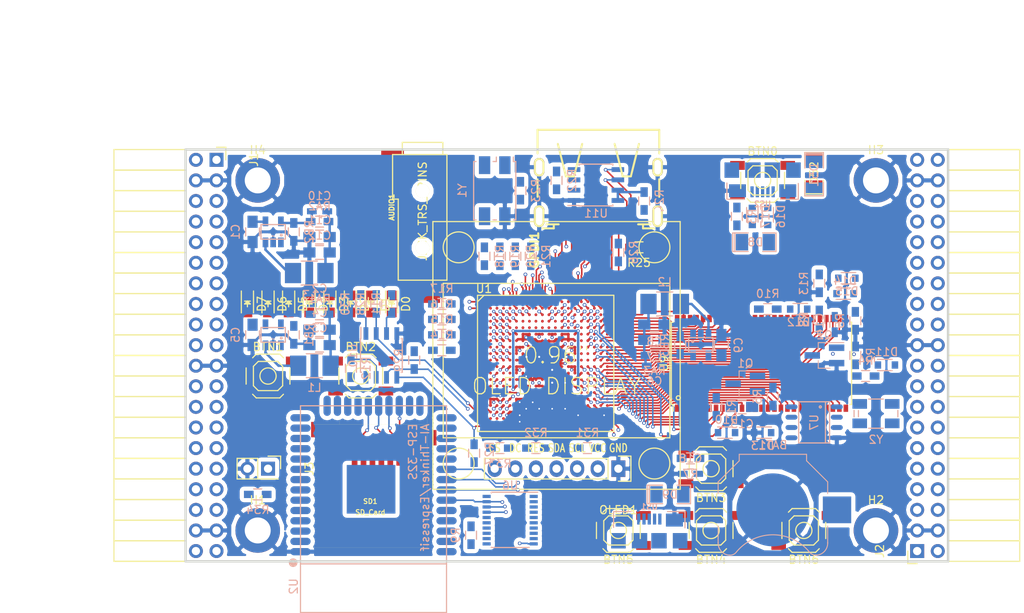
<source format=kicad_pcb>
(kicad_pcb (version 4) (host pcbnew 4.0.5+dfsg1-4)
  (layers (0 F.Cu signal) (1 In1.Cu signal) (2 In2.Cu signal) (31 B.Cu signal) (34 B.Paste user) (35 F.Paste user) (36 B.SilkS user) (37 F.SilkS user) (38 B.Mask user) (39 F.Mask user) (44 Edge.Cuts user))
  (net 0 "")
  (net 1 GND)
  (net 2 +5V)
  (net 3 /gpio/IN5V)
  (net 4 /gpio/OUT5V)
  (net 5 +3V3)
  (net 6 "Net-(L1-Pad1)")
  (net 7 "Net-(L2-Pad1)")
  (net 8 +1V2)
  (net 9 BTN_D)
  (net 10 BTN_F1)
  (net 11 BTN_F2)
  (net 12 BTN_L)
  (net 13 BTN_R)
  (net 14 BTN_U)
  (net 15 /power/FB1)
  (net 16 +2V5)
  (net 17 "Net-(L3-Pad1)")
  (net 18 /power/PWREN)
  (net 19 /power/FB3)
  (net 20 /power/FB2)
  (net 21 "Net-(D9-Pad1)")
  (net 22 /power/VBAT)
  (net 23 JTAG_TDI)
  (net 24 JTAG_TCK)
  (net 25 JTAG_TMS)
  (net 26 JTAG_TDO)
  (net 27 /power/WAKEUPn)
  (net 28 /power/WKUP)
  (net 29 /power/SHUT)
  (net 30 /power/WAKE)
  (net 31 /power/HOLD)
  (net 32 /power/WKn)
  (net 33 /power/OSCI_32k)
  (net 34 /power/OSCO_32k)
  (net 35 FTDI_nSUSPEND)
  (net 36 "Net-(Q2-Pad3)")
  (net 37 SHUTDOWN)
  (net 38 /analog/AUDIO_L)
  (net 39 /analog/AUDIO_R)
  (net 40 GPDI_5V_SCL)
  (net 41 GPDI_5V_SDA)
  (net 42 GPDI_SDA)
  (net 43 GPDI_SCL)
  (net 44 /gpdi/VREF2)
  (net 45 /blinkey/BTNPU)
  (net 46 SD_CMD)
  (net 47 SD_CLK)
  (net 48 SD_D0)
  (net 49 SD_D1)
  (net 50 USB5V)
  (net 51 "Net-(BTN0-Pad1)")
  (net 52 GPDI_CEC)
  (net 53 nRESET)
  (net 54 /usb/FT3V3)
  (net 55 FTDI_nDTR)
  (net 56 SDRAM_CKE)
  (net 57 SDRAM_A7)
  (net 58 SDRAM_D15)
  (net 59 SDRAM_BA1)
  (net 60 SDRAM_D7)
  (net 61 SDRAM_A6)
  (net 62 SDRAM_CLK)
  (net 63 SDRAM_D13)
  (net 64 SDRAM_BA0)
  (net 65 SDRAM_D6)
  (net 66 SDRAM_A5)
  (net 67 SDRAM_D14)
  (net 68 SDRAM_A11)
  (net 69 SDRAM_D12)
  (net 70 SDRAM_D5)
  (net 71 SDRAM_A4)
  (net 72 SDRAM_A10)
  (net 73 SDRAM_D11)
  (net 74 SDRAM_A3)
  (net 75 SDRAM_D4)
  (net 76 SDRAM_D10)
  (net 77 SDRAM_D9)
  (net 78 SDRAM_A9)
  (net 79 SDRAM_D3)
  (net 80 SDRAM_D8)
  (net 81 SDRAM_A8)
  (net 82 SDRAM_A2)
  (net 83 SDRAM_A1)
  (net 84 SDRAM_A0)
  (net 85 SDRAM_D2)
  (net 86 SDRAM_D1)
  (net 87 SDRAM_D0)
  (net 88 SDRAM_DQM0)
  (net 89 SDRAM_nCS)
  (net 90 SDRAM_nRAS)
  (net 91 SDRAM_DQM1)
  (net 92 SDRAM_nCAS)
  (net 93 SDRAM_nWE)
  (net 94 /flash/FLASH_nWP)
  (net 95 /flash/FLASH_nHOLD)
  (net 96 /flash/FLASH_MOSI)
  (net 97 /flash/FLASH_MISO)
  (net 98 /flash/FLASH_SCK)
  (net 99 /flash/FLASH_nCS)
  (net 100 /flash/FPGA_PROGRAMN)
  (net 101 /flash/FPGA_DONE)
  (net 102 /flash/FPGA_INITN)
  (net 103 OLED_RES)
  (net 104 OLED_DC)
  (net 105 OLED_CS)
  (net 106 WIFI_EN)
  (net 107 FTDI_nRTS)
  (net 108 WIFI_GPIO2)
  (net 109 FTDI_TXD)
  (net 110 FTDI_RXD)
  (net 111 WIFI_RXD)
  (net 112 WIFI_GPIO0)
  (net 113 FTDI_nCTS)
  (net 114 WIFI_TXD)
  (net 115 FTDI_nRI)
  (net 116 FTDI_nDCD)
  (net 117 /gpdi/CLK_25MHz)
  (net 118 GPDI_ETH-)
  (net 119 GPDI_ETH+)
  (net 120 GPDI_D2+)
  (net 121 GPDI_D2-)
  (net 122 GPDI_D1+)
  (net 123 GPDI_D1-)
  (net 124 GPDI_D0+)
  (net 125 GPDI_D0-)
  (net 126 GPDI_CLK+)
  (net 127 GPDI_CLK-)
  (net 128 USB_FPGA_D+)
  (net 129 USB_FPGA_D-)
  (net 130 USB_FTDI_D+)
  (net 131 USB_FTDI_D-)
  (net 132 J1_17-)
  (net 133 J1_17+)
  (net 134 J1_23-)
  (net 135 J1_23+)
  (net 136 J1_25-)
  (net 137 J1_25+)
  (net 138 J1_27-)
  (net 139 J1_27+)
  (net 140 J1_29-)
  (net 141 J1_29+)
  (net 142 J1_31-)
  (net 143 J1_31+)
  (net 144 J1_33-)
  (net 145 J1_33+)
  (net 146 J1_35-)
  (net 147 J1_35+)
  (net 148 J2_5-)
  (net 149 J2_5+)
  (net 150 J2_7-)
  (net 151 J2_7+)
  (net 152 J2_9-)
  (net 153 J2_9+)
  (net 154 J2_13-)
  (net 155 J2_13+)
  (net 156 J2_17-)
  (net 157 J2_17+)
  (net 158 J2_11-)
  (net 159 J2_11+)
  (net 160 J2_23-)
  (net 161 J2_23+)
  (net 162 J1_5-)
  (net 163 J1_5+)
  (net 164 J1_7-)
  (net 165 J1_7+)
  (net 166 J1_9-)
  (net 167 J1_9+)
  (net 168 J1_11-)
  (net 169 J1_11+)
  (net 170 J1_13-)
  (net 171 J1_13+)
  (net 172 J1_15-)
  (net 173 J1_15+)
  (net 174 J2_15-)
  (net 175 J2_15+)
  (net 176 J2_25-)
  (net 177 J2_25+)
  (net 178 J2_27-)
  (net 179 J2_27+)
  (net 180 J2_29-)
  (net 181 J2_29+)
  (net 182 J2_31-)
  (net 183 J2_31+)
  (net 184 J2_33-)
  (net 185 J2_33+)
  (net 186 J2_35-)
  (net 187 J2_35+)
  (net 188 SD_D3)
  (net 189 AUDIO_L3)
  (net 190 AUDIO_L2)
  (net 191 AUDIO_L1)
  (net 192 AUDIO_L0)
  (net 193 AUDIO_R3)
  (net 194 AUDIO_R2)
  (net 195 AUDIO_R1)
  (net 196 AUDIO_R0)
  (net 197 FTDI_nDSR)
  (net 198 OLED_CLK)
  (net 199 OLED_MOSI)
  (net 200 WIFI_GPIO15)
  (net 201 LED0)
  (net 202 LED1)
  (net 203 LED2)
  (net 204 LED3)
  (net 205 LED4)
  (net 206 LED5)
  (net 207 LED6)
  (net 208 LED7)
  (net 209 BTN_PWRn)
  (module lfe5bg381:BGA-381_pitch0.8mm_dia0.4mm (layer F.Cu) (at 138.48 87.8)
    (fp_text reference U1 (at -7.6 -9.2) (layer F.SilkS))
    (fp_text value LFE5U-25F-6BG381C)
    (pad A2 smd circle (at -6.8 -7.6) (size 0.35 0.35) (layers F.Cu F.Paste F.Mask) (net 139 J1_27+))
    (pad A3 smd circle (at -6 -7.6) (size 0.35 0.35) (layers F.Cu F.Paste F.Mask) (net 192 AUDIO_L0))
    (pad A4 smd circle (at -5.2 -7.6) (size 0.35 0.35) (layers F.Cu F.Paste F.Mask) (net 137 J1_25+))
    (pad A5 smd circle (at -4.4 -7.6) (size 0.35 0.35) (layers F.Cu F.Paste F.Mask) (net 136 J1_25-))
    (pad A6 smd circle (at -3.6 -7.6) (size 0.35 0.35) (layers F.Cu F.Paste F.Mask) (net 135 J1_23+))
    (pad A7 smd circle (at -2.8 -7.6) (size 0.35 0.35) (layers F.Cu F.Paste F.Mask) (net 173 J1_15+))
    (pad A8 smd circle (at -2 -7.6) (size 0.35 0.35) (layers F.Cu F.Paste F.Mask) (net 172 J1_15-))
    (pad A9 smd circle (at -1.2 -7.6) (size 0.35 0.35) (layers F.Cu F.Paste F.Mask) (net 166 J1_9-))
    (pad A10 smd circle (at -0.4 -7.6) (size 0.35 0.35) (layers F.Cu F.Paste F.Mask) (net 165 J1_7+))
    (pad A11 smd circle (at 0.4 -7.6) (size 0.35 0.35) (layers F.Cu F.Paste F.Mask) (net 164 J1_7-))
    (pad A12 smd circle (at 1.2 -7.6) (size 0.35 0.35) (layers F.Cu F.Paste F.Mask) (net 119 GPDI_ETH+))
    (pad A13 smd circle (at 2 -7.6) (size 0.35 0.35) (layers F.Cu F.Paste F.Mask) (net 118 GPDI_ETH-))
    (pad A14 smd circle (at 2.8 -7.6) (size 0.35 0.35) (layers F.Cu F.Paste F.Mask) (net 120 GPDI_D2+))
    (pad A15 smd circle (at 3.6 -7.6) (size 0.35 0.35) (layers F.Cu F.Paste F.Mask))
    (pad A16 smd circle (at 4.4 -7.6) (size 0.35 0.35) (layers F.Cu F.Paste F.Mask) (net 122 GPDI_D1+))
    (pad A17 smd circle (at 5.2 -7.6) (size 0.35 0.35) (layers F.Cu F.Paste F.Mask) (net 124 GPDI_D0+))
    (pad A18 smd circle (at 6 -7.6) (size 0.35 0.35) (layers F.Cu F.Paste F.Mask) (net 126 GPDI_CLK+))
    (pad A19 smd circle (at 6.8 -7.6) (size 0.35 0.35) (layers F.Cu F.Paste F.Mask) (net 52 GPDI_CEC))
    (pad B1 smd circle (at -7.6 -6.8) (size 0.35 0.35) (layers F.Cu F.Paste F.Mask) (net 138 J1_27-))
    (pad B2 smd circle (at -6.8 -6.8) (size 0.35 0.35) (layers F.Cu F.Paste F.Mask) (net 203 LED2))
    (pad B3 smd circle (at -6 -6.8) (size 0.35 0.35) (layers F.Cu F.Paste F.Mask) (net 193 AUDIO_R3))
    (pad B4 smd circle (at -5.2 -6.8) (size 0.35 0.35) (layers F.Cu F.Paste F.Mask) (net 140 J1_29-))
    (pad B5 smd circle (at -4.4 -6.8) (size 0.35 0.35) (layers F.Cu F.Paste F.Mask) (net 191 AUDIO_L1))
    (pad B6 smd circle (at -3.6 -6.8) (size 0.35 0.35) (layers F.Cu F.Paste F.Mask) (net 134 J1_23-))
    (pad B7 smd circle (at -2.8 -6.8) (size 0.35 0.35) (layers F.Cu F.Paste F.Mask) (net 1 GND))
    (pad B8 smd circle (at -2 -6.8) (size 0.35 0.35) (layers F.Cu F.Paste F.Mask) (net 170 J1_13-))
    (pad B9 smd circle (at -1.2 -6.8) (size 0.35 0.35) (layers F.Cu F.Paste F.Mask) (net 169 J1_11+))
    (pad B10 smd circle (at -0.4 -6.8) (size 0.35 0.35) (layers F.Cu F.Paste F.Mask) (net 167 J1_9+))
    (pad B11 smd circle (at 0.4 -6.8) (size 0.35 0.35) (layers F.Cu F.Paste F.Mask) (net 163 J1_5+))
    (pad B12 smd circle (at 1.2 -6.8) (size 0.35 0.35) (layers F.Cu F.Paste F.Mask) (net 117 /gpdi/CLK_25MHz))
    (pad B13 smd circle (at 2 -6.8) (size 0.35 0.35) (layers F.Cu F.Paste F.Mask) (net 187 J2_35+))
    (pad B14 smd circle (at 2.8 -6.8) (size 0.35 0.35) (layers F.Cu F.Paste F.Mask) (net 1 GND))
    (pad B15 smd circle (at 3.6 -6.8) (size 0.35 0.35) (layers F.Cu F.Paste F.Mask) (net 183 J2_31+))
    (pad B16 smd circle (at 4.4 -6.8) (size 0.35 0.35) (layers F.Cu F.Paste F.Mask) (net 123 GPDI_D1-))
    (pad B17 smd circle (at 5.2 -6.8) (size 0.35 0.35) (layers F.Cu F.Paste F.Mask) (net 179 J2_27+))
    (pad B18 smd circle (at 6 -6.8) (size 0.35 0.35) (layers F.Cu F.Paste F.Mask) (net 125 GPDI_D0-))
    (pad B19 smd circle (at 6.8 -6.8) (size 0.35 0.35) (layers F.Cu F.Paste F.Mask) (net 127 GPDI_CLK-))
    (pad B20 smd circle (at 7.6 -6.8) (size 0.35 0.35) (layers F.Cu F.Paste F.Mask) (net 43 GPDI_SCL))
    (pad C1 smd circle (at -7.6 -6) (size 0.35 0.35) (layers F.Cu F.Paste F.Mask) (net 207 LED6))
    (pad C2 smd circle (at -6.8 -6) (size 0.35 0.35) (layers F.Cu F.Paste F.Mask) (net 204 LED3))
    (pad C3 smd circle (at -6 -6) (size 0.35 0.35) (layers F.Cu F.Paste F.Mask) (net 190 AUDIO_L2))
    (pad C4 smd circle (at -5.2 -6) (size 0.35 0.35) (layers F.Cu F.Paste F.Mask) (net 141 J1_29+))
    (pad C5 smd circle (at -4.4 -6) (size 0.35 0.35) (layers F.Cu F.Paste F.Mask) (net 195 AUDIO_R1))
    (pad C6 smd circle (at -3.6 -6) (size 0.35 0.35) (layers F.Cu F.Paste F.Mask) (net 133 J1_17+))
    (pad C7 smd circle (at -2.8 -6) (size 0.35 0.35) (layers F.Cu F.Paste F.Mask) (net 132 J1_17-))
    (pad C8 smd circle (at -2 -6) (size 0.35 0.35) (layers F.Cu F.Paste F.Mask) (net 171 J1_13+))
    (pad C9 smd circle (at -1.2 -6) (size 0.35 0.35) (layers F.Cu F.Paste F.Mask))
    (pad C10 smd circle (at -0.4 -6) (size 0.35 0.35) (layers F.Cu F.Paste F.Mask) (net 168 J1_11-))
    (pad C11 smd circle (at 0.4 -6) (size 0.35 0.35) (layers F.Cu F.Paste F.Mask) (net 162 J1_5-))
    (pad C12 smd circle (at 1.2 -6) (size 0.35 0.35) (layers F.Cu F.Paste F.Mask) (net 42 GPDI_SDA))
    (pad C13 smd circle (at 2 -6) (size 0.35 0.35) (layers F.Cu F.Paste F.Mask) (net 186 J2_35-))
    (pad C14 smd circle (at 2.8 -6) (size 0.35 0.35) (layers F.Cu F.Paste F.Mask) (net 121 GPDI_D2-))
    (pad C15 smd circle (at 3.6 -6) (size 0.35 0.35) (layers F.Cu F.Paste F.Mask) (net 182 J2_31-))
    (pad C16 smd circle (at 4.4 -6) (size 0.35 0.35) (layers F.Cu F.Paste F.Mask) (net 181 J2_29+))
    (pad C17 smd circle (at 5.2 -6) (size 0.35 0.35) (layers F.Cu F.Paste F.Mask) (net 178 J2_27-))
    (pad C18 smd circle (at 6 -6) (size 0.35 0.35) (layers F.Cu F.Paste F.Mask) (net 161 J2_23+))
    (pad C19 smd circle (at 6.8 -6) (size 0.35 0.35) (layers F.Cu F.Paste F.Mask) (net 1 GND))
    (pad C20 smd circle (at 7.6 -6) (size 0.35 0.35) (layers F.Cu F.Paste F.Mask) (net 58 SDRAM_D15))
    (pad D1 smd circle (at -7.6 -5.2) (size 0.35 0.35) (layers F.Cu F.Paste F.Mask) (net 208 LED7))
    (pad D2 smd circle (at -6.8 -5.2) (size 0.35 0.35) (layers F.Cu F.Paste F.Mask) (net 205 LED4))
    (pad D3 smd circle (at -6 -5.2) (size 0.35 0.35) (layers F.Cu F.Paste F.Mask) (net 194 AUDIO_R2))
    (pad D4 smd circle (at -5.2 -5.2) (size 0.35 0.35) (layers F.Cu F.Paste F.Mask) (net 1 GND))
    (pad D5 smd circle (at -4.4 -5.2) (size 0.35 0.35) (layers F.Cu F.Paste F.Mask) (net 202 LED1))
    (pad D6 smd circle (at -3.6 -5.2) (size 0.35 0.35) (layers F.Cu F.Paste F.Mask) (net 209 BTN_PWRn))
    (pad D7 smd circle (at -2.8 -5.2) (size 0.35 0.35) (layers F.Cu F.Paste F.Mask))
    (pad D8 smd circle (at -2 -5.2) (size 0.35 0.35) (layers F.Cu F.Paste F.Mask))
    (pad D9 smd circle (at -1.2 -5.2) (size 0.35 0.35) (layers F.Cu F.Paste F.Mask))
    (pad D10 smd circle (at -0.4 -5.2) (size 0.35 0.35) (layers F.Cu F.Paste F.Mask))
    (pad D11 smd circle (at 0.4 -5.2) (size 0.35 0.35) (layers F.Cu F.Paste F.Mask) (net 14 BTN_U))
    (pad D12 smd circle (at 1.2 -5.2) (size 0.35 0.35) (layers F.Cu F.Paste F.Mask))
    (pad D13 smd circle (at 2 -5.2) (size 0.35 0.35) (layers F.Cu F.Paste F.Mask) (net 185 J2_33+))
    (pad D14 smd circle (at 2.8 -5.2) (size 0.35 0.35) (layers F.Cu F.Paste F.Mask))
    (pad D15 smd circle (at 3.6 -5.2) (size 0.35 0.35) (layers F.Cu F.Paste F.Mask) (net 177 J2_25+))
    (pad D16 smd circle (at 4.4 -5.2) (size 0.35 0.35) (layers F.Cu F.Paste F.Mask) (net 180 J2_29-))
    (pad D17 smd circle (at 5.2 -5.2) (size 0.35 0.35) (layers F.Cu F.Paste F.Mask) (net 160 J2_23-))
    (pad D18 smd circle (at 6 -5.2) (size 0.35 0.35) (layers F.Cu F.Paste F.Mask) (net 157 J2_17+))
    (pad D19 smd circle (at 6.8 -5.2) (size 0.35 0.35) (layers F.Cu F.Paste F.Mask) (net 67 SDRAM_D14))
    (pad D20 smd circle (at 7.6 -5.2) (size 0.35 0.35) (layers F.Cu F.Paste F.Mask) (net 63 SDRAM_D13))
    (pad E1 smd circle (at -7.6 -4.4) (size 0.35 0.35) (layers F.Cu F.Paste F.Mask) (net 206 LED5))
    (pad E2 smd circle (at -6.8 -4.4) (size 0.35 0.35) (layers F.Cu F.Paste F.Mask))
    (pad E3 smd circle (at -6 -4.4) (size 0.35 0.35) (layers F.Cu F.Paste F.Mask) (net 142 J1_31-))
    (pad E4 smd circle (at -5.2 -4.4) (size 0.35 0.35) (layers F.Cu F.Paste F.Mask) (net 201 LED0))
    (pad E5 smd circle (at -4.4 -4.4) (size 0.35 0.35) (layers F.Cu F.Paste F.Mask) (net 189 AUDIO_L3))
    (pad E6 smd circle (at -3.6 -4.4) (size 0.35 0.35) (layers F.Cu F.Paste F.Mask))
    (pad E7 smd circle (at -2.8 -4.4) (size 0.35 0.35) (layers F.Cu F.Paste F.Mask))
    (pad E8 smd circle (at -2 -4.4) (size 0.35 0.35) (layers F.Cu F.Paste F.Mask))
    (pad E9 smd circle (at -1.2 -4.4) (size 0.35 0.35) (layers F.Cu F.Paste F.Mask))
    (pad E10 smd circle (at -0.4 -4.4) (size 0.35 0.35) (layers F.Cu F.Paste F.Mask))
    (pad E11 smd circle (at 0.4 -4.4) (size 0.35 0.35) (layers F.Cu F.Paste F.Mask))
    (pad E12 smd circle (at 1.2 -4.4) (size 0.35 0.35) (layers F.Cu F.Paste F.Mask))
    (pad E13 smd circle (at 2 -4.4) (size 0.35 0.35) (layers F.Cu F.Paste F.Mask) (net 184 J2_33-))
    (pad E14 smd circle (at 2.8 -4.4) (size 0.35 0.35) (layers F.Cu F.Paste F.Mask))
    (pad E15 smd circle (at 3.6 -4.4) (size 0.35 0.35) (layers F.Cu F.Paste F.Mask) (net 176 J2_25-))
    (pad E16 smd circle (at 4.4 -4.4) (size 0.35 0.35) (layers F.Cu F.Paste F.Mask))
    (pad E17 smd circle (at 5.2 -4.4) (size 0.35 0.35) (layers F.Cu F.Paste F.Mask) (net 156 J2_17-))
    (pad E18 smd circle (at 6 -4.4) (size 0.35 0.35) (layers F.Cu F.Paste F.Mask) (net 75 SDRAM_D4))
    (pad E19 smd circle (at 6.8 -4.4) (size 0.35 0.35) (layers F.Cu F.Paste F.Mask) (net 69 SDRAM_D12))
    (pad E20 smd circle (at 7.6 -4.4) (size 0.35 0.35) (layers F.Cu F.Paste F.Mask) (net 73 SDRAM_D11))
    (pad F1 smd circle (at -7.6 -3.6) (size 0.35 0.35) (layers F.Cu F.Paste F.Mask) (net 110 FTDI_RXD))
    (pad F2 smd circle (at -6.8 -3.6) (size 0.35 0.35) (layers F.Cu F.Paste F.Mask))
    (pad F3 smd circle (at -6 -3.6) (size 0.35 0.35) (layers F.Cu F.Paste F.Mask) (net 144 J1_33-))
    (pad F4 smd circle (at -5.2 -3.6) (size 0.35 0.35) (layers F.Cu F.Paste F.Mask) (net 143 J1_31+))
    (pad F5 smd circle (at -4.4 -3.6) (size 0.35 0.35) (layers F.Cu F.Paste F.Mask) (net 196 AUDIO_R0))
    (pad F6 smd circle (at -3.6 -3.6) (size 0.35 0.35) (layers F.Cu F.Paste F.Mask) (net 16 +2V5))
    (pad F7 smd circle (at -2.8 -3.6) (size 0.35 0.35) (layers F.Cu F.Paste F.Mask) (net 1 GND))
    (pad F8 smd circle (at -2 -3.6) (size 0.35 0.35) (layers F.Cu F.Paste F.Mask) (net 1 GND))
    (pad F9 smd circle (at -1.2 -3.6) (size 0.35 0.35) (layers F.Cu F.Paste F.Mask) (net 5 +3V3))
    (pad F10 smd circle (at -0.4 -3.6) (size 0.35 0.35) (layers F.Cu F.Paste F.Mask) (net 5 +3V3))
    (pad F11 smd circle (at 0.4 -3.6) (size 0.35 0.35) (layers F.Cu F.Paste F.Mask) (net 5 +3V3))
    (pad F12 smd circle (at 1.2 -3.6) (size 0.35 0.35) (layers F.Cu F.Paste F.Mask) (net 5 +3V3))
    (pad F13 smd circle (at 2 -3.6) (size 0.35 0.35) (layers F.Cu F.Paste F.Mask) (net 1 GND))
    (pad F14 smd circle (at 2.8 -3.6) (size 0.35 0.35) (layers F.Cu F.Paste F.Mask) (net 1 GND))
    (pad F15 smd circle (at 3.6 -3.6) (size 0.35 0.35) (layers F.Cu F.Paste F.Mask) (net 16 +2V5))
    (pad F16 smd circle (at 4.4 -3.6) (size 0.35 0.35) (layers F.Cu F.Paste F.Mask))
    (pad F17 smd circle (at 5.2 -3.6) (size 0.35 0.35) (layers F.Cu F.Paste F.Mask) (net 175 J2_15+))
    (pad F18 smd circle (at 6 -3.6) (size 0.35 0.35) (layers F.Cu F.Paste F.Mask) (net 70 SDRAM_D5))
    (pad F19 smd circle (at 6.8 -3.6) (size 0.35 0.35) (layers F.Cu F.Paste F.Mask) (net 76 SDRAM_D10))
    (pad F20 smd circle (at 7.6 -3.6) (size 0.35 0.35) (layers F.Cu F.Paste F.Mask) (net 77 SDRAM_D9))
    (pad G1 smd circle (at -7.6 -2.8) (size 0.35 0.35) (layers F.Cu F.Paste F.Mask) (net 109 FTDI_TXD))
    (pad G2 smd circle (at -6.8 -2.8) (size 0.35 0.35) (layers F.Cu F.Paste F.Mask) (net 111 WIFI_RXD))
    (pad G3 smd circle (at -6 -2.8) (size 0.35 0.35) (layers F.Cu F.Paste F.Mask) (net 145 J1_33+))
    (pad G4 smd circle (at -5.2 -2.8) (size 0.35 0.35) (layers F.Cu F.Paste F.Mask) (net 1 GND))
    (pad G5 smd circle (at -4.4 -2.8) (size 0.35 0.35) (layers F.Cu F.Paste F.Mask) (net 146 J1_35-))
    (pad G6 smd circle (at -3.6 -2.8) (size 0.35 0.35) (layers F.Cu F.Paste F.Mask) (net 1 GND))
    (pad G7 smd circle (at -2.8 -2.8) (size 0.35 0.35) (layers F.Cu F.Paste F.Mask) (net 1 GND))
    (pad G8 smd circle (at -2 -2.8) (size 0.35 0.35) (layers F.Cu F.Paste F.Mask) (net 1 GND))
    (pad G9 smd circle (at -1.2 -2.8) (size 0.35 0.35) (layers F.Cu F.Paste F.Mask) (net 1 GND))
    (pad G10 smd circle (at -0.4 -2.8) (size 0.35 0.35) (layers F.Cu F.Paste F.Mask) (net 1 GND))
    (pad G11 smd circle (at 0.4 -2.8) (size 0.35 0.35) (layers F.Cu F.Paste F.Mask) (net 1 GND))
    (pad G12 smd circle (at 1.2 -2.8) (size 0.35 0.35) (layers F.Cu F.Paste F.Mask) (net 1 GND))
    (pad G13 smd circle (at 2 -2.8) (size 0.35 0.35) (layers F.Cu F.Paste F.Mask) (net 1 GND))
    (pad G14 smd circle (at 2.8 -2.8) (size 0.35 0.35) (layers F.Cu F.Paste F.Mask) (net 1 GND))
    (pad G15 smd circle (at 3.6 -2.8) (size 0.35 0.35) (layers F.Cu F.Paste F.Mask) (net 1 GND))
    (pad G16 smd circle (at 4.4 -2.8) (size 0.35 0.35) (layers F.Cu F.Paste F.Mask))
    (pad G17 smd circle (at 5.2 -2.8) (size 0.35 0.35) (layers F.Cu F.Paste F.Mask) (net 1 GND))
    (pad G18 smd circle (at 6 -2.8) (size 0.35 0.35) (layers F.Cu F.Paste F.Mask) (net 174 J2_15-))
    (pad G19 smd circle (at 6.8 -2.8) (size 0.35 0.35) (layers F.Cu F.Paste F.Mask) (net 80 SDRAM_D8))
    (pad G20 smd circle (at 7.6 -2.8) (size 0.35 0.35) (layers F.Cu F.Paste F.Mask) (net 91 SDRAM_DQM1))
    (pad H1 smd circle (at -7.6 -2) (size 0.35 0.35) (layers F.Cu F.Paste F.Mask) (net 200 WIFI_GPIO15))
    (pad H2 smd circle (at -6.8 -2) (size 0.35 0.35) (layers F.Cu F.Paste F.Mask) (net 114 WIFI_TXD))
    (pad H3 smd circle (at -6 -2) (size 0.35 0.35) (layers F.Cu F.Paste F.Mask))
    (pad H4 smd circle (at -5.2 -2) (size 0.35 0.35) (layers F.Cu F.Paste F.Mask) (net 147 J1_35+))
    (pad H5 smd circle (at -4.4 -2) (size 0.35 0.35) (layers F.Cu F.Paste F.Mask))
    (pad H6 smd circle (at -3.6 -2) (size 0.35 0.35) (layers F.Cu F.Paste F.Mask) (net 5 +3V3))
    (pad H7 smd circle (at -2.8 -2) (size 0.35 0.35) (layers F.Cu F.Paste F.Mask) (net 5 +3V3))
    (pad H8 smd circle (at -2 -2) (size 0.35 0.35) (layers F.Cu F.Paste F.Mask) (net 8 +1V2))
    (pad H9 smd circle (at -1.2 -2) (size 0.35 0.35) (layers F.Cu F.Paste F.Mask) (net 8 +1V2))
    (pad H10 smd circle (at -0.4 -2) (size 0.35 0.35) (layers F.Cu F.Paste F.Mask) (net 8 +1V2))
    (pad H11 smd circle (at 0.4 -2) (size 0.35 0.35) (layers F.Cu F.Paste F.Mask) (net 8 +1V2))
    (pad H12 smd circle (at 1.2 -2) (size 0.35 0.35) (layers F.Cu F.Paste F.Mask) (net 8 +1V2))
    (pad H13 smd circle (at 2 -2) (size 0.35 0.35) (layers F.Cu F.Paste F.Mask) (net 8 +1V2))
    (pad H14 smd circle (at 2.8 -2) (size 0.35 0.35) (layers F.Cu F.Paste F.Mask) (net 5 +3V3))
    (pad H15 smd circle (at 3.6 -2) (size 0.35 0.35) (layers F.Cu F.Paste F.Mask) (net 5 +3V3))
    (pad H16 smd circle (at 4.4 -2) (size 0.35 0.35) (layers F.Cu F.Paste F.Mask))
    (pad H17 smd circle (at 5.2 -2) (size 0.35 0.35) (layers F.Cu F.Paste F.Mask) (net 154 J2_13-))
    (pad H18 smd circle (at 6 -2) (size 0.35 0.35) (layers F.Cu F.Paste F.Mask) (net 155 J2_13+))
    (pad H19 smd circle (at 6.8 -2) (size 0.35 0.35) (layers F.Cu F.Paste F.Mask) (net 1 GND))
    (pad H20 smd circle (at 7.6 -2) (size 0.35 0.35) (layers F.Cu F.Paste F.Mask) (net 62 SDRAM_CLK))
    (pad J1 smd circle (at -7.6 -1.2) (size 0.35 0.35) (layers F.Cu F.Paste F.Mask) (net 198 OLED_CLK))
    (pad J2 smd circle (at -6.8 -1.2) (size 0.35 0.35) (layers F.Cu F.Paste F.Mask) (net 1 GND))
    (pad J3 smd circle (at -6 -1.2) (size 0.35 0.35) (layers F.Cu F.Paste F.Mask) (net 112 WIFI_GPIO0))
    (pad J4 smd circle (at -5.2 -1.2) (size 0.35 0.35) (layers F.Cu F.Paste F.Mask) (net 108 WIFI_GPIO2))
    (pad J5 smd circle (at -4.4 -1.2) (size 0.35 0.35) (layers F.Cu F.Paste F.Mask) (net 113 FTDI_nCTS))
    (pad J6 smd circle (at -3.6 -1.2) (size 0.35 0.35) (layers F.Cu F.Paste F.Mask) (net 5 +3V3))
    (pad J7 smd circle (at -2.8 -1.2) (size 0.35 0.35) (layers F.Cu F.Paste F.Mask) (net 1 GND))
    (pad J8 smd circle (at -2 -1.2) (size 0.35 0.35) (layers F.Cu F.Paste F.Mask) (net 8 +1V2))
    (pad J9 smd circle (at -1.2 -1.2) (size 0.35 0.35) (layers F.Cu F.Paste F.Mask) (net 1 GND))
    (pad J10 smd circle (at -0.4 -1.2) (size 0.35 0.35) (layers F.Cu F.Paste F.Mask) (net 1 GND))
    (pad J11 smd circle (at 0.4 -1.2) (size 0.35 0.35) (layers F.Cu F.Paste F.Mask) (net 1 GND))
    (pad J12 smd circle (at 1.2 -1.2) (size 0.35 0.35) (layers F.Cu F.Paste F.Mask) (net 1 GND))
    (pad J13 smd circle (at 2 -1.2) (size 0.35 0.35) (layers F.Cu F.Paste F.Mask) (net 8 +1V2))
    (pad J14 smd circle (at 2.8 -1.2) (size 0.35 0.35) (layers F.Cu F.Paste F.Mask) (net 1 GND))
    (pad J15 smd circle (at 3.6 -1.2) (size 0.35 0.35) (layers F.Cu F.Paste F.Mask) (net 5 +3V3))
    (pad J16 smd circle (at 4.4 -1.2) (size 0.35 0.35) (layers F.Cu F.Paste F.Mask))
    (pad J17 smd circle (at 5.2 -1.2) (size 0.35 0.35) (layers F.Cu F.Paste F.Mask))
    (pad J18 smd circle (at 6 -1.2) (size 0.35 0.35) (layers F.Cu F.Paste F.Mask) (net 79 SDRAM_D3))
    (pad J19 smd circle (at 6.8 -1.2) (size 0.35 0.35) (layers F.Cu F.Paste F.Mask) (net 56 SDRAM_CKE))
    (pad J20 smd circle (at 7.6 -1.2) (size 0.35 0.35) (layers F.Cu F.Paste F.Mask) (net 68 SDRAM_A11))
    (pad K1 smd circle (at -7.6 -0.4) (size 0.35 0.35) (layers F.Cu F.Paste F.Mask) (net 55 FTDI_nDTR))
    (pad K2 smd circle (at -6.8 -0.4) (size 0.35 0.35) (layers F.Cu F.Paste F.Mask) (net 199 OLED_MOSI))
    (pad K3 smd circle (at -6 -0.4) (size 0.35 0.35) (layers F.Cu F.Paste F.Mask) (net 107 FTDI_nRTS))
    (pad K4 smd circle (at -5.2 -0.4) (size 0.35 0.35) (layers F.Cu F.Paste F.Mask) (net 103 OLED_RES))
    (pad K5 smd circle (at -4.4 -0.4) (size 0.35 0.35) (layers F.Cu F.Paste F.Mask) (net 104 OLED_DC))
    (pad K6 smd circle (at -3.6 -0.4) (size 0.35 0.35) (layers F.Cu F.Paste F.Mask) (net 1 GND))
    (pad K7 smd circle (at -2.8 -0.4) (size 0.35 0.35) (layers F.Cu F.Paste F.Mask) (net 1 GND))
    (pad K8 smd circle (at -2 -0.4) (size 0.35 0.35) (layers F.Cu F.Paste F.Mask) (net 8 +1V2))
    (pad K9 smd circle (at -1.2 -0.4) (size 0.35 0.35) (layers F.Cu F.Paste F.Mask) (net 1 GND))
    (pad K10 smd circle (at -0.4 -0.4) (size 0.35 0.35) (layers F.Cu F.Paste F.Mask) (net 1 GND))
    (pad K11 smd circle (at 0.4 -0.4) (size 0.35 0.35) (layers F.Cu F.Paste F.Mask) (net 1 GND))
    (pad K12 smd circle (at 1.2 -0.4) (size 0.35 0.35) (layers F.Cu F.Paste F.Mask) (net 1 GND))
    (pad K13 smd circle (at 2 -0.4) (size 0.35 0.35) (layers F.Cu F.Paste F.Mask) (net 8 +1V2))
    (pad K14 smd circle (at 2.8 -0.4) (size 0.35 0.35) (layers F.Cu F.Paste F.Mask) (net 1 GND))
    (pad K15 smd circle (at 3.6 -0.4) (size 0.35 0.35) (layers F.Cu F.Paste F.Mask) (net 1 GND))
    (pad K16 smd circle (at 4.4 -0.4) (size 0.35 0.35) (layers F.Cu F.Paste F.Mask))
    (pad K17 smd circle (at 5.2 -0.4) (size 0.35 0.35) (layers F.Cu F.Paste F.Mask))
    (pad K18 smd circle (at 6 -0.4) (size 0.35 0.35) (layers F.Cu F.Paste F.Mask) (net 85 SDRAM_D2))
    (pad K19 smd circle (at 6.8 -0.4) (size 0.35 0.35) (layers F.Cu F.Paste F.Mask) (net 78 SDRAM_A9))
    (pad K20 smd circle (at 7.6 -0.4) (size 0.35 0.35) (layers F.Cu F.Paste F.Mask) (net 81 SDRAM_A8))
    (pad L1 smd circle (at -7.6 0.4) (size 0.35 0.35) (layers F.Cu F.Paste F.Mask) (net 48 SD_D0))
    (pad L2 smd circle (at -6.8 0.4) (size 0.35 0.35) (layers F.Cu F.Paste F.Mask) (net 116 FTDI_nDCD))
    (pad L3 smd circle (at -6 0.4) (size 0.35 0.35) (layers F.Cu F.Paste F.Mask))
    (pad L4 smd circle (at -5.2 0.4) (size 0.35 0.35) (layers F.Cu F.Paste F.Mask) (net 106 WIFI_EN))
    (pad L5 smd circle (at -4.4 0.4) (size 0.35 0.35) (layers F.Cu F.Paste F.Mask) (net 197 FTDI_nDSR))
    (pad L6 smd circle (at -3.6 0.4) (size 0.35 0.35) (layers F.Cu F.Paste F.Mask) (net 5 +3V3))
    (pad L7 smd circle (at -2.8 0.4) (size 0.35 0.35) (layers F.Cu F.Paste F.Mask) (net 5 +3V3))
    (pad L8 smd circle (at -2 0.4) (size 0.35 0.35) (layers F.Cu F.Paste F.Mask) (net 8 +1V2))
    (pad L9 smd circle (at -1.2 0.4) (size 0.35 0.35) (layers F.Cu F.Paste F.Mask) (net 1 GND))
    (pad L10 smd circle (at -0.4 0.4) (size 0.35 0.35) (layers F.Cu F.Paste F.Mask) (net 1 GND))
    (pad L11 smd circle (at 0.4 0.4) (size 0.35 0.35) (layers F.Cu F.Paste F.Mask) (net 1 GND))
    (pad L12 smd circle (at 1.2 0.4) (size 0.35 0.35) (layers F.Cu F.Paste F.Mask) (net 1 GND))
    (pad L13 smd circle (at 2 0.4) (size 0.35 0.35) (layers F.Cu F.Paste F.Mask) (net 8 +1V2))
    (pad L14 smd circle (at 2.8 0.4) (size 0.35 0.35) (layers F.Cu F.Paste F.Mask) (net 5 +3V3))
    (pad L15 smd circle (at 3.6 0.4) (size 0.35 0.35) (layers F.Cu F.Paste F.Mask) (net 5 +3V3))
    (pad L16 smd circle (at 4.4 0.4) (size 0.35 0.35) (layers F.Cu F.Paste F.Mask) (net 159 J2_11+))
    (pad L17 smd circle (at 5.2 0.4) (size 0.35 0.35) (layers F.Cu F.Paste F.Mask) (net 158 J2_11-))
    (pad L18 smd circle (at 6 0.4) (size 0.35 0.35) (layers F.Cu F.Paste F.Mask) (net 86 SDRAM_D1))
    (pad L19 smd circle (at 6.8 0.4) (size 0.35 0.35) (layers F.Cu F.Paste F.Mask) (net 57 SDRAM_A7))
    (pad L20 smd circle (at 7.6 0.4) (size 0.35 0.35) (layers F.Cu F.Paste F.Mask) (net 61 SDRAM_A6))
    (pad M1 smd circle (at -7.6 1.2) (size 0.35 0.35) (layers F.Cu F.Paste F.Mask) (net 46 SD_CMD))
    (pad M2 smd circle (at -6.8 1.2) (size 0.35 0.35) (layers F.Cu F.Paste F.Mask) (net 1 GND))
    (pad M3 smd circle (at -6 1.2) (size 0.35 0.35) (layers F.Cu F.Paste F.Mask) (net 129 USB_FPGA_D-))
    (pad M4 smd circle (at -5.2 1.2) (size 0.35 0.35) (layers F.Cu F.Paste F.Mask))
    (pad M5 smd circle (at -4.4 1.2) (size 0.35 0.35) (layers F.Cu F.Paste F.Mask))
    (pad M6 smd circle (at -3.6 1.2) (size 0.35 0.35) (layers F.Cu F.Paste F.Mask) (net 5 +3V3))
    (pad M7 smd circle (at -2.8 1.2) (size 0.35 0.35) (layers F.Cu F.Paste F.Mask) (net 1 GND))
    (pad M8 smd circle (at -2 1.2) (size 0.35 0.35) (layers F.Cu F.Paste F.Mask) (net 8 +1V2))
    (pad M9 smd circle (at -1.2 1.2) (size 0.35 0.35) (layers F.Cu F.Paste F.Mask) (net 1 GND))
    (pad M10 smd circle (at -0.4 1.2) (size 0.35 0.35) (layers F.Cu F.Paste F.Mask) (net 1 GND))
    (pad M11 smd circle (at 0.4 1.2) (size 0.35 0.35) (layers F.Cu F.Paste F.Mask) (net 1 GND))
    (pad M12 smd circle (at 1.2 1.2) (size 0.35 0.35) (layers F.Cu F.Paste F.Mask) (net 1 GND))
    (pad M13 smd circle (at 2 1.2) (size 0.35 0.35) (layers F.Cu F.Paste F.Mask) (net 8 +1V2))
    (pad M14 smd circle (at 2.8 1.2) (size 0.35 0.35) (layers F.Cu F.Paste F.Mask) (net 1 GND))
    (pad M15 smd circle (at 3.6 1.2) (size 0.35 0.35) (layers F.Cu F.Paste F.Mask) (net 5 +3V3))
    (pad M16 smd circle (at 4.4 1.2) (size 0.35 0.35) (layers F.Cu F.Paste F.Mask) (net 1 GND))
    (pad M17 smd circle (at 5.2 1.2) (size 0.35 0.35) (layers F.Cu F.Paste F.Mask) (net 152 J2_9-))
    (pad M18 smd circle (at 6 1.2) (size 0.35 0.35) (layers F.Cu F.Paste F.Mask) (net 87 SDRAM_D0))
    (pad M19 smd circle (at 6.8 1.2) (size 0.35 0.35) (layers F.Cu F.Paste F.Mask) (net 66 SDRAM_A5))
    (pad M20 smd circle (at 7.6 1.2) (size 0.35 0.35) (layers F.Cu F.Paste F.Mask) (net 71 SDRAM_A4))
    (pad N1 smd circle (at -7.6 2) (size 0.35 0.35) (layers F.Cu F.Paste F.Mask) (net 47 SD_CLK))
    (pad N2 smd circle (at -6.8 2) (size 0.35 0.35) (layers F.Cu F.Paste F.Mask) (net 49 SD_D1))
    (pad N3 smd circle (at -6 2) (size 0.35 0.35) (layers F.Cu F.Paste F.Mask) (net 128 USB_FPGA_D+))
    (pad N4 smd circle (at -5.2 2) (size 0.35 0.35) (layers F.Cu F.Paste F.Mask) (net 105 OLED_CS))
    (pad N5 smd circle (at -4.4 2) (size 0.35 0.35) (layers F.Cu F.Paste F.Mask))
    (pad N6 smd circle (at -3.6 2) (size 0.35 0.35) (layers F.Cu F.Paste F.Mask) (net 1 GND))
    (pad N7 smd circle (at -2.8 2) (size 0.35 0.35) (layers F.Cu F.Paste F.Mask) (net 1 GND))
    (pad N8 smd circle (at -2 2) (size 0.35 0.35) (layers F.Cu F.Paste F.Mask) (net 8 +1V2))
    (pad N9 smd circle (at -1.2 2) (size 0.35 0.35) (layers F.Cu F.Paste F.Mask) (net 8 +1V2))
    (pad N10 smd circle (at -0.4 2) (size 0.35 0.35) (layers F.Cu F.Paste F.Mask) (net 8 +1V2))
    (pad N11 smd circle (at 0.4 2) (size 0.35 0.35) (layers F.Cu F.Paste F.Mask) (net 8 +1V2))
    (pad N12 smd circle (at 1.2 2) (size 0.35 0.35) (layers F.Cu F.Paste F.Mask) (net 8 +1V2))
    (pad N13 smd circle (at 2 2) (size 0.35 0.35) (layers F.Cu F.Paste F.Mask) (net 8 +1V2))
    (pad N14 smd circle (at 2.8 2) (size 0.35 0.35) (layers F.Cu F.Paste F.Mask) (net 1 GND))
    (pad N15 smd circle (at 3.6 2) (size 0.35 0.35) (layers F.Cu F.Paste F.Mask) (net 1 GND))
    (pad N16 smd circle (at 4.4 2) (size 0.35 0.35) (layers F.Cu F.Paste F.Mask) (net 153 J2_9+))
    (pad N17 smd circle (at 5.2 2) (size 0.35 0.35) (layers F.Cu F.Paste F.Mask) (net 151 J2_7+))
    (pad N18 smd circle (at 6 2) (size 0.35 0.35) (layers F.Cu F.Paste F.Mask) (net 65 SDRAM_D6))
    (pad N19 smd circle (at 6.8 2) (size 0.35 0.35) (layers F.Cu F.Paste F.Mask) (net 74 SDRAM_A3))
    (pad N20 smd circle (at 7.6 2) (size 0.35 0.35) (layers F.Cu F.Paste F.Mask) (net 82 SDRAM_A2))
    (pad P1 smd circle (at -7.6 2.8) (size 0.35 0.35) (layers F.Cu F.Paste F.Mask) (net 188 SD_D3))
    (pad P2 smd circle (at -6.8 2.8) (size 0.35 0.35) (layers F.Cu F.Paste F.Mask))
    (pad P3 smd circle (at -6 2.8) (size 0.35 0.35) (layers F.Cu F.Paste F.Mask))
    (pad P4 smd circle (at -5.2 2.8) (size 0.35 0.35) (layers F.Cu F.Paste F.Mask))
    (pad P5 smd circle (at -4.4 2.8) (size 0.35 0.35) (layers F.Cu F.Paste F.Mask) (net 115 FTDI_nRI))
    (pad P6 smd circle (at -3.6 2.8) (size 0.35 0.35) (layers F.Cu F.Paste F.Mask) (net 16 +2V5))
    (pad P7 smd circle (at -2.8 2.8) (size 0.35 0.35) (layers F.Cu F.Paste F.Mask) (net 1 GND))
    (pad P8 smd circle (at -2 2.8) (size 0.35 0.35) (layers F.Cu F.Paste F.Mask) (net 1 GND))
    (pad P9 smd circle (at -1.2 2.8) (size 0.35 0.35) (layers F.Cu F.Paste F.Mask) (net 5 +3V3))
    (pad P10 smd circle (at -0.4 2.8) (size 0.35 0.35) (layers F.Cu F.Paste F.Mask) (net 5 +3V3))
    (pad P11 smd circle (at 0.4 2.8) (size 0.35 0.35) (layers F.Cu F.Paste F.Mask) (net 1 GND))
    (pad P12 smd circle (at 1.2 2.8) (size 0.35 0.35) (layers F.Cu F.Paste F.Mask) (net 1 GND))
    (pad P13 smd circle (at 2 2.8) (size 0.35 0.35) (layers F.Cu F.Paste F.Mask) (net 1 GND))
    (pad P14 smd circle (at 2.8 2.8) (size 0.35 0.35) (layers F.Cu F.Paste F.Mask) (net 1 GND))
    (pad P15 smd circle (at 3.6 2.8) (size 0.35 0.35) (layers F.Cu F.Paste F.Mask) (net 16 +2V5))
    (pad P16 smd circle (at 4.4 2.8) (size 0.35 0.35) (layers F.Cu F.Paste F.Mask) (net 150 J2_7-))
    (pad P17 smd circle (at 5.2 2.8) (size 0.35 0.35) (layers F.Cu F.Paste F.Mask))
    (pad P18 smd circle (at 6 2.8) (size 0.35 0.35) (layers F.Cu F.Paste F.Mask) (net 60 SDRAM_D7))
    (pad P19 smd circle (at 6.8 2.8) (size 0.35 0.35) (layers F.Cu F.Paste F.Mask) (net 83 SDRAM_A1))
    (pad P20 smd circle (at 7.6 2.8) (size 0.35 0.35) (layers F.Cu F.Paste F.Mask) (net 84 SDRAM_A0))
    (pad R1 smd circle (at -7.6 3.6) (size 0.35 0.35) (layers F.Cu F.Paste F.Mask) (net 10 BTN_F1))
    (pad R2 smd circle (at -6.8 3.6) (size 0.35 0.35) (layers F.Cu F.Paste F.Mask) (net 99 /flash/FLASH_nCS))
    (pad R3 smd circle (at -6 3.6) (size 0.35 0.35) (layers F.Cu F.Paste F.Mask))
    (pad R4 smd circle (at -5.2 3.6) (size 0.35 0.35) (layers F.Cu F.Paste F.Mask) (net 1 GND))
    (pad R5 smd circle (at -4.4 3.6) (size 0.35 0.35) (layers F.Cu F.Paste F.Mask) (net 23 JTAG_TDI))
    (pad R16 smd circle (at 4.4 3.6) (size 0.35 0.35) (layers F.Cu F.Paste F.Mask))
    (pad R17 smd circle (at 5.2 3.6) (size 0.35 0.35) (layers F.Cu F.Paste F.Mask))
    (pad R18 smd circle (at 6 3.6) (size 0.35 0.35) (layers F.Cu F.Paste F.Mask) (net 88 SDRAM_DQM0))
    (pad R19 smd circle (at 6.8 3.6) (size 0.35 0.35) (layers F.Cu F.Paste F.Mask) (net 1 GND))
    (pad R20 smd circle (at 7.6 3.6) (size 0.35 0.35) (layers F.Cu F.Paste F.Mask) (net 72 SDRAM_A10))
    (pad T1 smd circle (at -7.6 4.4) (size 0.35 0.35) (layers F.Cu F.Paste F.Mask) (net 11 BTN_F2))
    (pad T2 smd circle (at -6.8 4.4) (size 0.35 0.35) (layers F.Cu F.Paste F.Mask) (net 5 +3V3))
    (pad T3 smd circle (at -6 4.4) (size 0.35 0.35) (layers F.Cu F.Paste F.Mask) (net 5 +3V3))
    (pad T4 smd circle (at -5.2 4.4) (size 0.35 0.35) (layers F.Cu F.Paste F.Mask) (net 5 +3V3))
    (pad T5 smd circle (at -4.4 4.4) (size 0.35 0.35) (layers F.Cu F.Paste F.Mask) (net 24 JTAG_TCK))
    (pad T6 smd circle (at -3.6 4.4) (size 0.35 0.35) (layers F.Cu F.Paste F.Mask) (net 1 GND))
    (pad T7 smd circle (at -2.8 4.4) (size 0.35 0.35) (layers F.Cu F.Paste F.Mask) (net 1 GND))
    (pad T8 smd circle (at -2 4.4) (size 0.35 0.35) (layers F.Cu F.Paste F.Mask) (net 1 GND))
    (pad T9 smd circle (at -1.2 4.4) (size 0.35 0.35) (layers F.Cu F.Paste F.Mask) (net 1 GND))
    (pad T10 smd circle (at -0.4 4.4) (size 0.35 0.35) (layers F.Cu F.Paste F.Mask) (net 1 GND))
    (pad T11 smd circle (at 0.4 4.4) (size 0.35 0.35) (layers F.Cu F.Paste F.Mask))
    (pad T12 smd circle (at 1.2 4.4) (size 0.35 0.35) (layers F.Cu F.Paste F.Mask))
    (pad T13 smd circle (at 2 4.4) (size 0.35 0.35) (layers F.Cu F.Paste F.Mask))
    (pad T14 smd circle (at 2.8 4.4) (size 0.35 0.35) (layers F.Cu F.Paste F.Mask))
    (pad T15 smd circle (at 3.6 4.4) (size 0.35 0.35) (layers F.Cu F.Paste F.Mask))
    (pad T16 smd circle (at 4.4 4.4) (size 0.35 0.35) (layers F.Cu F.Paste F.Mask))
    (pad T17 smd circle (at 5.2 4.4) (size 0.35 0.35) (layers F.Cu F.Paste F.Mask) (net 92 SDRAM_nCAS))
    (pad T18 smd circle (at 6 4.4) (size 0.35 0.35) (layers F.Cu F.Paste F.Mask) (net 93 SDRAM_nWE))
    (pad T19 smd circle (at 6.8 4.4) (size 0.35 0.35) (layers F.Cu F.Paste F.Mask) (net 59 SDRAM_BA1))
    (pad T20 smd circle (at 7.6 4.4) (size 0.35 0.35) (layers F.Cu F.Paste F.Mask) (net 64 SDRAM_BA0))
    (pad U1 smd circle (at -7.6 5.2) (size 0.35 0.35) (layers F.Cu F.Paste F.Mask) (net 14 BTN_U))
    (pad U2 smd circle (at -6.8 5.2) (size 0.35 0.35) (layers F.Cu F.Paste F.Mask) (net 5 +3V3))
    (pad U3 smd circle (at -6 5.2) (size 0.35 0.35) (layers F.Cu F.Paste F.Mask) (net 98 /flash/FLASH_SCK))
    (pad U4 smd circle (at -5.2 5.2) (size 0.35 0.35) (layers F.Cu F.Paste F.Mask) (net 1 GND))
    (pad U5 smd circle (at -4.4 5.2) (size 0.35 0.35) (layers F.Cu F.Paste F.Mask) (net 25 JTAG_TMS))
    (pad U6 smd circle (at -3.6 5.2) (size 0.35 0.35) (layers F.Cu F.Paste F.Mask) (net 1 GND))
    (pad U7 smd circle (at -2.8 5.2) (size 0.35 0.35) (layers F.Cu F.Paste F.Mask) (net 1 GND))
    (pad U8 smd circle (at -2 5.2) (size 0.35 0.35) (layers F.Cu F.Paste F.Mask) (net 1 GND))
    (pad U9 smd circle (at -1.2 5.2) (size 0.35 0.35) (layers F.Cu F.Paste F.Mask) (net 1 GND))
    (pad U10 smd circle (at -0.4 5.2) (size 0.35 0.35) (layers F.Cu F.Paste F.Mask) (net 1 GND))
    (pad U11 smd circle (at 0.4 5.2) (size 0.35 0.35) (layers F.Cu F.Paste F.Mask) (net 1 GND))
    (pad U12 smd circle (at 1.2 5.2) (size 0.35 0.35) (layers F.Cu F.Paste F.Mask) (net 1 GND))
    (pad U13 smd circle (at 2 5.2) (size 0.35 0.35) (layers F.Cu F.Paste F.Mask) (net 1 GND))
    (pad U14 smd circle (at 2.8 5.2) (size 0.35 0.35) (layers F.Cu F.Paste F.Mask) (net 1 GND))
    (pad U15 smd circle (at 3.6 5.2) (size 0.35 0.35) (layers F.Cu F.Paste F.Mask))
    (pad U16 smd circle (at 4.4 5.2) (size 0.35 0.35) (layers F.Cu F.Paste F.Mask))
    (pad U17 smd circle (at 5.2 5.2) (size 0.35 0.35) (layers F.Cu F.Paste F.Mask) (net 148 J2_5-))
    (pad U18 smd circle (at 6 5.2) (size 0.35 0.35) (layers F.Cu F.Paste F.Mask) (net 149 J2_5+))
    (pad U19 smd circle (at 6.8 5.2) (size 0.35 0.35) (layers F.Cu F.Paste F.Mask) (net 89 SDRAM_nCS))
    (pad U20 smd circle (at 7.6 5.2) (size 0.35 0.35) (layers F.Cu F.Paste F.Mask) (net 90 SDRAM_nRAS))
    (pad V1 smd circle (at -7.6 6) (size 0.35 0.35) (layers F.Cu F.Paste F.Mask) (net 9 BTN_D))
    (pad V2 smd circle (at -6.8 6) (size 0.35 0.35) (layers F.Cu F.Paste F.Mask) (net 97 /flash/FLASH_MISO))
    (pad V3 smd circle (at -6 6) (size 0.35 0.35) (layers F.Cu F.Paste F.Mask) (net 102 /flash/FPGA_INITN))
    (pad V4 smd circle (at -5.2 6) (size 0.35 0.35) (layers F.Cu F.Paste F.Mask) (net 26 JTAG_TDO))
    (pad V5 smd circle (at -4.4 6) (size 0.35 0.35) (layers F.Cu F.Paste F.Mask) (net 1 GND))
    (pad V6 smd circle (at -3.6 6) (size 0.35 0.35) (layers F.Cu F.Paste F.Mask) (net 1 GND))
    (pad V7 smd circle (at -2.8 6) (size 0.35 0.35) (layers F.Cu F.Paste F.Mask) (net 1 GND))
    (pad V8 smd circle (at -2 6) (size 0.35 0.35) (layers F.Cu F.Paste F.Mask) (net 1 GND))
    (pad V9 smd circle (at -1.2 6) (size 0.35 0.35) (layers F.Cu F.Paste F.Mask) (net 1 GND))
    (pad V10 smd circle (at -0.4 6) (size 0.35 0.35) (layers F.Cu F.Paste F.Mask) (net 1 GND))
    (pad V11 smd circle (at 0.4 6) (size 0.35 0.35) (layers F.Cu F.Paste F.Mask) (net 1 GND))
    (pad V12 smd circle (at 1.2 6) (size 0.35 0.35) (layers F.Cu F.Paste F.Mask) (net 1 GND))
    (pad V13 smd circle (at 2 6) (size 0.35 0.35) (layers F.Cu F.Paste F.Mask) (net 1 GND))
    (pad V14 smd circle (at 2.8 6) (size 0.35 0.35) (layers F.Cu F.Paste F.Mask) (net 1 GND))
    (pad V15 smd circle (at 3.6 6) (size 0.35 0.35) (layers F.Cu F.Paste F.Mask) (net 1 GND))
    (pad V16 smd circle (at 4.4 6) (size 0.35 0.35) (layers F.Cu F.Paste F.Mask) (net 1 GND))
    (pad V17 smd circle (at 5.2 6) (size 0.35 0.35) (layers F.Cu F.Paste F.Mask))
    (pad V18 smd circle (at 6 6) (size 0.35 0.35) (layers F.Cu F.Paste F.Mask))
    (pad V19 smd circle (at 6.8 6) (size 0.35 0.35) (layers F.Cu F.Paste F.Mask) (net 1 GND))
    (pad V20 smd circle (at 7.6 6) (size 0.35 0.35) (layers F.Cu F.Paste F.Mask) (net 1 GND))
    (pad W1 smd circle (at -7.6 6.8) (size 0.35 0.35) (layers F.Cu F.Paste F.Mask) (net 12 BTN_L))
    (pad W2 smd circle (at -6.8 6.8) (size 0.35 0.35) (layers F.Cu F.Paste F.Mask) (net 96 /flash/FLASH_MOSI))
    (pad W3 smd circle (at -6 6.8) (size 0.35 0.35) (layers F.Cu F.Paste F.Mask) (net 100 /flash/FPGA_PROGRAMN))
    (pad W4 smd circle (at -5.2 6.8) (size 0.35 0.35) (layers F.Cu F.Paste F.Mask))
    (pad W5 smd circle (at -4.4 6.8) (size 0.35 0.35) (layers F.Cu F.Paste F.Mask))
    (pad W6 smd circle (at -3.6 6.8) (size 0.35 0.35) (layers F.Cu F.Paste F.Mask) (net 1 GND))
    (pad W7 smd circle (at -2.8 6.8) (size 0.35 0.35) (layers F.Cu F.Paste F.Mask) (net 1 GND))
    (pad W8 smd circle (at -2 6.8) (size 0.35 0.35) (layers F.Cu F.Paste F.Mask))
    (pad W9 smd circle (at -1.2 6.8) (size 0.35 0.35) (layers F.Cu F.Paste F.Mask))
    (pad W10 smd circle (at -0.4 6.8) (size 0.35 0.35) (layers F.Cu F.Paste F.Mask))
    (pad W11 smd circle (at 0.4 6.8) (size 0.35 0.35) (layers F.Cu F.Paste F.Mask))
    (pad W12 smd circle (at 1.2 6.8) (size 0.35 0.35) (layers F.Cu F.Paste F.Mask) (net 1 GND))
    (pad W13 smd circle (at 2 6.8) (size 0.35 0.35) (layers F.Cu F.Paste F.Mask))
    (pad W14 smd circle (at 2.8 6.8) (size 0.35 0.35) (layers F.Cu F.Paste F.Mask))
    (pad W15 smd circle (at 3.6 6.8) (size 0.35 0.35) (layers F.Cu F.Paste F.Mask) (net 1 GND))
    (pad W16 smd circle (at 4.4 6.8) (size 0.35 0.35) (layers F.Cu F.Paste F.Mask) (net 1 GND))
    (pad W17 smd circle (at 5.2 6.8) (size 0.35 0.35) (layers F.Cu F.Paste F.Mask))
    (pad W18 smd circle (at 6 6.8) (size 0.35 0.35) (layers F.Cu F.Paste F.Mask))
    (pad W19 smd circle (at 6.8 6.8) (size 0.35 0.35) (layers F.Cu F.Paste F.Mask) (net 1 GND))
    (pad W20 smd circle (at 7.6 6.8) (size 0.35 0.35) (layers F.Cu F.Paste F.Mask))
    (pad Y2 smd circle (at -6.8 7.6) (size 0.35 0.35) (layers F.Cu F.Paste F.Mask) (net 13 BTN_R))
    (pad Y3 smd circle (at -6 7.6) (size 0.35 0.35) (layers F.Cu F.Paste F.Mask) (net 101 /flash/FPGA_DONE))
    (pad Y5 smd circle (at -4.4 7.6) (size 0.35 0.35) (layers F.Cu F.Paste F.Mask) (net 1 GND))
    (pad Y6 smd circle (at -3.6 7.6) (size 0.35 0.35) (layers F.Cu F.Paste F.Mask) (net 1 GND))
    (pad Y7 smd circle (at -2.8 7.6) (size 0.35 0.35) (layers F.Cu F.Paste F.Mask) (net 1 GND))
    (pad Y8 smd circle (at -2 7.6) (size 0.35 0.35) (layers F.Cu F.Paste F.Mask) (net 1 GND))
    (pad Y11 smd circle (at 0.4 7.6) (size 0.35 0.35) (layers F.Cu F.Paste F.Mask) (net 1 GND))
    (pad Y12 smd circle (at 1.2 7.6) (size 0.35 0.35) (layers F.Cu F.Paste F.Mask) (net 1 GND))
    (pad Y14 smd circle (at 2.8 7.6) (size 0.35 0.35) (layers F.Cu F.Paste F.Mask))
    (pad Y15 smd circle (at 3.6 7.6) (size 0.35 0.35) (layers F.Cu F.Paste F.Mask))
    (pad Y16 smd circle (at 4.4 7.6) (size 0.35 0.35) (layers F.Cu F.Paste F.Mask))
    (pad Y17 smd circle (at 5.2 7.6) (size 0.35 0.35) (layers F.Cu F.Paste F.Mask))
    (pad Y19 smd circle (at 6.8 7.6) (size 0.35 0.35) (layers F.Cu F.Paste F.Mask))
  )
  (module Keystone_3000_1x12mm-CoinCell:Keystone_3000_1x12mm-CoinCell (layer B.Cu) (at 166.49 105.87 180)
    (fp_text reference BAT1 (at 0 8 180) (layer B.SilkS) (effects (justify mirror)))
    (fp_text value CR1225)
    (pad 1 smd rect (at -7.9 0 180) (size 3.5 3.3) (layers B.Cu B.Paste B.Mask) (net 22 /power/VBAT))
    (pad 1 smd rect (at 7.9 0 180) (size 3.5 3.3) (layers B.Cu B.Paste B.Mask) (net 22 /power/VBAT))
    (pad 2 smd circle (at 0 0 180) (size 9 9) (layers B.Cu B.Mask) (net 1 GND))
  )
  (module SMD_Packages:SMD-1206_Pol (layer F.Cu) (at 171.57 64.341 90)
    (fp_text reference D52 (at 0 0 90) (layer F.SilkS))
    (fp_text value 2A)
    (pad 1 smd rect (at -1.651 0 90) (size 1.524 2.032) (layers F.Cu F.Paste F.Mask) (net 4 /gpio/OUT5V))
    (pad 2 smd rect (at 1.651 0 90) (size 1.524 2.032) (layers F.Cu F.Paste F.Mask) (net 2 +5V))
  )
  (module SMD_Packages:SMD-1206_Pol (layer B.Cu) (at 171.57 64.595 270)
    (fp_text reference D51 (at 0 0 270) (layer B.SilkS) (effects (justify mirror)))
    (fp_text value 2A)
    (pad 1 smd rect (at -1.651 0 270) (size 1.524 2.032) (layers B.Cu B.Paste B.Mask) (net 2 +5V))
    (pad 2 smd rect (at 1.651 0 270) (size 1.524 2.032) (layers B.Cu B.Paste B.Mask) (net 3 /gpio/IN5V))
  )
  (module micro-sd:MicroSD_TF02D (layer F.Cu) (at 116.87 110.52 180)
    (fp_text reference SD1 (at 0 5.7 180) (layer F.SilkS) (effects (font (size 0.59944 0.59944) (thickness 0.12446))))
    (fp_text value SD_Card (at 0 4.35 180) (layer F.SilkS) (effects (font (size 0.59944 0.59944) (thickness 0.12446))))
    (pad 1 smd rect (at 1.94 11 180) (size 0.7 1.8) (layers F.Cu F.Paste F.Mask) (net 188 SD_D3))
    (pad 2 smd rect (at 0.84 11 180) (size 0.7 1.8) (layers F.Cu F.Paste F.Mask) (net 46 SD_CMD))
    (pad 3 smd rect (at -0.26 11 180) (size 0.7 1.8) (layers F.Cu F.Paste F.Mask) (net 1 GND))
    (pad 4 smd rect (at -1.36 11 180) (size 0.7 1.8) (layers F.Cu F.Paste F.Mask) (net 5 +3V3))
    (pad 5 smd rect (at -2.46 11 180) (size 0.7 1.8) (layers F.Cu F.Paste F.Mask) (net 47 SD_CLK))
    (pad 6 smd rect (at -3.56 11 180) (size 0.7 1.8) (layers F.Cu F.Paste F.Mask) (net 1 GND))
    (pad 7 smd rect (at -4.66 11 180) (size 0.7 1.8) (layers F.Cu F.Paste F.Mask) (net 48 SD_D0))
    (pad 8 smd rect (at -5.76 11 180) (size 0.7 1.8) (layers F.Cu F.Paste F.Mask) (net 49 SD_D1))
    (pad S smd rect (at -5.05 0.4 180) (size 1.6 1.4) (layers F.Cu F.Paste F.Mask))
    (pad S smd rect (at 0.75 0.4 180) (size 1.8 1.4) (layers F.Cu F.Paste F.Mask))
    (pad G smd rect (at -7.45 13.55 180) (size 1.4 1.9) (layers F.Cu F.Paste F.Mask))
    (pad G smd rect (at 6.6 14.55 180) (size 1.4 1.9) (layers F.Cu F.Paste F.Mask))
  )
  (module Resistors_SMD:R_1210_HandSoldering (layer B.Cu) (at 109.975 88.09)
    (fp_text reference L1 (at 0 2.7) (layer B.SilkS) (effects (justify mirror)))
    (fp_text value 2.2uH)
    (pad 1 smd rect (at -2 0) (size 2 2.5) (layers B.Cu B.Paste B.Mask) (net 6 "Net-(L1-Pad1)"))
    (pad 2 smd rect (at 2 0) (size 2 2.5) (layers B.Cu B.Paste B.Mask) (net 8 +1V2))
  )
  (module TSOT-25:TSOT-25 (layer B.Cu) (at 104.895 84.28 180)
    (fp_text reference U3 (at 0 -0.5 180) (layer B.SilkS) (effects (font (size 0.15 0.15) (thickness 0.0375)) (justify mirror)))
    (fp_text value AP3429A)
    (pad 1 smd rect (at -0.95 -1.3 180) (size 0.7 1.2) (layers B.Cu B.Paste B.Mask) (net 18 /power/PWREN))
    (pad 2 smd rect (at 0 -1.3 180) (size 0.7 1.2) (layers B.Cu B.Paste B.Mask) (net 1 GND))
    (pad 3 smd rect (at 0.95 -1.3 180) (size 0.7 1.2) (layers B.Cu B.Paste B.Mask) (net 6 "Net-(L1-Pad1)"))
    (pad 4 smd rect (at 0.95 1.3 180) (size 0.7 1.2) (layers B.Cu B.Paste B.Mask) (net 2 +5V))
    (pad 5 smd rect (at -0.95 1.3 180) (size 0.7 1.2) (layers B.Cu B.Paste B.Mask) (net 15 /power/FB1))
  )
  (module Resistors_SMD:R_1210_HandSoldering (layer B.Cu) (at 153.155 80.47 180)
    (fp_text reference L2 (at 0 2.7 180) (layer B.SilkS) (effects (justify mirror)))
    (fp_text value 2.2uH)
    (pad 1 smd rect (at -2 0 180) (size 2 2.5) (layers B.Cu B.Paste B.Mask) (net 7 "Net-(L2-Pad1)"))
    (pad 2 smd rect (at 2 0 180) (size 2 2.5) (layers B.Cu B.Paste B.Mask) (net 5 +3V3))
  )
  (module TSOT-25:TSOT-25 (layer B.Cu) (at 157.6 85.52)
    (fp_text reference U4 (at 0 -0.5) (layer B.SilkS) (effects (font (size 0.15 0.15) (thickness 0.0375)) (justify mirror)))
    (fp_text value AP3429A)
    (pad 1 smd rect (at -0.95 -1.3) (size 0.7 1.2) (layers B.Cu B.Paste B.Mask) (net 18 /power/PWREN))
    (pad 2 smd rect (at 0 -1.3) (size 0.7 1.2) (layers B.Cu B.Paste B.Mask) (net 1 GND))
    (pad 3 smd rect (at 0.95 -1.3) (size 0.7 1.2) (layers B.Cu B.Paste B.Mask) (net 7 "Net-(L2-Pad1)"))
    (pad 4 smd rect (at 0.95 1.3) (size 0.7 1.2) (layers B.Cu B.Paste B.Mask) (net 2 +5V))
    (pad 5 smd rect (at -0.95 1.3) (size 0.7 1.2) (layers B.Cu B.Paste B.Mask) (net 19 /power/FB3))
  )
  (module Buttons_Switches_SMD:SW_SPST_SKQG (layer F.Cu) (at 104.26 89.36)
    (fp_text reference BTN1 (at 0 -3.6) (layer F.SilkS))
    (fp_text value FIRE1)
    (pad 1 smd rect (at -3.1 -1.85) (size 1.8 1.1) (layers F.Cu F.Paste F.Mask) (net 45 /blinkey/BTNPU))
    (pad 1 smd rect (at 3.1 -1.85) (size 1.8 1.1) (layers F.Cu F.Paste F.Mask) (net 45 /blinkey/BTNPU))
    (pad 2 smd rect (at -3.1 1.85) (size 1.8 1.1) (layers F.Cu F.Paste F.Mask) (net 10 BTN_F1))
    (pad 2 smd rect (at 3.1 1.85) (size 1.8 1.1) (layers F.Cu F.Paste F.Mask) (net 10 BTN_F1))
  )
  (module Buttons_Switches_SMD:SW_SPST_SKQG (layer F.Cu) (at 115.69 89.36)
    (fp_text reference BTN2 (at 0 -3.6) (layer F.SilkS))
    (fp_text value FIRE2)
    (pad 1 smd rect (at -3.1 -1.85) (size 1.8 1.1) (layers F.Cu F.Paste F.Mask) (net 45 /blinkey/BTNPU))
    (pad 1 smd rect (at 3.1 -1.85) (size 1.8 1.1) (layers F.Cu F.Paste F.Mask) (net 45 /blinkey/BTNPU))
    (pad 2 smd rect (at -3.1 1.85) (size 1.8 1.1) (layers F.Cu F.Paste F.Mask) (net 11 BTN_F2))
    (pad 2 smd rect (at 3.1 1.85) (size 1.8 1.1) (layers F.Cu F.Paste F.Mask) (net 11 BTN_F2))
  )
  (module Buttons_Switches_SMD:SW_SPST_SKQG (layer F.Cu) (at 158.87 100.79 180)
    (fp_text reference BTN3 (at 0 -3.6 180) (layer F.SilkS))
    (fp_text value UP)
    (pad 1 smd rect (at -3.1 -1.85 180) (size 1.8 1.1) (layers F.Cu F.Paste F.Mask) (net 45 /blinkey/BTNPU))
    (pad 1 smd rect (at 3.1 -1.85 180) (size 1.8 1.1) (layers F.Cu F.Paste F.Mask) (net 45 /blinkey/BTNPU))
    (pad 2 smd rect (at -3.1 1.85 180) (size 1.8 1.1) (layers F.Cu F.Paste F.Mask) (net 14 BTN_U))
    (pad 2 smd rect (at 3.1 1.85 180) (size 1.8 1.1) (layers F.Cu F.Paste F.Mask) (net 14 BTN_U))
  )
  (module Buttons_Switches_SMD:SW_SPST_SKQG (layer F.Cu) (at 158.87 108.41 180)
    (fp_text reference BTN4 (at 0 -3.6 180) (layer F.SilkS))
    (fp_text value DOWN)
    (pad 1 smd rect (at -3.1 -1.85 180) (size 1.8 1.1) (layers F.Cu F.Paste F.Mask) (net 45 /blinkey/BTNPU))
    (pad 1 smd rect (at 3.1 -1.85 180) (size 1.8 1.1) (layers F.Cu F.Paste F.Mask) (net 45 /blinkey/BTNPU))
    (pad 2 smd rect (at -3.1 1.85 180) (size 1.8 1.1) (layers F.Cu F.Paste F.Mask) (net 9 BTN_D))
    (pad 2 smd rect (at 3.1 1.85 180) (size 1.8 1.1) (layers F.Cu F.Paste F.Mask) (net 9 BTN_D))
  )
  (module Buttons_Switches_SMD:SW_SPST_SKQG (layer F.Cu) (at 147.44 108.41 180)
    (fp_text reference BTN5 (at 0 -3.6 180) (layer F.SilkS))
    (fp_text value LEFT)
    (pad 1 smd rect (at -3.1 -1.85 180) (size 1.8 1.1) (layers F.Cu F.Paste F.Mask) (net 45 /blinkey/BTNPU))
    (pad 1 smd rect (at 3.1 -1.85 180) (size 1.8 1.1) (layers F.Cu F.Paste F.Mask) (net 45 /blinkey/BTNPU))
    (pad 2 smd rect (at -3.1 1.85 180) (size 1.8 1.1) (layers F.Cu F.Paste F.Mask) (net 12 BTN_L))
    (pad 2 smd rect (at 3.1 1.85 180) (size 1.8 1.1) (layers F.Cu F.Paste F.Mask) (net 12 BTN_L))
  )
  (module Buttons_Switches_SMD:SW_SPST_SKQG (layer F.Cu) (at 170.3 108.41 180)
    (fp_text reference BTN6 (at 0 -3.6 180) (layer F.SilkS))
    (fp_text value RIGHT)
    (pad 1 smd rect (at -3.1 -1.85 180) (size 1.8 1.1) (layers F.Cu F.Paste F.Mask) (net 45 /blinkey/BTNPU))
    (pad 1 smd rect (at 3.1 -1.85 180) (size 1.8 1.1) (layers F.Cu F.Paste F.Mask) (net 45 /blinkey/BTNPU))
    (pad 2 smd rect (at -3.1 1.85 180) (size 1.8 1.1) (layers F.Cu F.Paste F.Mask) (net 13 BTN_R))
    (pad 2 smd rect (at 3.1 1.85 180) (size 1.8 1.1) (layers F.Cu F.Paste F.Mask) (net 13 BTN_R))
  )
  (module LEDs:LED_0805 (layer F.Cu) (at 119.5 80.47 270)
    (fp_text reference D0 (at 0 -1.75 270) (layer F.SilkS))
    (fp_text value LED)
    (pad 2 smd rect (at 1.04902 0 90) (size 1.19888 1.19888) (layers F.Cu F.Paste F.Mask) (net 201 LED0))
    (pad 1 smd rect (at -1.04902 0 90) (size 1.19888 1.19888) (layers F.Cu F.Paste F.Mask) (net 1 GND))
  )
  (module LEDs:LED_0805 (layer F.Cu) (at 116.96 80.47 270)
    (fp_text reference D1 (at 0 -1.75 270) (layer F.SilkS))
    (fp_text value LED)
    (pad 2 smd rect (at 1.04902 0 90) (size 1.19888 1.19888) (layers F.Cu F.Paste F.Mask) (net 202 LED1))
    (pad 1 smd rect (at -1.04902 0 90) (size 1.19888 1.19888) (layers F.Cu F.Paste F.Mask) (net 1 GND))
  )
  (module LEDs:LED_0805 (layer F.Cu) (at 114.42 80.47 270)
    (fp_text reference D2 (at 0 -1.75 270) (layer F.SilkS))
    (fp_text value LED)
    (pad 2 smd rect (at 1.04902 0 90) (size 1.19888 1.19888) (layers F.Cu F.Paste F.Mask) (net 203 LED2))
    (pad 1 smd rect (at -1.04902 0 90) (size 1.19888 1.19888) (layers F.Cu F.Paste F.Mask) (net 1 GND))
  )
  (module LEDs:LED_0805 (layer F.Cu) (at 111.88 80.47 270)
    (fp_text reference D3 (at 0 -1.75 270) (layer F.SilkS))
    (fp_text value LED)
    (pad 2 smd rect (at 1.04902 0 90) (size 1.19888 1.19888) (layers F.Cu F.Paste F.Mask) (net 204 LED3))
    (pad 1 smd rect (at -1.04902 0 90) (size 1.19888 1.19888) (layers F.Cu F.Paste F.Mask) (net 1 GND))
  )
  (module LEDs:LED_0805 (layer F.Cu) (at 109.34 80.47 270)
    (fp_text reference D4 (at 0 -1.75 270) (layer F.SilkS))
    (fp_text value LED)
    (pad 2 smd rect (at 1.04902 0 90) (size 1.19888 1.19888) (layers F.Cu F.Paste F.Mask) (net 205 LED4))
    (pad 1 smd rect (at -1.04902 0 90) (size 1.19888 1.19888) (layers F.Cu F.Paste F.Mask) (net 1 GND))
  )
  (module LEDs:LED_0805 (layer F.Cu) (at 106.8 80.47 270)
    (fp_text reference D5 (at 0 -1.75 270) (layer F.SilkS))
    (fp_text value LED)
    (pad 2 smd rect (at 1.04902 0 90) (size 1.19888 1.19888) (layers F.Cu F.Paste F.Mask) (net 206 LED5))
    (pad 1 smd rect (at -1.04902 0 90) (size 1.19888 1.19888) (layers F.Cu F.Paste F.Mask) (net 1 GND))
  )
  (module LEDs:LED_0805 (layer F.Cu) (at 104.26 80.47 270)
    (fp_text reference D6 (at 0 -1.75 270) (layer F.SilkS))
    (fp_text value LED)
    (pad 2 smd rect (at 1.04902 0 90) (size 1.19888 1.19888) (layers F.Cu F.Paste F.Mask) (net 207 LED6))
    (pad 1 smd rect (at -1.04902 0 90) (size 1.19888 1.19888) (layers F.Cu F.Paste F.Mask) (net 1 GND))
  )
  (module LEDs:LED_0805 (layer F.Cu) (at 101.72 80.47 270)
    (fp_text reference D7 (at 0 -1.75 270) (layer F.SilkS))
    (fp_text value LED)
    (pad 2 smd rect (at 1.04902 0 90) (size 1.19888 1.19888) (layers F.Cu F.Paste F.Mask) (net 208 LED7))
    (pad 1 smd rect (at -1.04902 0 90) (size 1.19888 1.19888) (layers F.Cu F.Paste F.Mask) (net 1 GND))
  )
  (module Resistors_SMD:R_1210_HandSoldering (layer B.Cu) (at 109.34 76.66)
    (fp_text reference L3 (at 0 2.7) (layer B.SilkS) (effects (justify mirror)))
    (fp_text value 2.2uH)
    (pad 1 smd rect (at -2 0) (size 2 2.5) (layers B.Cu B.Paste B.Mask) (net 17 "Net-(L3-Pad1)"))
    (pad 2 smd rect (at 2 0) (size 2 2.5) (layers B.Cu B.Paste B.Mask) (net 16 +2V5))
  )
  (module TSOT-25:TSOT-25 (layer B.Cu) (at 104.895 71.58 180)
    (fp_text reference U5 (at 0 -0.5 180) (layer B.SilkS) (effects (font (size 0.15 0.15) (thickness 0.0375)) (justify mirror)))
    (fp_text value AP3429A)
    (pad 1 smd rect (at -0.95 -1.3 180) (size 0.7 1.2) (layers B.Cu B.Paste B.Mask) (net 18 /power/PWREN))
    (pad 2 smd rect (at 0 -1.3 180) (size 0.7 1.2) (layers B.Cu B.Paste B.Mask) (net 1 GND))
    (pad 3 smd rect (at 0.95 -1.3 180) (size 0.7 1.2) (layers B.Cu B.Paste B.Mask) (net 17 "Net-(L3-Pad1)"))
    (pad 4 smd rect (at 0.95 1.3 180) (size 0.7 1.2) (layers B.Cu B.Paste B.Mask) (net 2 +5V))
    (pad 5 smd rect (at -0.95 1.3 180) (size 0.7 1.2) (layers B.Cu B.Paste B.Mask) (net 20 /power/FB2))
  )
  (module Capacitors_SMD:C_0805_HandSoldering (layer B.Cu) (at 102.355 71.58 270)
    (fp_text reference C1 (at 0 2.1 270) (layer B.SilkS) (effects (justify mirror)))
    (fp_text value 22uF)
    (pad 1 smd rect (at -1.25 0 270) (size 1.5 1.25) (layers B.Cu B.Paste B.Mask) (net 2 +5V))
    (pad 2 smd rect (at 1.25 0 270) (size 1.5 1.25) (layers B.Cu B.Paste B.Mask) (net 1 GND))
  )
  (module Capacitors_SMD:C_0805_HandSoldering (layer B.Cu) (at 110.61 85.55 180)
    (fp_text reference C3 (at 0 2.1 180) (layer B.SilkS) (effects (justify mirror)))
    (fp_text value 22uF)
    (pad 1 smd rect (at -1.25 0 180) (size 1.5 1.25) (layers B.Cu B.Paste B.Mask) (net 8 +1V2))
    (pad 2 smd rect (at 1.25 0 180) (size 1.5 1.25) (layers B.Cu B.Paste B.Mask) (net 1 GND))
  )
  (module Capacitors_SMD:C_0805_HandSoldering (layer B.Cu) (at 110.61 83.645 180)
    (fp_text reference C4 (at 0 2.1 180) (layer B.SilkS) (effects (justify mirror)))
    (fp_text value 22uF)
    (pad 1 smd rect (at -1.25 0 180) (size 1.5 1.25) (layers B.Cu B.Paste B.Mask) (net 8 +1V2))
    (pad 2 smd rect (at 1.25 0 180) (size 1.5 1.25) (layers B.Cu B.Paste B.Mask) (net 1 GND))
  )
  (module Capacitors_SMD:C_0805_HandSoldering (layer B.Cu) (at 102.355 84.28 270)
    (fp_text reference C5 (at 0 2.1 270) (layer B.SilkS) (effects (justify mirror)))
    (fp_text value 22uF)
    (pad 1 smd rect (at -1.25 0 270) (size 1.5 1.25) (layers B.Cu B.Paste B.Mask) (net 2 +5V))
    (pad 2 smd rect (at 1.25 0 270) (size 1.5 1.25) (layers B.Cu B.Paste B.Mask) (net 1 GND))
  )
  (module Capacitors_SMD:C_0805_HandSoldering (layer B.Cu) (at 151.885 84.915)
    (fp_text reference C7 (at 0 2.1) (layer B.SilkS) (effects (justify mirror)))
    (fp_text value 22uF)
    (pad 1 smd rect (at -1.25 0) (size 1.5 1.25) (layers B.Cu B.Paste B.Mask) (net 5 +3V3))
    (pad 2 smd rect (at 1.25 0) (size 1.5 1.25) (layers B.Cu B.Paste B.Mask) (net 1 GND))
  )
  (module Capacitors_SMD:C_0805_HandSoldering (layer B.Cu) (at 151.885 83.01)
    (fp_text reference C8 (at 0 2.1) (layer B.SilkS) (effects (justify mirror)))
    (fp_text value 22uF)
    (pad 1 smd rect (at -1.25 0) (size 1.5 1.25) (layers B.Cu B.Paste B.Mask) (net 5 +3V3))
    (pad 2 smd rect (at 1.25 0) (size 1.5 1.25) (layers B.Cu B.Paste B.Mask) (net 1 GND))
  )
  (module Capacitors_SMD:C_0805_HandSoldering (layer B.Cu) (at 160.14 85.55 90)
    (fp_text reference C9 (at 0 2.1 90) (layer B.SilkS) (effects (justify mirror)))
    (fp_text value 22uF)
    (pad 1 smd rect (at -1.25 0 90) (size 1.5 1.25) (layers B.Cu B.Paste B.Mask) (net 2 +5V))
    (pad 2 smd rect (at 1.25 0 90) (size 1.5 1.25) (layers B.Cu B.Paste B.Mask) (net 1 GND))
  )
  (module Capacitors_SMD:C_0805_HandSoldering (layer B.Cu) (at 110.61 72.215 180)
    (fp_text reference C11 (at 0 2.1 180) (layer B.SilkS) (effects (justify mirror)))
    (fp_text value 22uF)
    (pad 1 smd rect (at -1.25 0 180) (size 1.5 1.25) (layers B.Cu B.Paste B.Mask) (net 16 +2V5))
    (pad 2 smd rect (at 1.25 0 180) (size 1.5 1.25) (layers B.Cu B.Paste B.Mask) (net 1 GND))
  )
  (module Capacitors_SMD:C_0805_HandSoldering (layer B.Cu) (at 110.61 74.12 180)
    (fp_text reference C12 (at 0 2.1 180) (layer B.SilkS) (effects (justify mirror)))
    (fp_text value 22uF)
    (pad 1 smd rect (at -1.25 0 180) (size 1.5 1.25) (layers B.Cu B.Paste B.Mask) (net 16 +2V5))
    (pad 2 smd rect (at 1.25 0 180) (size 1.5 1.25) (layers B.Cu B.Paste B.Mask) (net 1 GND))
  )
  (module SMD_Packages:SMD-1206_Pol (layer B.Cu) (at 164.331 72.85)
    (fp_text reference D8 (at 0 0) (layer B.SilkS) (effects (justify mirror)))
    (fp_text value 2A)
    (pad 1 smd rect (at -1.651 0) (size 1.524 2.032) (layers B.Cu B.Paste B.Mask) (net 2 +5V))
    (pad 2 smd rect (at 1.651 0) (size 1.524 2.032) (layers B.Cu B.Paste B.Mask) (net 50 USB5V))
  )
  (module SMD_Packages:SMD-1206_Pol (layer B.Cu) (at 153.79 103.965)
    (fp_text reference D9 (at 0 0) (layer B.SilkS) (effects (justify mirror)))
    (fp_text value 2A)
    (pad 1 smd rect (at -1.651 0) (size 1.524 2.032) (layers B.Cu B.Paste B.Mask) (net 21 "Net-(D9-Pad1)"))
    (pad 2 smd rect (at 1.651 0) (size 1.524 2.032) (layers B.Cu B.Paste B.Mask) (net 2 +5V))
  )
  (module Power_Integrations:SO-8 (layer B.Cu) (at 171.57 95.075 270)
    (fp_text reference U7 (at 0 0 270) (layer B.SilkS) (effects (justify mirror)))
    (fp_text value PCF8523)
    (pad 1 smd oval (at -1.905 -2.794 270) (size 0.6096 1.4732) (layers B.Cu B.Paste B.Mask) (net 33 /power/OSCI_32k))
    (pad 2 smd oval (at -0.635 -2.794 270) (size 0.6096 1.4732) (layers B.Cu B.Paste B.Mask) (net 34 /power/OSCO_32k))
    (pad 3 smd oval (at 0.635 -2.794 270) (size 0.6096 1.4732) (layers B.Cu B.Paste B.Mask) (net 22 /power/VBAT))
    (pad 4 smd oval (at 1.905 -2.794 270) (size 0.6096 1.4732) (layers B.Cu B.Paste B.Mask) (net 1 GND))
    (pad 5 smd oval (at 1.905 2.794 270) (size 0.6096 1.4732) (layers B.Cu B.Paste B.Mask))
    (pad 6 smd oval (at 0.635 2.794 270) (size 0.6096 1.4732) (layers B.Cu B.Paste B.Mask))
    (pad 7 smd oval (at -0.635 2.794 270) (size 0.6096 1.4732) (layers B.Cu B.Paste B.Mask) (net 27 /power/WAKEUPn))
    (pad 8 smd oval (at -1.905 2.794 270) (size 0.6096 1.4732) (layers B.Cu B.Paste B.Mask) (net 16 +2V5))
  )
  (module Capacitors_SMD:C_0805_HandSoldering (layer B.Cu) (at 162.68 93.17)
    (fp_text reference C13 (at 0 2.1) (layer B.SilkS) (effects (justify mirror)))
    (fp_text value 2.2uF)
    (pad 1 smd rect (at -1.25 0) (size 1.5 1.25) (layers B.Cu B.Paste B.Mask) (net 2 +5V))
    (pad 2 smd rect (at 1.25 0) (size 1.5 1.25) (layers B.Cu B.Paste B.Mask) (net 28 /power/WKUP))
  )
  (module Diodes_SMD:D_0805 (layer B.Cu) (at 160.775 96.345)
    (fp_text reference D10 (at 0 -1.6) (layer B.SilkS) (effects (justify mirror)))
    (fp_text value 1N4148)
    (pad 1 smd rect (at -1.05 0) (size 0.8 0.9) (layers B.Cu B.Paste B.Mask) (net 30 /power/WAKE))
    (pad 2 smd rect (at 1.05 0) (size 0.8 0.9) (layers B.Cu B.Paste B.Mask) (net 28 /power/WKUP))
  )
  (module Diodes_SMD:D_0805 (layer B.Cu) (at 180.48 88)
    (fp_text reference D11 (at 0 -1.6) (layer B.SilkS) (effects (justify mirror)))
    (fp_text value 1N4148)
    (pad 1 smd rect (at -1.05 0) (size 0.8 0.9) (layers B.Cu B.Paste B.Mask) (net 31 /power/HOLD))
    (pad 2 smd rect (at 1.05 0) (size 0.8 0.9) (layers B.Cu B.Paste B.Mask) (net 5 +3V3))
  )
  (module Diodes_SMD:D_0805 (layer B.Cu) (at 175.6 77.295 180)
    (fp_text reference D15 (at 0 -1.6 180) (layer B.SilkS) (effects (justify mirror)))
    (fp_text value BAT42)
    (pad 1 smd rect (at -1.05 0 180) (size 0.8 0.9) (layers B.Cu B.Paste B.Mask) (net 29 /power/SHUT))
    (pad 2 smd rect (at 1.05 0 180) (size 0.8 0.9) (layers B.Cu B.Paste B.Mask) (net 37 SHUTDOWN))
  )
  (module Diodes_SMD:D_0805 (layer B.Cu) (at 169.665 81.105 180)
    (fp_text reference D12 (at 0 -1.6 180) (layer B.SilkS) (effects (justify mirror)))
    (fp_text value 1N4148)
    (pad 1 smd rect (at -1.05 0 180) (size 0.8 0.9) (layers B.Cu B.Paste B.Mask) (net 18 /power/PWREN))
    (pad 2 smd rect (at 1.05 0 180) (size 0.8 0.9) (layers B.Cu B.Paste B.Mask) (net 35 FTDI_nSUSPEND))
  )
  (module usb_otg:USB-MICRO-B-FCI-10118192-0001LF (layer B.Cu) (at 151.25 109.68 180)
    (fp_text reference US1 (at 0 4.2 180) (layer B.SilkS) (effects (font (size 0.7 0.7)) (justify mirror)))
    (fp_text value USB_FTDI hide)
    (pad 6 smd rect (at -3.1 2.55 180) (size 2.1 1.6) (layers B.Cu B.Paste B.Mask) (net 1 GND))
    (pad 6 smd rect (at 3.1 2.55 180) (size 2.1 1.6) (layers B.Cu B.Paste B.Mask) (net 1 GND))
    (pad "" smd rect (at -1.2 0 180) (size 1.9 1.9) (layers B.Cu B.Paste B.Mask))
    (pad "" smd rect (at 1.2 0 180) (size 1.9 1.9) (layers B.Cu B.Paste B.Mask))
    (pad 1 smd rect (at -1.3 2.675 180) (size 0.4 1.35) (layers B.Cu B.Paste B.Mask) (net 50 USB5V))
    (pad 2 smd rect (at -0.65 2.675 180) (size 0.4 1.35) (layers B.Cu B.Paste B.Mask) (net 131 USB_FTDI_D-))
    (pad 3 smd rect (at 0 2.675 180) (size 0.4 1.35) (layers B.Cu B.Paste B.Mask) (net 130 USB_FTDI_D+))
    (pad 4 smd rect (at 0.65 2.675 180) (size 0.4 1.35) (layers B.Cu B.Paste B.Mask))
    (pad 5 smd rect (at 1.3 2.675 180) (size 0.4 1.35) (layers B.Cu B.Paste B.Mask) (net 1 GND))
    (pad "" smd rect (at -3.8 0 180) (size 1.8 1.9) (layers B.Cu B.Paste B.Mask))
    (pad "" smd rect (at 3.8 0 180) (size 1.8 1.9) (layers B.Cu B.Paste B.Mask))
  )
  (module usb_otg:USB-MICRO-B-FCI-10118192-0001LF (layer B.Cu) (at 165.22 63.96)
    (fp_text reference US2 (at 0 4.2) (layer B.SilkS) (effects (font (size 0.7 0.7)) (justify mirror)))
    (fp_text value USB_FPGA hide)
    (pad 6 smd rect (at -3.1 2.55) (size 2.1 1.6) (layers B.Cu B.Paste B.Mask) (net 1 GND))
    (pad 6 smd rect (at 3.1 2.55) (size 2.1 1.6) (layers B.Cu B.Paste B.Mask) (net 1 GND))
    (pad "" smd rect (at -1.2 0) (size 1.9 1.9) (layers B.Cu B.Paste B.Mask))
    (pad "" smd rect (at 1.2 0) (size 1.9 1.9) (layers B.Cu B.Paste B.Mask))
    (pad 1 smd rect (at -1.3 2.675) (size 0.4 1.35) (layers B.Cu B.Paste B.Mask) (net 21 "Net-(D9-Pad1)"))
    (pad 2 smd rect (at -0.65 2.675) (size 0.4 1.35) (layers B.Cu B.Paste B.Mask) (net 129 USB_FPGA_D-))
    (pad 3 smd rect (at 0 2.675) (size 0.4 1.35) (layers B.Cu B.Paste B.Mask) (net 128 USB_FPGA_D+))
    (pad 4 smd rect (at 0.65 2.675) (size 0.4 1.35) (layers B.Cu B.Paste B.Mask))
    (pad 5 smd rect (at 1.3 2.675) (size 0.4 1.35) (layers B.Cu B.Paste B.Mask) (net 1 GND))
    (pad "" smd rect (at -3.8 0) (size 1.8 1.9) (layers B.Cu B.Paste B.Mask))
    (pad "" smd rect (at 3.8 0) (size 1.8 1.9) (layers B.Cu B.Paste B.Mask))
  )
  (module audio-jack:CUI_SJ-43516-SMT (layer F.Cu) (at 123.31 69.04 270)
    (fp_text reference AUDIO1 (at -0.5 3.8 270) (layer F.SilkS) (effects (font (size 0.6096 0.6096) (thickness 0.1524))))
    (fp_text value JACK_TRS_6PINS (at 0 0 270) (layer F.SilkS))
    (pad 1 smd rect (at -6.4 3.7 270) (size 2.2 2.8) (layers F.Cu F.Paste F.Mask) (net 38 /analog/AUDIO_L))
    (pad 4 smd rect (at -3.6 3.7 270) (size 2.2 2.8) (layers F.Cu F.Paste F.Mask))
    (pad 2 smd rect (at 5.8 3.7 270) (size 2.8 2.8) (layers F.Cu F.Paste F.Mask) (net 1 GND))
    (pad 5 smd rect (at 9.9 -0.75 270) (size 2.8 2.8) (layers F.Cu F.Paste F.Mask))
    (pad 3 smd rect (at -1.7 -3.7 270) (size 2 2.8) (layers F.Cu F.Paste F.Mask) (net 39 /analog/AUDIO_R))
    (pad 6 smd rect (at -4.5 -3.7 270) (size 2 2.8) (layers F.Cu F.Paste F.Mask))
    (pad "" np_thru_hole circle (at -2.5 0 270) (size 1.7 1.7) (drill 1.7) (layers *.Cu *.Mask F.SilkS) (clearance 0.4))
    (pad "" np_thru_hole circle (at 4.5 0 270) (size 1.7 1.7) (drill 1.7) (layers *.Cu *.Mask F.SilkS) (clearance 0.4))
  )
  (module TSOP54:TSOP54 (layer F.Cu) (at 165.08 87.8 90)
    (fp_text reference U9 (at 0 -12 90) (layer F.SilkS))
    (fp_text value MT48LC16M16A2TG)
    (pad 28 smd rect (at 5.53 10.4 90) (size 0.9 0.56) (layers F.Cu F.Paste F.Mask) (net 1 GND))
    (pad 1 smd rect (at -5.53 -10.4 90) (size 0.9 0.56) (layers F.Cu F.Paste F.Mask) (net 5 +3V3))
    (pad 2 smd rect (at -5.53 -9.6 90) (size 0.9 0.56) (layers F.Cu F.Paste F.Mask) (net 87 SDRAM_D0))
    (pad 3 smd rect (at -5.53 -8.8 90) (size 0.9 0.56) (layers F.Cu F.Paste F.Mask) (net 5 +3V3))
    (pad 4 smd rect (at -5.53 -8 90) (size 0.9 0.56) (layers F.Cu F.Paste F.Mask) (net 86 SDRAM_D1))
    (pad 5 smd rect (at -5.53 -7.2 90) (size 0.9 0.56) (layers F.Cu F.Paste F.Mask) (net 85 SDRAM_D2))
    (pad 6 smd rect (at -5.53 -6.4 90) (size 0.9 0.56) (layers F.Cu F.Paste F.Mask) (net 1 GND))
    (pad 7 smd rect (at -5.53 -5.6 90) (size 0.9 0.56) (layers F.Cu F.Paste F.Mask) (net 79 SDRAM_D3))
    (pad 8 smd rect (at -5.53 -4.8 90) (size 0.9 0.56) (layers F.Cu F.Paste F.Mask) (net 75 SDRAM_D4))
    (pad 9 smd rect (at -5.53 -4 90) (size 0.9 0.56) (layers F.Cu F.Paste F.Mask) (net 5 +3V3))
    (pad 10 smd rect (at -5.53 -3.2 90) (size 0.9 0.56) (layers F.Cu F.Paste F.Mask) (net 70 SDRAM_D5))
    (pad 11 smd rect (at -5.53 -2.4 90) (size 0.9 0.56) (layers F.Cu F.Paste F.Mask) (net 65 SDRAM_D6))
    (pad 12 smd rect (at -5.53 -1.6 90) (size 0.9 0.56) (layers F.Cu F.Paste F.Mask) (net 1 GND))
    (pad 13 smd rect (at -5.53 -0.8 90) (size 0.9 0.56) (layers F.Cu F.Paste F.Mask) (net 60 SDRAM_D7))
    (pad 14 smd rect (at -5.53 0 90) (size 0.9 0.56) (layers F.Cu F.Paste F.Mask) (net 5 +3V3))
    (pad 15 smd rect (at -5.53 0.8 90) (size 0.9 0.56) (layers F.Cu F.Paste F.Mask) (net 88 SDRAM_DQM0))
    (pad 16 smd rect (at -5.53 1.6 90) (size 0.9 0.56) (layers F.Cu F.Paste F.Mask) (net 93 SDRAM_nWE))
    (pad 17 smd rect (at -5.53 2.4 90) (size 0.9 0.56) (layers F.Cu F.Paste F.Mask) (net 92 SDRAM_nCAS))
    (pad 18 smd rect (at -5.53 3.2 90) (size 0.9 0.56) (layers F.Cu F.Paste F.Mask) (net 90 SDRAM_nRAS))
    (pad 19 smd rect (at -5.53 4 90) (size 0.9 0.56) (layers F.Cu F.Paste F.Mask) (net 89 SDRAM_nCS))
    (pad 20 smd rect (at -5.53 4.8 90) (size 0.9 0.56) (layers F.Cu F.Paste F.Mask) (net 64 SDRAM_BA0))
    (pad 21 smd rect (at -5.53 5.6 90) (size 0.9 0.56) (layers F.Cu F.Paste F.Mask) (net 59 SDRAM_BA1))
    (pad 22 smd rect (at -5.53 6.4 90) (size 0.9 0.56) (layers F.Cu F.Paste F.Mask) (net 72 SDRAM_A10))
    (pad 23 smd rect (at -5.53 7.2 90) (size 0.9 0.56) (layers F.Cu F.Paste F.Mask) (net 84 SDRAM_A0))
    (pad 24 smd rect (at -5.53 8 90) (size 0.9 0.56) (layers F.Cu F.Paste F.Mask) (net 83 SDRAM_A1))
    (pad 25 smd rect (at -5.53 8.8 90) (size 0.9 0.56) (layers F.Cu F.Paste F.Mask) (net 82 SDRAM_A2))
    (pad 26 smd rect (at -5.53 9.6 90) (size 0.9 0.56) (layers F.Cu F.Paste F.Mask) (net 74 SDRAM_A3))
    (pad 27 smd rect (at -5.53 10.4 90) (size 0.9 0.56) (layers F.Cu F.Paste F.Mask) (net 5 +3V3))
    (pad 29 smd rect (at 5.53 9.6 90) (size 0.9 0.56) (layers F.Cu F.Paste F.Mask) (net 71 SDRAM_A4))
    (pad 30 smd rect (at 5.53 8.8 90) (size 0.9 0.56) (layers F.Cu F.Paste F.Mask) (net 66 SDRAM_A5))
    (pad 31 smd rect (at 5.53 8 90) (size 0.9 0.56) (layers F.Cu F.Paste F.Mask) (net 61 SDRAM_A6))
    (pad 32 smd rect (at 5.53 7.2 90) (size 0.9 0.56) (layers F.Cu F.Paste F.Mask) (net 57 SDRAM_A7))
    (pad 33 smd rect (at 5.53 6.4 90) (size 0.9 0.56) (layers F.Cu F.Paste F.Mask) (net 81 SDRAM_A8))
    (pad 34 smd rect (at 5.53 5.6 90) (size 0.9 0.56) (layers F.Cu F.Paste F.Mask) (net 78 SDRAM_A9))
    (pad 35 smd rect (at 5.53 4.8 90) (size 0.9 0.56) (layers F.Cu F.Paste F.Mask) (net 68 SDRAM_A11))
    (pad 36 smd rect (at 5.53 4 90) (size 0.9 0.56) (layers F.Cu F.Paste F.Mask))
    (pad 37 smd rect (at 5.53 3.2 90) (size 0.9 0.56) (layers F.Cu F.Paste F.Mask) (net 56 SDRAM_CKE))
    (pad 38 smd rect (at 5.53 2.4 90) (size 0.9 0.56) (layers F.Cu F.Paste F.Mask) (net 62 SDRAM_CLK))
    (pad 39 smd rect (at 5.53 1.6 90) (size 0.9 0.56) (layers F.Cu F.Paste F.Mask) (net 91 SDRAM_DQM1))
    (pad 40 smd rect (at 5.53 0.8 90) (size 0.9 0.56) (layers F.Cu F.Paste F.Mask))
    (pad 41 smd rect (at 5.53 0 90) (size 0.9 0.56) (layers F.Cu F.Paste F.Mask) (net 1 GND))
    (pad 42 smd rect (at 5.53 -0.8 90) (size 0.9 0.56) (layers F.Cu F.Paste F.Mask) (net 80 SDRAM_D8))
    (pad 43 smd rect (at 5.53 -1.6 90) (size 0.9 0.56) (layers F.Cu F.Paste F.Mask) (net 5 +3V3))
    (pad 44 smd rect (at 5.53 -2.4 90) (size 0.9 0.56) (layers F.Cu F.Paste F.Mask) (net 77 SDRAM_D9))
    (pad 45 smd rect (at 5.53 -3.2 90) (size 0.9 0.56) (layers F.Cu F.Paste F.Mask) (net 76 SDRAM_D10))
    (pad 46 smd rect (at 5.53 -4 90) (size 0.9 0.56) (layers F.Cu F.Paste F.Mask) (net 1 GND))
    (pad 47 smd rect (at 5.53 -4.8 90) (size 0.9 0.56) (layers F.Cu F.Paste F.Mask) (net 73 SDRAM_D11))
    (pad 48 smd rect (at 5.53 -5.6 90) (size 0.9 0.56) (layers F.Cu F.Paste F.Mask) (net 69 SDRAM_D12))
    (pad 49 smd rect (at 5.53 -6.4 90) (size 0.9 0.56) (layers F.Cu F.Paste F.Mask) (net 5 +3V3))
    (pad 50 smd rect (at 5.53 -7.2 90) (size 0.9 0.56) (layers F.Cu F.Paste F.Mask) (net 63 SDRAM_D13))
    (pad 51 smd rect (at 5.53 -8 90) (size 0.9 0.56) (layers F.Cu F.Paste F.Mask) (net 67 SDRAM_D14))
    (pad 52 smd rect (at 5.53 -8.8 90) (size 0.9 0.56) (layers F.Cu F.Paste F.Mask) (net 1 GND))
    (pad 53 smd rect (at 5.53 -9.6 90) (size 0.9 0.56) (layers F.Cu F.Paste F.Mask) (net 58 SDRAM_D15))
    (pad 54 smd rect (at 5.53 -10.4 90) (size 0.9 0.56) (layers F.Cu F.Paste F.Mask) (net 1 GND))
  )
  (module TO_SOT_Packages_SMD:SOT-23_Handsoldering (layer B.Cu) (at 163.085 90.31 180)
    (fp_text reference Q1 (at 0 2.5 180) (layer B.SilkS) (effects (justify mirror)))
    (fp_text value BC857)
    (pad 1 smd rect (at -1.5 0.95 180) (size 1.9 0.8) (layers B.Cu B.Paste B.Mask) (net 32 /power/WKn))
    (pad 2 smd rect (at -1.5 -0.95 180) (size 1.9 0.8) (layers B.Cu B.Paste B.Mask) (net 2 +5V))
    (pad 3 smd rect (at 1.5 0 180) (size 1.9 0.8) (layers B.Cu B.Paste B.Mask) (net 28 /power/WKUP))
  )
  (module TO_SOT_Packages_SMD:SOT-23_Handsoldering (layer B.Cu) (at 172.84 86.82 180)
    (fp_text reference Q2 (at 0 2.5 180) (layer B.SilkS) (effects (justify mirror)))
    (fp_text value 2N7002)
    (pad 1 smd rect (at -1.5 0.95 180) (size 1.9 0.8) (layers B.Cu B.Paste B.Mask) (net 29 /power/SHUT))
    (pad 2 smd rect (at -1.5 -0.95 180) (size 1.9 0.8) (layers B.Cu B.Paste B.Mask) (net 1 GND))
    (pad 3 smd rect (at 1.5 0 180) (size 1.9 0.8) (layers B.Cu B.Paste B.Mask) (net 36 "Net-(Q2-Pad3)"))
  )
  (module Capacitors_SMD:C_0603_HandSoldering (layer B.Cu) (at 110.61 80.47 180)
    (fp_text reference C2 (at 0 1.9 180) (layer B.SilkS) (effects (justify mirror)))
    (fp_text value 470pF)
    (pad 1 smd rect (at -0.95 0 180) (size 1.2 0.75) (layers B.Cu B.Paste B.Mask) (net 8 +1V2))
    (pad 2 smd rect (at 0.95 0 180) (size 1.2 0.75) (layers B.Cu B.Paste B.Mask) (net 15 /power/FB1))
  )
  (module Capacitors_SMD:C_0603_HandSoldering (layer B.Cu) (at 151.885 88.09)
    (fp_text reference C6 (at 0 1.9) (layer B.SilkS) (effects (justify mirror)))
    (fp_text value 470pF)
    (pad 1 smd rect (at -0.95 0) (size 1.2 0.75) (layers B.Cu B.Paste B.Mask) (net 5 +3V3))
    (pad 2 smd rect (at 0.95 0) (size 1.2 0.75) (layers B.Cu B.Paste B.Mask) (net 19 /power/FB3))
  )
  (module Capacitors_SMD:C_0603_HandSoldering (layer B.Cu) (at 110.61 69.04 180)
    (fp_text reference C10 (at 0 1.9 180) (layer B.SilkS) (effects (justify mirror)))
    (fp_text value 470pF)
    (pad 1 smd rect (at -0.95 0 180) (size 1.2 0.75) (layers B.Cu B.Paste B.Mask) (net 16 +2V5))
    (pad 2 smd rect (at 0.95 0 180) (size 1.2 0.75) (layers B.Cu B.Paste B.Mask) (net 20 /power/FB2))
  )
  (module Capacitors_SMD:C_0603_HandSoldering (layer B.Cu) (at 174.11 83.01 270)
    (fp_text reference C14 (at 0 1.9 270) (layer B.SilkS) (effects (justify mirror)))
    (fp_text value 100nF)
    (pad 1 smd rect (at -0.95 0 270) (size 1.2 0.75) (layers B.Cu B.Paste B.Mask) (net 29 /power/SHUT))
    (pad 2 smd rect (at 0.95 0 270) (size 1.2 0.75) (layers B.Cu B.Paste B.Mask) (net 1 GND))
  )
  (module Resistors_SMD:R_0603_HandSoldering (layer B.Cu) (at 159.505 93.17 90)
    (fp_text reference R1 (at 0 1.9 90) (layer B.SilkS) (effects (justify mirror)))
    (fp_text value 15k)
    (pad 1 smd rect (at -1.1 0 90) (size 1.2 0.9) (layers B.Cu B.Paste B.Mask) (net 30 /power/WAKE))
    (pad 2 smd rect (at 1.1 0 90) (size 1.2 0.9) (layers B.Cu B.Paste B.Mask) (net 18 /power/PWREN))
  )
  (module Resistors_SMD:R_0603_HandSoldering (layer B.Cu) (at 176.65 86.82 90)
    (fp_text reference R2 (at 0 1.9 90) (layer B.SilkS) (effects (justify mirror)))
    (fp_text value 47k)
    (pad 1 smd rect (at -1.1 0 90) (size 1.2 0.9) (layers B.Cu B.Paste B.Mask) (net 18 /power/PWREN))
    (pad 2 smd rect (at 1.1 0 90) (size 1.2 0.9) (layers B.Cu B.Paste B.Mask) (net 1 GND))
  )
  (module Resistors_SMD:R_0603_HandSoldering (layer B.Cu) (at 177.92 89.36 180)
    (fp_text reference R4 (at 0 1.9 180) (layer B.SilkS) (effects (justify mirror)))
    (fp_text value 15k)
    (pad 1 smd rect (at -1.1 0 180) (size 1.2 0.9) (layers B.Cu B.Paste B.Mask) (net 31 /power/HOLD))
    (pad 2 smd rect (at 1.1 0 180) (size 1.2 0.9) (layers B.Cu B.Paste B.Mask) (net 18 /power/PWREN))
  )
  (module Resistors_SMD:R_0603_HandSoldering (layer B.Cu) (at 176.65 82.545 270)
    (fp_text reference R5 (at 0 1.9 270) (layer B.SilkS) (effects (justify mirror)))
    (fp_text value 4.7M)
    (pad 1 smd rect (at -1.1 0 270) (size 1.2 0.9) (layers B.Cu B.Paste B.Mask) (net 29 /power/SHUT))
    (pad 2 smd rect (at 1.1 0 270) (size 1.2 0.9) (layers B.Cu B.Paste B.Mask) (net 1 GND))
  )
  (module Resistors_SMD:R_0603_HandSoldering (layer B.Cu) (at 166.49 91.9 270)
    (fp_text reference R6 (at 0 1.9 270) (layer B.SilkS) (effects (justify mirror)))
    (fp_text value 1k)
    (pad 1 smd rect (at -1.1 0 270) (size 1.2 0.9) (layers B.Cu B.Paste B.Mask) (net 32 /power/WKn))
    (pad 2 smd rect (at 1.1 0 270) (size 1.2 0.9) (layers B.Cu B.Paste B.Mask) (net 27 /power/WAKEUPn))
  )
  (module Resistors_SMD:R_0603_HandSoldering (layer B.Cu) (at 156.33 99.52)
    (fp_text reference R7 (at 0 1.9) (layer B.SilkS) (effects (justify mirror)))
    (fp_text value 220)
    (pad 1 smd rect (at -1.1 0) (size 1.2 0.9) (layers B.Cu B.Paste B.Mask) (net 5 +3V3))
    (pad 2 smd rect (at 1.1 0) (size 1.2 0.9) (layers B.Cu B.Paste B.Mask) (net 45 /blinkey/BTNPU))
  )
  (module Resistors_SMD:R_0603_HandSoldering (layer B.Cu) (at 172.205 82.375 270)
    (fp_text reference R8 (at 0 1.9 270) (layer B.SilkS) (effects (justify mirror)))
    (fp_text value 1k)
    (pad 1 smd rect (at -1.1 0 270) (size 1.2 0.9) (layers B.Cu B.Paste B.Mask) (net 18 /power/PWREN))
    (pad 2 smd rect (at 1.1 0 270) (size 1.2 0.9) (layers B.Cu B.Paste B.Mask) (net 36 "Net-(Q2-Pad3)"))
  )
  (module Resistors_SMD:R_0603_HandSoldering (layer B.Cu) (at 129.28 109 270)
    (fp_text reference R9 (at 0 1.9 270) (layer B.SilkS) (effects (justify mirror)))
    (fp_text value 15k)
    (pad 1 smd rect (at -1.1 0 270) (size 1.2 0.9) (layers B.Cu B.Paste B.Mask) (net 53 nRESET))
    (pad 2 smd rect (at 1.1 0 270) (size 1.2 0.9) (layers B.Cu B.Paste B.Mask) (net 54 /usb/FT3V3))
  )
  (module Resistors_SMD:R_0603_HandSoldering (layer B.Cu) (at 165.855 81.105 180)
    (fp_text reference R10 (at 0 1.9 180) (layer B.SilkS) (effects (justify mirror)))
    (fp_text value 220)
    (pad 1 smd rect (at -1.1 0 180) (size 1.2 0.9) (layers B.Cu B.Paste B.Mask) (net 35 FTDI_nSUSPEND))
    (pad 2 smd rect (at 1.1 0 180) (size 1.2 0.9) (layers B.Cu B.Paste B.Mask) (net 55 FTDI_nDTR))
  )
  (module Resistors_SMD:R_0603_HandSoldering (layer B.Cu) (at 172.205 77.93 270)
    (fp_text reference R13 (at 0 1.9 270) (layer B.SilkS) (effects (justify mirror)))
    (fp_text value 15k)
    (pad 1 smd rect (at -1.1 0 270) (size 1.2 0.9) (layers B.Cu B.Paste B.Mask) (net 37 SHUTDOWN))
    (pad 2 smd rect (at 1.1 0 270) (size 1.2 0.9) (layers B.Cu B.Paste B.Mask) (net 1 GND))
  )
  (module Resistors_SMD:R_0603_HandSoldering (layer B.Cu) (at 110.61 81.74 180)
    (fp_text reference RA1 (at 0 1.9 180) (layer B.SilkS) (effects (justify mirror)))
    (fp_text value 15k)
    (pad 1 smd rect (at -1.1 0 180) (size 1.2 0.9) (layers B.Cu B.Paste B.Mask) (net 8 +1V2))
    (pad 2 smd rect (at 1.1 0 180) (size 1.2 0.9) (layers B.Cu B.Paste B.Mask) (net 15 /power/FB1))
  )
  (module Resistors_SMD:R_0603_HandSoldering (layer B.Cu) (at 110.61 70.31 180)
    (fp_text reference RA2 (at 0 1.9 180) (layer B.SilkS) (effects (justify mirror)))
    (fp_text value 15k)
    (pad 1 smd rect (at -1.1 0 180) (size 1.2 0.9) (layers B.Cu B.Paste B.Mask) (net 16 +2V5))
    (pad 2 smd rect (at 1.1 0 180) (size 1.2 0.9) (layers B.Cu B.Paste B.Mask) (net 20 /power/FB2))
  )
  (module Resistors_SMD:R_0603_HandSoldering (layer B.Cu) (at 151.885 86.82)
    (fp_text reference RA3 (at 0 1.9) (layer B.SilkS) (effects (justify mirror)))
    (fp_text value 15k)
    (pad 1 smd rect (at -1.1 0) (size 1.2 0.9) (layers B.Cu B.Paste B.Mask) (net 5 +3V3))
    (pad 2 smd rect (at 1.1 0) (size 1.2 0.9) (layers B.Cu B.Paste B.Mask) (net 19 /power/FB3))
  )
  (module Resistors_SMD:R_0603_HandSoldering (layer B.Cu) (at 107.435 84.28 90)
    (fp_text reference RB1 (at 0 1.9 90) (layer B.SilkS) (effects (justify mirror)))
    (fp_text value 15k)
    (pad 1 smd rect (at -1.1 0 90) (size 1.2 0.9) (layers B.Cu B.Paste B.Mask) (net 1 GND))
    (pad 2 smd rect (at 1.1 0 90) (size 1.2 0.9) (layers B.Cu B.Paste B.Mask) (net 15 /power/FB1))
  )
  (module Resistors_SMD:R_0603_HandSoldering (layer B.Cu) (at 107.435 71.58 90)
    (fp_text reference RB2 (at 0 1.9 90) (layer B.SilkS) (effects (justify mirror)))
    (fp_text value 4.7k)
    (pad 1 smd rect (at -1.1 0 90) (size 1.2 0.9) (layers B.Cu B.Paste B.Mask) (net 1 GND))
    (pad 2 smd rect (at 1.1 0 90) (size 1.2 0.9) (layers B.Cu B.Paste B.Mask) (net 20 /power/FB2))
  )
  (module Resistors_SMD:R_0603_HandSoldering (layer B.Cu) (at 155.06 85.55 270)
    (fp_text reference RB3 (at 0 1.9 270) (layer B.SilkS) (effects (justify mirror)))
    (fp_text value 3.3k)
    (pad 1 smd rect (at -1.1 0 270) (size 1.2 0.9) (layers B.Cu B.Paste B.Mask) (net 1 GND))
    (pad 2 smd rect (at 1.1 0 270) (size 1.2 0.9) (layers B.Cu B.Paste B.Mask) (net 19 /power/FB3))
  )
  (module Resistors_SMD:R_0603_HandSoldering (layer B.Cu) (at 125.682 86.185 180)
    (fp_text reference R14 (at 0 1.9 180) (layer B.SilkS) (effects (justify mirror)))
    (fp_text value 800)
    (pad 1 smd rect (at -1.1 0 180) (size 1.2 0.9) (layers B.Cu B.Paste B.Mask) (net 189 AUDIO_L3))
    (pad 2 smd rect (at 1.1 0 180) (size 1.2 0.9) (layers B.Cu B.Paste B.Mask) (net 38 /analog/AUDIO_L))
  )
  (module Resistors_SMD:R_0603_HandSoldering (layer B.Cu) (at 125.682 84.279 180)
    (fp_text reference R15 (at 0 1.9 180) (layer B.SilkS) (effects (justify mirror)))
    (fp_text value 400)
    (pad 1 smd rect (at -1.1 0 180) (size 1.2 0.9) (layers B.Cu B.Paste B.Mask) (net 190 AUDIO_L2))
    (pad 2 smd rect (at 1.1 0 180) (size 1.2 0.9) (layers B.Cu B.Paste B.Mask) (net 38 /analog/AUDIO_L))
  )
  (module Resistors_SMD:R_0603_HandSoldering (layer B.Cu) (at 125.682 82.375 180)
    (fp_text reference R16 (at 0 1.9 180) (layer B.SilkS) (effects (justify mirror)))
    (fp_text value 200)
    (pad 1 smd rect (at -1.1 0 180) (size 1.2 0.9) (layers B.Cu B.Paste B.Mask) (net 191 AUDIO_L1))
    (pad 2 smd rect (at 1.1 0 180) (size 1.2 0.9) (layers B.Cu B.Paste B.Mask) (net 38 /analog/AUDIO_L))
  )
  (module Resistors_SMD:R_0603_HandSoldering (layer B.Cu) (at 125.682 80.47 180)
    (fp_text reference R17 (at 0 1.9 180) (layer B.SilkS) (effects (justify mirror)))
    (fp_text value 100)
    (pad 1 smd rect (at -1.1 0 180) (size 1.2 0.9) (layers B.Cu B.Paste B.Mask) (net 192 AUDIO_L0))
    (pad 2 smd rect (at 1.1 0 180) (size 1.2 0.9) (layers B.Cu B.Paste B.Mask) (net 38 /analog/AUDIO_L))
  )
  (module Resistors_SMD:R_0603_HandSoldering (layer B.Cu) (at 130.93 74.587 90)
    (fp_text reference R18 (at 0 1.9 90) (layer B.SilkS) (effects (justify mirror)))
    (fp_text value 800)
    (pad 1 smd rect (at -1.1 0 90) (size 1.2 0.9) (layers B.Cu B.Paste B.Mask) (net 193 AUDIO_R3))
    (pad 2 smd rect (at 1.1 0 90) (size 1.2 0.9) (layers B.Cu B.Paste B.Mask) (net 39 /analog/AUDIO_R))
  )
  (module Resistors_SMD:R_0603_HandSoldering (layer B.Cu) (at 132.835 74.587 90)
    (fp_text reference R19 (at 0 1.9 90) (layer B.SilkS) (effects (justify mirror)))
    (fp_text value 400)
    (pad 1 smd rect (at -1.1 0 90) (size 1.2 0.9) (layers B.Cu B.Paste B.Mask) (net 194 AUDIO_R2))
    (pad 2 smd rect (at 1.1 0 90) (size 1.2 0.9) (layers B.Cu B.Paste B.Mask) (net 39 /analog/AUDIO_R))
  )
  (module Resistors_SMD:R_0603_HandSoldering (layer B.Cu) (at 134.74 74.587 90)
    (fp_text reference R20 (at 0 1.9 90) (layer B.SilkS) (effects (justify mirror)))
    (fp_text value 200)
    (pad 1 smd rect (at -1.1 0 90) (size 1.2 0.9) (layers B.Cu B.Paste B.Mask) (net 195 AUDIO_R1))
    (pad 2 smd rect (at 1.1 0 90) (size 1.2 0.9) (layers B.Cu B.Paste B.Mask) (net 39 /analog/AUDIO_R))
  )
  (module Resistors_SMD:R_0603_HandSoldering (layer B.Cu) (at 136.645 74.587 90)
    (fp_text reference R21 (at 0 1.9 90) (layer B.SilkS) (effects (justify mirror)))
    (fp_text value 100)
    (pad 1 smd rect (at -1.1 0 90) (size 1.2 0.9) (layers B.Cu B.Paste B.Mask) (net 196 AUDIO_R0))
    (pad 2 smd rect (at 1.1 0 90) (size 1.2 0.9) (layers B.Cu B.Paste B.Mask) (net 39 /analog/AUDIO_R))
  )
  (module hdmi-swm-19:hdmi-swm-19 (layer F.Cu) (at 144.98 65.05)
    (fp_text reference GPDI1 (at -7.874 8.763 90) (layer F.SilkS) (effects (font (size 1.016 1.016) (thickness 0.254))))
    (fp_text value MICRO-GPDI-D)
    (pad 0 thru_hole oval (at 7.3 4.6) (size 1.3 2.7) (drill oval 0.8 2.2) (layers *.Cu *.Mask F.SilkS) (net 1 GND))
    (pad 0 thru_hole oval (at -7.3 4.6) (size 1.3 2.7) (drill oval 0.8 2.2) (layers *.Cu *.Mask F.SilkS) (net 1 GND))
    (pad 0 thru_hole oval (at -7.3 -1.45) (size 1.3 2.3) (drill oval 0.8 1.8) (layers *.Cu *.Mask F.SilkS) (net 1 GND))
    (pad 1 smd rect (at -4.5 5.55 90) (size 1.6 0.25) (layers F.Cu F.Paste F.Mask) (net 118 GPDI_ETH-))
    (pad 2 smd rect (at -4 5.55 90) (size 1.6 0.25) (layers F.Cu F.Paste F.Mask) (net 119 GPDI_ETH+))
    (pad 3 smd rect (at -3.5 5.55 90) (size 1.6 0.25) (layers F.Cu F.Paste F.Mask) (net 120 GPDI_D2+))
    (pad 4 smd rect (at -3 5.55 90) (size 1.6 0.25) (layers F.Cu F.Paste F.Mask) (net 1 GND))
    (pad 5 smd rect (at -2.5 5.55 90) (size 1.6 0.25) (layers F.Cu F.Paste F.Mask) (net 121 GPDI_D2-))
    (pad 6 smd rect (at -2 5.55 90) (size 1.6 0.25) (layers F.Cu F.Paste F.Mask) (net 122 GPDI_D1+))
    (pad 7 smd rect (at -1.5 5.55 90) (size 1.6 0.25) (layers F.Cu F.Paste F.Mask) (net 1 GND))
    (pad 8 smd rect (at -1 5.55 90) (size 1.6 0.25) (layers F.Cu F.Paste F.Mask) (net 123 GPDI_D1-))
    (pad 9 smd rect (at -0.5 5.55 90) (size 1.6 0.25) (layers F.Cu F.Paste F.Mask) (net 124 GPDI_D0+))
    (pad 10 smd rect (at 0 5.55 90) (size 1.6 0.25) (layers F.Cu F.Paste F.Mask) (net 1 GND))
    (pad 11 smd rect (at 0.5 5.55 90) (size 1.6 0.25) (layers F.Cu F.Paste F.Mask) (net 125 GPDI_D0-))
    (pad 12 smd rect (at 1 5.55 90) (size 1.6 0.25) (layers F.Cu F.Paste F.Mask) (net 126 GPDI_CLK+))
    (pad 13 smd rect (at 1.5 5.55 90) (size 1.6 0.25) (layers F.Cu F.Paste F.Mask) (net 1 GND))
    (pad 14 smd rect (at 2 5.55 90) (size 1.6 0.25) (layers F.Cu F.Paste F.Mask) (net 127 GPDI_CLK-))
    (pad 15 smd rect (at 2.5 5.55 90) (size 1.6 0.25) (layers F.Cu F.Paste F.Mask) (net 52 GPDI_CEC))
    (pad 16 smd rect (at 3 5.55 90) (size 1.6 0.25) (layers F.Cu F.Paste F.Mask) (net 1 GND))
    (pad 17 smd rect (at 3.5 5.55 90) (size 1.6 0.25) (layers F.Cu F.Paste F.Mask) (net 40 GPDI_5V_SCL))
    (pad 18 smd rect (at 4 5.55 90) (size 1.6 0.25) (layers F.Cu F.Paste F.Mask) (net 41 GPDI_5V_SDA))
    (pad 19 smd rect (at 4.5 5.55 90) (size 1.6 0.25) (layers F.Cu F.Paste F.Mask) (net 2 +5V))
    (pad 0 thru_hole oval (at 7.3 -1.45) (size 1.3 2.3) (drill oval 0.8 1.8) (layers *.Cu *.Mask F.SilkS) (net 1 GND))
  )
  (module Housings_SOIC:SOIC-8_3.9x4.9mm_Pitch1.27mm (layer B.Cu) (at 118.23 86.82 270)
    (fp_text reference U10 (at 0 3.5 270) (layer B.SilkS) (effects (justify mirror)))
    (fp_text value S25FL164K0XMFI011)
    (pad 1 smd rect (at -2.7 1.905 270) (size 1.55 0.6) (layers B.Cu B.Paste B.Mask) (net 99 /flash/FLASH_nCS))
    (pad 2 smd rect (at -2.7 0.635 270) (size 1.55 0.6) (layers B.Cu B.Paste B.Mask) (net 97 /flash/FLASH_MISO))
    (pad 3 smd rect (at -2.7 -0.635 270) (size 1.55 0.6) (layers B.Cu B.Paste B.Mask) (net 94 /flash/FLASH_nWP))
    (pad 4 smd rect (at -2.7 -1.905 270) (size 1.55 0.6) (layers B.Cu B.Paste B.Mask) (net 1 GND))
    (pad 5 smd rect (at 2.7 -1.905 270) (size 1.55 0.6) (layers B.Cu B.Paste B.Mask) (net 96 /flash/FLASH_MOSI))
    (pad 6 smd rect (at 2.7 -0.635 270) (size 1.55 0.6) (layers B.Cu B.Paste B.Mask) (net 98 /flash/FLASH_SCK))
    (pad 7 smd rect (at 2.7 0.635 270) (size 1.55 0.6) (layers B.Cu B.Paste B.Mask) (net 95 /flash/FLASH_nHOLD))
    (pad 8 smd rect (at 2.7 1.905 270) (size 1.55 0.6) (layers B.Cu B.Paste B.Mask) (net 5 +3V3))
  )
  (module Capacitors_SMD:C_0603_HandSoldering (layer B.Cu) (at 156.33 101.425 180)
    (fp_text reference C18 (at 0 1.9 180) (layer B.SilkS) (effects (justify mirror)))
    (fp_text value 100nF)
    (pad 1 smd rect (at -0.95 0 180) (size 1.2 0.75) (layers B.Cu B.Paste B.Mask) (net 2 +5V))
    (pad 2 smd rect (at 0.95 0 180) (size 1.2 0.75) (layers B.Cu B.Paste B.Mask) (net 1 GND))
  )
  (module Housings_SOIC:SOIC-8_3.9x4.9mm_Pitch1.27mm (layer B.Cu) (at 144.68 65.8)
    (fp_text reference U11 (at 0 3.5) (layer B.SilkS) (effects (justify mirror)))
    (fp_text value PCA9306DCTR)
    (pad 1 smd rect (at -2.7 1.905) (size 1.55 0.6) (layers B.Cu B.Paste B.Mask) (net 1 GND))
    (pad 2 smd rect (at -2.7 0.635) (size 1.55 0.6) (layers B.Cu B.Paste B.Mask) (net 5 +3V3))
    (pad 3 smd rect (at -2.7 -0.635) (size 1.55 0.6) (layers B.Cu B.Paste B.Mask) (net 43 GPDI_SCL))
    (pad 4 smd rect (at -2.7 -1.905) (size 1.55 0.6) (layers B.Cu B.Paste B.Mask) (net 42 GPDI_SDA))
    (pad 5 smd rect (at 2.7 -1.905) (size 1.55 0.6) (layers B.Cu B.Paste B.Mask) (net 41 GPDI_5V_SDA))
    (pad 6 smd rect (at 2.7 -0.635) (size 1.55 0.6) (layers B.Cu B.Paste B.Mask) (net 40 GPDI_5V_SCL))
    (pad 7 smd rect (at 2.7 0.635) (size 1.55 0.6) (layers B.Cu B.Paste B.Mask) (net 44 /gpdi/VREF2))
    (pad 8 smd rect (at 2.7 1.905) (size 1.55 0.6) (layers B.Cu B.Paste B.Mask) (net 44 /gpdi/VREF2))
  )
  (module Diodes_SMD:D_0805 (layer B.Cu) (at 165.22 96.345 180)
    (fp_text reference D13 (at 0 -1.6 180) (layer B.SilkS) (effects (justify mirror)))
    (fp_text value 1N4148)
    (pad 1 smd rect (at -1.05 0 180) (size 0.8 0.9) (layers B.Cu B.Paste B.Mask) (net 28 /power/WKUP))
    (pad 2 smd rect (at 1.05 0 180) (size 0.8 0.9) (layers B.Cu B.Paste B.Mask) (net 1 GND))
  )
  (module Diodes_SMD:D_0805 (layer B.Cu) (at 175.38 79.2)
    (fp_text reference D14 (at 0 -1.6) (layer B.SilkS) (effects (justify mirror)))
    (fp_text value 1N4148)
    (pad 1 smd rect (at -1.05 0) (size 0.8 0.9) (layers B.Cu B.Paste B.Mask) (net 5 +3V3))
    (pad 2 smd rect (at 1.05 0) (size 0.8 0.9) (layers B.Cu B.Paste B.Mask) (net 29 /power/SHUT))
  )
  (module ESP32-footprints-Lib:ESP-32S (layer B.Cu) (at 117.313 101.513)
    (fp_text reference U2 (at -9.9 13.8 90) (layer B.SilkS) (effects (justify mirror)))
    (fp_text value ESP-32S)
    (fp_text user AI-Thinker/Espressif (at 6.3 1.6 270) (layer B.SilkS) (effects (justify mirror)))
    (fp_text user ESP-32S (at 4.8 -2.8 270) (layer B.SilkS) (effects (justify mirror)))
    (pad 38 smd oval (at 8.947434 9.517338 180) (size 2.5 0.9) (layers B.Cu B.Paste B.Mask))
    (pad 37 smd oval (at 8.947434 8.247338 180) (size 2.5 0.9) (layers B.Cu B.Paste B.Mask))
    (pad 36 smd oval (at 8.947434 6.977338 180) (size 2.5 0.9) (layers B.Cu B.Paste B.Mask))
    (pad 35 smd oval (at 8.947434 5.707338 180) (size 2.5 0.9) (layers B.Cu B.Paste B.Mask) (net 114 WIFI_TXD))
    (pad 34 smd oval (at 8.947434 4.437338 180) (size 2.5 0.9) (layers B.Cu B.Paste B.Mask) (net 111 WIFI_RXD))
    (pad 33 smd oval (at 8.947434 3.167338 180) (size 2.5 0.9) (layers B.Cu B.Paste B.Mask) (net 25 JTAG_TMS))
    (pad 32 smd oval (at 8.947434 1.897338 180) (size 2.5 0.9) (layers B.Cu B.Paste B.Mask) (net 26 JTAG_TDO))
    (pad 31 smd oval (at 8.947434 0.627338 180) (size 2.5 0.9) (layers B.Cu B.Paste B.Mask) (net 23 JTAG_TDI))
    (pad 30 smd oval (at 8.947434 -0.642662 180) (size 2.5 0.9) (layers B.Cu B.Paste B.Mask) (net 24 JTAG_TCK))
    (pad 29 smd oval (at 8.947434 -1.912662 180) (size 2.5 0.9) (layers B.Cu B.Paste B.Mask))
    (pad 28 smd oval (at 8.947434 -3.182662 180) (size 2.5 0.9) (layers B.Cu B.Paste B.Mask))
    (pad 27 smd oval (at 8.947434 -4.452662 180) (size 2.5 0.9) (layers B.Cu B.Paste B.Mask))
    (pad 26 smd oval (at 8.947434 -5.722662 180) (size 2.5 0.9) (layers B.Cu B.Paste B.Mask))
    (pad 25 smd oval (at 8.947434 -6.992662 180) (size 2.5 0.9) (layers B.Cu B.Paste B.Mask) (net 112 WIFI_GPIO0))
    (pad 24 smd oval (at 5.662434 -8.482662 180) (size 0.9 2.5) (layers B.Cu B.Paste B.Mask) (net 108 WIFI_GPIO2))
    (pad 23 smd oval (at 4.392434 -8.482662 180) (size 0.9 2.5) (layers B.Cu B.Paste B.Mask) (net 200 WIFI_GPIO15))
    (pad 22 smd oval (at 3.122434 -8.482662 180) (size 0.9 2.5) (layers B.Cu B.Paste B.Mask) (net 49 SD_D1))
    (pad 21 smd oval (at 1.852434 -8.482662 180) (size 0.9 2.5) (layers B.Cu B.Paste B.Mask) (net 48 SD_D0))
    (pad 20 smd oval (at 0.582434 -8.482662 180) (size 0.9 2.5) (layers B.Cu B.Paste B.Mask) (net 47 SD_CLK))
    (pad 19 smd oval (at -0.687566 -8.482662 180) (size 0.9 2.5) (layers B.Cu B.Paste B.Mask) (net 46 SD_CMD))
    (pad 18 smd oval (at -1.957566 -8.482662 180) (size 0.9 2.5) (layers B.Cu B.Paste B.Mask))
    (pad 17 smd oval (at -3.227566 -8.482662 180) (size 0.9 2.5) (layers B.Cu B.Paste B.Mask))
    (pad 16 smd oval (at -4.497566 -8.482662 180) (size 0.9 2.5) (layers B.Cu B.Paste B.Mask))
    (pad 15 smd oval (at -5.767566 -8.482662 180) (size 0.9 2.5) (layers B.Cu B.Paste B.Mask))
    (pad 14 smd oval (at -9.052566 -6.992662 180) (size 2.5 0.9) (layers B.Cu B.Paste B.Mask))
    (pad 13 smd oval (at -9.052566 -5.722662 180) (size 2.5 0.9) (layers B.Cu B.Paste B.Mask))
    (pad 12 smd oval (at -9.052566 -4.452662 180) (size 2.5 0.9) (layers B.Cu B.Paste B.Mask))
    (pad 11 smd oval (at -9.052566 -3.182662 180) (size 2.5 0.9) (layers B.Cu B.Paste B.Mask))
    (pad 10 smd oval (at -9.052566 -1.912662 180) (size 2.5 0.9) (layers B.Cu B.Paste B.Mask))
    (pad 9 smd oval (at -9.052566 -0.642662 180) (size 2.5 0.9) (layers B.Cu B.Paste B.Mask))
    (pad 8 smd oval (at -9.052566 0.627338 180) (size 2.5 0.9) (layers B.Cu B.Paste B.Mask))
    (pad 7 smd oval (at -9.052566 1.897338 180) (size 2.5 0.9) (layers B.Cu B.Paste B.Mask))
    (pad 6 smd oval (at -9.052566 3.167338 180) (size 2.5 0.9) (layers B.Cu B.Paste B.Mask))
    (pad 5 smd oval (at -9.052566 4.437338 180) (size 2.5 0.9) (layers B.Cu B.Paste B.Mask))
    (pad 4 smd oval (at -9.052566 5.707338 180) (size 2.5 0.9) (layers B.Cu B.Paste B.Mask))
    (pad 3 smd oval (at -9.052566 6.977338 180) (size 2.5 0.9) (layers B.Cu B.Paste B.Mask) (net 106 WIFI_EN))
    (pad 2 smd oval (at -9.052566 8.247338 180) (size 2.5 0.9) (layers B.Cu B.Paste B.Mask) (net 5 +3V3))
    (pad 1 smd oval (at -9.052566 9.517338 180) (size 2.5 0.9) (layers B.Cu B.Paste B.Mask) (net 1 GND))
    (pad 39 smd rect (at -0.352566 1.817338 180) (size 6 6) (layers B.Cu B.Paste B.Mask))
  )
  (module Socket_Strips:Socket_Strip_Angled_2x20 (layer F.Cu) (at 97.91 62.69 270)
    (fp_text reference J1 (at 0 -4.6 270) (layer F.SilkS))
    (fp_text value CONN_02X20)
    (pad 1 thru_hole rect (at 0 0 270) (size 1.7272 1.7272) (drill 1.016) (layers *.Cu *.Mask) (net 5 +3V3))
    (pad 2 thru_hole oval (at 0 2.54 270) (size 1.7272 1.7272) (drill 1.016) (layers *.Cu *.Mask) (net 5 +3V3))
    (pad 3 thru_hole oval (at 2.54 0 270) (size 1.7272 1.7272) (drill 1.016) (layers *.Cu *.Mask) (net 1 GND))
    (pad 4 thru_hole oval (at 2.54 2.54 270) (size 1.7272 1.7272) (drill 1.016) (layers *.Cu *.Mask) (net 1 GND))
    (pad 5 thru_hole oval (at 5.08 0 270) (size 1.7272 1.7272) (drill 1.016) (layers *.Cu *.Mask) (net 162 J1_5-))
    (pad 6 thru_hole oval (at 5.08 2.54 270) (size 1.7272 1.7272) (drill 1.016) (layers *.Cu *.Mask) (net 163 J1_5+))
    (pad 7 thru_hole oval (at 7.62 0 270) (size 1.7272 1.7272) (drill 1.016) (layers *.Cu *.Mask) (net 164 J1_7-))
    (pad 8 thru_hole oval (at 7.62 2.54 270) (size 1.7272 1.7272) (drill 1.016) (layers *.Cu *.Mask) (net 165 J1_7+))
    (pad 9 thru_hole oval (at 10.16 0 270) (size 1.7272 1.7272) (drill 1.016) (layers *.Cu *.Mask) (net 166 J1_9-))
    (pad 10 thru_hole oval (at 10.16 2.54 270) (size 1.7272 1.7272) (drill 1.016) (layers *.Cu *.Mask) (net 167 J1_9+))
    (pad 11 thru_hole oval (at 12.7 0 270) (size 1.7272 1.7272) (drill 1.016) (layers *.Cu *.Mask) (net 168 J1_11-))
    (pad 12 thru_hole oval (at 12.7 2.54 270) (size 1.7272 1.7272) (drill 1.016) (layers *.Cu *.Mask) (net 169 J1_11+))
    (pad 13 thru_hole oval (at 15.24 0 270) (size 1.7272 1.7272) (drill 1.016) (layers *.Cu *.Mask) (net 170 J1_13-))
    (pad 14 thru_hole oval (at 15.24 2.54 270) (size 1.7272 1.7272) (drill 1.016) (layers *.Cu *.Mask) (net 171 J1_13+))
    (pad 15 thru_hole oval (at 17.78 0 270) (size 1.7272 1.7272) (drill 1.016) (layers *.Cu *.Mask) (net 172 J1_15-))
    (pad 16 thru_hole oval (at 17.78 2.54 270) (size 1.7272 1.7272) (drill 1.016) (layers *.Cu *.Mask) (net 173 J1_15+))
    (pad 17 thru_hole oval (at 20.32 0 270) (size 1.7272 1.7272) (drill 1.016) (layers *.Cu *.Mask) (net 132 J1_17-))
    (pad 18 thru_hole oval (at 20.32 2.54 270) (size 1.7272 1.7272) (drill 1.016) (layers *.Cu *.Mask) (net 133 J1_17+))
    (pad 19 thru_hole oval (at 22.86 0 270) (size 1.7272 1.7272) (drill 1.016) (layers *.Cu *.Mask) (net 5 +3V3))
    (pad 20 thru_hole oval (at 22.86 2.54 270) (size 1.7272 1.7272) (drill 1.016) (layers *.Cu *.Mask) (net 5 +3V3))
    (pad 21 thru_hole oval (at 25.4 0 270) (size 1.7272 1.7272) (drill 1.016) (layers *.Cu *.Mask) (net 1 GND))
    (pad 22 thru_hole oval (at 25.4 2.54 270) (size 1.7272 1.7272) (drill 1.016) (layers *.Cu *.Mask) (net 1 GND))
    (pad 23 thru_hole oval (at 27.94 0 270) (size 1.7272 1.7272) (drill 1.016) (layers *.Cu *.Mask) (net 134 J1_23-))
    (pad 24 thru_hole oval (at 27.94 2.54 270) (size 1.7272 1.7272) (drill 1.016) (layers *.Cu *.Mask) (net 135 J1_23+))
    (pad 25 thru_hole oval (at 30.48 0 270) (size 1.7272 1.7272) (drill 1.016) (layers *.Cu *.Mask) (net 136 J1_25-))
    (pad 26 thru_hole oval (at 30.48 2.54 270) (size 1.7272 1.7272) (drill 1.016) (layers *.Cu *.Mask) (net 137 J1_25+))
    (pad 27 thru_hole oval (at 33.02 0 270) (size 1.7272 1.7272) (drill 1.016) (layers *.Cu *.Mask) (net 138 J1_27-))
    (pad 28 thru_hole oval (at 33.02 2.54 270) (size 1.7272 1.7272) (drill 1.016) (layers *.Cu *.Mask) (net 139 J1_27+))
    (pad 29 thru_hole oval (at 35.56 0 270) (size 1.7272 1.7272) (drill 1.016) (layers *.Cu *.Mask) (net 140 J1_29-))
    (pad 30 thru_hole oval (at 35.56 2.54 270) (size 1.7272 1.7272) (drill 1.016) (layers *.Cu *.Mask) (net 141 J1_29+))
    (pad 31 thru_hole oval (at 38.1 0 270) (size 1.7272 1.7272) (drill 1.016) (layers *.Cu *.Mask) (net 142 J1_31-))
    (pad 32 thru_hole oval (at 38.1 2.54 270) (size 1.7272 1.7272) (drill 1.016) (layers *.Cu *.Mask) (net 143 J1_31+))
    (pad 33 thru_hole oval (at 40.64 0 270) (size 1.7272 1.7272) (drill 1.016) (layers *.Cu *.Mask) (net 144 J1_33-))
    (pad 34 thru_hole oval (at 40.64 2.54 270) (size 1.7272 1.7272) (drill 1.016) (layers *.Cu *.Mask) (net 145 J1_33+))
    (pad 35 thru_hole oval (at 43.18 0 270) (size 1.7272 1.7272) (drill 1.016) (layers *.Cu *.Mask) (net 146 J1_35-))
    (pad 36 thru_hole oval (at 43.18 2.54 270) (size 1.7272 1.7272) (drill 1.016) (layers *.Cu *.Mask) (net 147 J1_35+))
    (pad 37 thru_hole oval (at 45.72 0 270) (size 1.7272 1.7272) (drill 1.016) (layers *.Cu *.Mask) (net 1 GND))
    (pad 38 thru_hole oval (at 45.72 2.54 270) (size 1.7272 1.7272) (drill 1.016) (layers *.Cu *.Mask) (net 1 GND))
    (pad 39 thru_hole oval (at 48.26 0 270) (size 1.7272 1.7272) (drill 1.016) (layers *.Cu *.Mask) (net 5 +3V3))
    (pad 40 thru_hole oval (at 48.26 2.54 270) (size 1.7272 1.7272) (drill 1.016) (layers *.Cu *.Mask) (net 5 +3V3))
  )
  (module Socket_Strips:Socket_Strip_Angled_2x20 (layer F.Cu) (at 184.27 110.95 90)
    (fp_text reference J2 (at 0 -4.6 90) (layer F.SilkS))
    (fp_text value CONN_02X20)
    (pad 1 thru_hole rect (at 0 0 90) (size 1.7272 1.7272) (drill 1.016) (layers *.Cu *.Mask) (net 5 +3V3))
    (pad 2 thru_hole oval (at 0 2.54 90) (size 1.7272 1.7272) (drill 1.016) (layers *.Cu *.Mask) (net 5 +3V3))
    (pad 3 thru_hole oval (at 2.54 0 90) (size 1.7272 1.7272) (drill 1.016) (layers *.Cu *.Mask) (net 1 GND))
    (pad 4 thru_hole oval (at 2.54 2.54 90) (size 1.7272 1.7272) (drill 1.016) (layers *.Cu *.Mask) (net 1 GND))
    (pad 5 thru_hole oval (at 5.08 0 90) (size 1.7272 1.7272) (drill 1.016) (layers *.Cu *.Mask) (net 148 J2_5-))
    (pad 6 thru_hole oval (at 5.08 2.54 90) (size 1.7272 1.7272) (drill 1.016) (layers *.Cu *.Mask) (net 149 J2_5+))
    (pad 7 thru_hole oval (at 7.62 0 90) (size 1.7272 1.7272) (drill 1.016) (layers *.Cu *.Mask) (net 150 J2_7-))
    (pad 8 thru_hole oval (at 7.62 2.54 90) (size 1.7272 1.7272) (drill 1.016) (layers *.Cu *.Mask) (net 151 J2_7+))
    (pad 9 thru_hole oval (at 10.16 0 90) (size 1.7272 1.7272) (drill 1.016) (layers *.Cu *.Mask) (net 152 J2_9-))
    (pad 10 thru_hole oval (at 10.16 2.54 90) (size 1.7272 1.7272) (drill 1.016) (layers *.Cu *.Mask) (net 153 J2_9+))
    (pad 11 thru_hole oval (at 12.7 0 90) (size 1.7272 1.7272) (drill 1.016) (layers *.Cu *.Mask) (net 158 J2_11-))
    (pad 12 thru_hole oval (at 12.7 2.54 90) (size 1.7272 1.7272) (drill 1.016) (layers *.Cu *.Mask) (net 159 J2_11+))
    (pad 13 thru_hole oval (at 15.24 0 90) (size 1.7272 1.7272) (drill 1.016) (layers *.Cu *.Mask) (net 154 J2_13-))
    (pad 14 thru_hole oval (at 15.24 2.54 90) (size 1.7272 1.7272) (drill 1.016) (layers *.Cu *.Mask) (net 155 J2_13+))
    (pad 15 thru_hole oval (at 17.78 0 90) (size 1.7272 1.7272) (drill 1.016) (layers *.Cu *.Mask) (net 174 J2_15-))
    (pad 16 thru_hole oval (at 17.78 2.54 90) (size 1.7272 1.7272) (drill 1.016) (layers *.Cu *.Mask) (net 175 J2_15+))
    (pad 17 thru_hole oval (at 20.32 0 90) (size 1.7272 1.7272) (drill 1.016) (layers *.Cu *.Mask) (net 156 J2_17-))
    (pad 18 thru_hole oval (at 20.32 2.54 90) (size 1.7272 1.7272) (drill 1.016) (layers *.Cu *.Mask) (net 157 J2_17+))
    (pad 19 thru_hole oval (at 22.86 0 90) (size 1.7272 1.7272) (drill 1.016) (layers *.Cu *.Mask) (net 5 +3V3))
    (pad 20 thru_hole oval (at 22.86 2.54 90) (size 1.7272 1.7272) (drill 1.016) (layers *.Cu *.Mask) (net 5 +3V3))
    (pad 21 thru_hole oval (at 25.4 0 90) (size 1.7272 1.7272) (drill 1.016) (layers *.Cu *.Mask) (net 1 GND))
    (pad 22 thru_hole oval (at 25.4 2.54 90) (size 1.7272 1.7272) (drill 1.016) (layers *.Cu *.Mask) (net 1 GND))
    (pad 23 thru_hole oval (at 27.94 0 90) (size 1.7272 1.7272) (drill 1.016) (layers *.Cu *.Mask) (net 160 J2_23-))
    (pad 24 thru_hole oval (at 27.94 2.54 90) (size 1.7272 1.7272) (drill 1.016) (layers *.Cu *.Mask) (net 161 J2_23+))
    (pad 25 thru_hole oval (at 30.48 0 90) (size 1.7272 1.7272) (drill 1.016) (layers *.Cu *.Mask) (net 176 J2_25-))
    (pad 26 thru_hole oval (at 30.48 2.54 90) (size 1.7272 1.7272) (drill 1.016) (layers *.Cu *.Mask) (net 177 J2_25+))
    (pad 27 thru_hole oval (at 33.02 0 90) (size 1.7272 1.7272) (drill 1.016) (layers *.Cu *.Mask) (net 178 J2_27-))
    (pad 28 thru_hole oval (at 33.02 2.54 90) (size 1.7272 1.7272) (drill 1.016) (layers *.Cu *.Mask) (net 179 J2_27+))
    (pad 29 thru_hole oval (at 35.56 0 90) (size 1.7272 1.7272) (drill 1.016) (layers *.Cu *.Mask) (net 180 J2_29-))
    (pad 30 thru_hole oval (at 35.56 2.54 90) (size 1.7272 1.7272) (drill 1.016) (layers *.Cu *.Mask) (net 181 J2_29+))
    (pad 31 thru_hole oval (at 38.1 0 90) (size 1.7272 1.7272) (drill 1.016) (layers *.Cu *.Mask) (net 182 J2_31-))
    (pad 32 thru_hole oval (at 38.1 2.54 90) (size 1.7272 1.7272) (drill 1.016) (layers *.Cu *.Mask) (net 183 J2_31+))
    (pad 33 thru_hole oval (at 40.64 0 90) (size 1.7272 1.7272) (drill 1.016) (layers *.Cu *.Mask) (net 184 J2_33-))
    (pad 34 thru_hole oval (at 40.64 2.54 90) (size 1.7272 1.7272) (drill 1.016) (layers *.Cu *.Mask) (net 185 J2_33+))
    (pad 35 thru_hole oval (at 43.18 0 90) (size 1.7272 1.7272) (drill 1.016) (layers *.Cu *.Mask) (net 186 J2_35-))
    (pad 36 thru_hole oval (at 43.18 2.54 90) (size 1.7272 1.7272) (drill 1.016) (layers *.Cu *.Mask) (net 187 J2_35+))
    (pad 37 thru_hole oval (at 45.72 0 90) (size 1.7272 1.7272) (drill 1.016) (layers *.Cu *.Mask) (net 1 GND))
    (pad 38 thru_hole oval (at 45.72 2.54 90) (size 1.7272 1.7272) (drill 1.016) (layers *.Cu *.Mask) (net 1 GND))
    (pad 39 thru_hole oval (at 48.26 0 90) (size 1.7272 1.7272) (drill 1.016) (layers *.Cu *.Mask) (net 3 /gpio/IN5V))
    (pad 40 thru_hole oval (at 48.26 2.54 90) (size 1.7272 1.7272) (drill 1.016) (layers *.Cu *.Mask) (net 4 /gpio/OUT5V))
  )
  (module Mounting_Holes:MountingHole_3.2mm_M3_ISO14580_Pad (layer F.Cu) (at 102.99 108.41)
    (fp_text reference H1 (at 0 -3.75) (layer F.SilkS))
    (fp_text value HOLE)
    (pad 1 thru_hole circle (at 0 0) (size 5.5 5.5) (drill 3.2) (layers *.Cu *.Mask) (net 1 GND))
  )
  (module Mounting_Holes:MountingHole_3.2mm_M3_ISO14580_Pad (layer F.Cu) (at 179.19 108.41)
    (fp_text reference H2 (at 0 -3.75) (layer F.SilkS))
    (fp_text value HOLE)
    (pad 1 thru_hole circle (at 0 0) (size 5.5 5.5) (drill 3.2) (layers *.Cu *.Mask) (net 1 GND))
  )
  (module Mounting_Holes:MountingHole_3.2mm_M3_ISO14580_Pad (layer F.Cu) (at 179.19 65.23)
    (fp_text reference H3 (at 0 -3.75) (layer F.SilkS))
    (fp_text value HOLE)
    (pad 1 thru_hole circle (at 0 0) (size 5.5 5.5) (drill 3.2) (layers *.Cu *.Mask) (net 1 GND))
  )
  (module Mounting_Holes:MountingHole_3.2mm_M3_ISO14580_Pad (layer F.Cu) (at 102.99 65.23)
    (fp_text reference H4 (at 0 -3.75) (layer F.SilkS))
    (fp_text value HOLE)
    (pad 1 thru_hole circle (at 0 0) (size 5.5 5.5) (drill 3.2) (layers *.Cu *.Mask) (net 1 GND))
  )
  (module Buttons_Switches_SMD:SW_SPST_SKQG (layer F.Cu) (at 165.22 65.23)
    (fp_text reference BTN0 (at 0 -3.6) (layer F.SilkS))
    (fp_text value POWER)
    (pad 1 smd rect (at -3.1 -1.85) (size 1.8 1.1) (layers F.Cu F.Paste F.Mask) (net 51 "Net-(BTN0-Pad1)"))
    (pad 1 smd rect (at 3.1 -1.85) (size 1.8 1.1) (layers F.Cu F.Paste F.Mask) (net 51 "Net-(BTN0-Pad1)"))
    (pad 2 smd rect (at -3.1 1.85) (size 1.8 1.1) (layers F.Cu F.Paste F.Mask) (net 1 GND))
    (pad 2 smd rect (at 3.1 1.85) (size 1.8 1.1) (layers F.Cu F.Paste F.Mask) (net 1 GND))
  )
  (module Diodes_SMD:D_0805 (layer B.Cu) (at 165.855 69.675 270)
    (fp_text reference D16 (at 0 -1.6 270) (layer B.SilkS) (effects (justify mirror)))
    (fp_text value 1N4148)
    (pad 1 smd rect (at -1.05 0 270) (size 0.8 0.9) (layers B.Cu B.Paste B.Mask) (net 51 "Net-(BTN0-Pad1)"))
    (pad 2 smd rect (at 1.05 0 270) (size 0.8 0.9) (layers B.Cu B.Paste B.Mask) (net 27 /power/WAKEUPn))
  )
  (module Diodes_SMD:D_0805 (layer B.Cu) (at 163.95 69.675 270)
    (fp_text reference D17 (at 0 -1.6 270) (layer B.SilkS) (effects (justify mirror)))
    (fp_text value 1N4148)
    (pad 1 smd rect (at -1.05 0 270) (size 0.8 0.9) (layers B.Cu B.Paste B.Mask) (net 51 "Net-(BTN0-Pad1)"))
    (pad 2 smd rect (at 1.05 0 270) (size 0.8 0.9) (layers B.Cu B.Paste B.Mask) (net 209 BTN_PWRn))
  )
  (module Resistors_SMD:R_0603_HandSoldering (layer B.Cu) (at 162.045 69.675 90)
    (fp_text reference R3 (at 0 1.9 90) (layer B.SilkS) (effects (justify mirror)))
    (fp_text value 4.7k)
    (pad 1 smd rect (at -1.1 0 90) (size 1.2 0.9) (layers B.Cu B.Paste B.Mask) (net 2 +5V))
    (pad 2 smd rect (at 1.1 0 90) (size 1.2 0.9) (layers B.Cu B.Paste B.Mask) (net 51 "Net-(BTN0-Pad1)"))
  )
  (module Resistors_SMD:R_0603_HandSoldering (layer B.Cu) (at 139.82 65.23 90)
    (fp_text reference R22 (at 0 1.9 90) (layer B.SilkS) (effects (justify mirror)))
    (fp_text value 2.2k)
    (pad 1 smd rect (at -1.1 0 90) (size 1.2 0.9) (layers B.Cu B.Paste B.Mask) (net 5 +3V3))
    (pad 2 smd rect (at 1.1 0 90) (size 1.2 0.9) (layers B.Cu B.Paste B.Mask) (net 42 GPDI_SDA))
  )
  (module Resistors_SMD:R_0603_HandSoldering (layer B.Cu) (at 135.375 66.5 90)
    (fp_text reference R23 (at 0 1.9 90) (layer B.SilkS) (effects (justify mirror)))
    (fp_text value 2.2k)
    (pad 1 smd rect (at -1.1 0 90) (size 1.2 0.9) (layers B.Cu B.Paste B.Mask) (net 5 +3V3))
    (pad 2 smd rect (at 1.1 0 90) (size 1.2 0.9) (layers B.Cu B.Paste B.Mask) (net 43 GPDI_SCL))
  )
  (module Resistors_SMD:R_0603_HandSoldering (layer B.Cu) (at 150.615 67.77 90)
    (fp_text reference R24 (at 0 1.9 90) (layer B.SilkS) (effects (justify mirror)))
    (fp_text value 100k)
    (pad 1 smd rect (at -1.1 0 90) (size 1.2 0.9) (layers B.Cu B.Paste B.Mask) (net 2 +5V))
    (pad 2 smd rect (at 1.1 0 90) (size 1.2 0.9) (layers B.Cu B.Paste B.Mask) (net 44 /gpdi/VREF2))
  )
  (module Resistors_SMD:R_0603_HandSoldering (layer F.Cu) (at 149.98 73.485 180)
    (fp_text reference R25 (at 0 -1.9 180) (layer F.SilkS))
    (fp_text value 470)
    (pad 1 smd rect (at -1.1 0 180) (size 1.2 0.9) (layers F.Cu F.Paste F.Mask) (net 2 +5V))
    (pad 2 smd rect (at 1.1 0 180) (size 1.2 0.9) (layers F.Cu F.Paste F.Mask) (net 40 GPDI_5V_SCL))
  )
  (module Resistors_SMD:R_0603_HandSoldering (layer B.Cu) (at 147.44 74.12 90)
    (fp_text reference R26 (at 0 1.9 90) (layer B.SilkS) (effects (justify mirror)))
    (fp_text value 470)
    (pad 1 smd rect (at -1.1 0 90) (size 1.2 0.9) (layers B.Cu B.Paste B.Mask) (net 2 +5V))
    (pad 2 smd rect (at 1.1 0 90) (size 1.2 0.9) (layers B.Cu B.Paste B.Mask) (net 41 GPDI_5V_SDA))
  )
  (module Housings_SSOP:SSOP-20_4.4x6.5mm_Pitch0.65mm (layer B.Cu) (at 134.105 107.14 180)
    (fp_text reference U6 (at 0 4.3 180) (layer B.SilkS) (effects (justify mirror)))
    (fp_text value FT231XS)
    (pad 1 smd rect (at -2.9 2.925 180) (size 1 0.4) (layers B.Cu B.Paste B.Mask) (net 55 FTDI_nDTR))
    (pad 2 smd rect (at -2.9 2.275 180) (size 1 0.4) (layers B.Cu B.Paste B.Mask) (net 107 FTDI_nRTS))
    (pad 3 smd rect (at -2.9 1.625 180) (size 1 0.4) (layers B.Cu B.Paste B.Mask) (net 54 /usb/FT3V3))
    (pad 4 smd rect (at -2.9 0.975 180) (size 1 0.4) (layers B.Cu B.Paste B.Mask) (net 110 FTDI_RXD))
    (pad 5 smd rect (at -2.9 0.325 180) (size 1 0.4) (layers B.Cu B.Paste B.Mask) (net 115 FTDI_nRI))
    (pad 6 smd rect (at -2.9 -0.325 180) (size 1 0.4) (layers B.Cu B.Paste B.Mask) (net 1 GND))
    (pad 7 smd rect (at -2.9 -0.975 180) (size 1 0.4) (layers B.Cu B.Paste B.Mask) (net 197 FTDI_nDSR))
    (pad 8 smd rect (at -2.9 -1.625 180) (size 1 0.4) (layers B.Cu B.Paste B.Mask) (net 116 FTDI_nDCD))
    (pad 9 smd rect (at -2.9 -2.275 180) (size 1 0.4) (layers B.Cu B.Paste B.Mask) (net 113 FTDI_nCTS))
    (pad 10 smd rect (at -2.9 -2.925 180) (size 1 0.4) (layers B.Cu B.Paste B.Mask) (net 26 JTAG_TDO))
    (pad 11 smd rect (at 2.9 -2.925 180) (size 1 0.4) (layers B.Cu B.Paste B.Mask) (net 130 USB_FTDI_D+))
    (pad 12 smd rect (at 2.9 -2.275 180) (size 1 0.4) (layers B.Cu B.Paste B.Mask) (net 131 USB_FTDI_D-))
    (pad 13 smd rect (at 2.9 -1.625 180) (size 1 0.4) (layers B.Cu B.Paste B.Mask) (net 54 /usb/FT3V3))
    (pad 14 smd rect (at 2.9 -0.975 180) (size 1 0.4) (layers B.Cu B.Paste B.Mask) (net 53 nRESET))
    (pad 15 smd rect (at 2.9 -0.325 180) (size 1 0.4) (layers B.Cu B.Paste B.Mask) (net 2 +5V))
    (pad 16 smd rect (at 2.9 0.325 180) (size 1 0.4) (layers B.Cu B.Paste B.Mask) (net 1 GND))
    (pad 17 smd rect (at 2.9 0.975 180) (size 1 0.4) (layers B.Cu B.Paste B.Mask) (net 23 JTAG_TDI))
    (pad 18 smd rect (at 2.9 1.625 180) (size 1 0.4) (layers B.Cu B.Paste B.Mask) (net 24 JTAG_TCK))
    (pad 19 smd rect (at 2.9 2.275 180) (size 1 0.4) (layers B.Cu B.Paste B.Mask) (net 25 JTAG_TMS))
    (pad 20 smd rect (at 2.9 2.925 180) (size 1 0.4) (layers B.Cu B.Paste B.Mask) (net 109 FTDI_TXD))
  )
  (module Resistors_SMD:R_0603_HandSoldering (layer B.Cu) (at 119.5 80.47 270)
    (fp_text reference R11 (at 0 1.9 270) (layer B.SilkS) (effects (justify mirror)))
    (fp_text value 10k)
    (pad 1 smd rect (at -1.1 0 270) (size 1.2 0.9) (layers B.Cu B.Paste B.Mask) (net 5 +3V3))
    (pad 2 smd rect (at 1.1 0 270) (size 1.2 0.9) (layers B.Cu B.Paste B.Mask) (net 94 /flash/FLASH_nWP))
  )
  (module Resistors_SMD:R_0603_HandSoldering (layer B.Cu) (at 114.48 88.4 90)
    (fp_text reference R12 (at 0 1.9 90) (layer B.SilkS) (effects (justify mirror)))
    (fp_text value 10k)
    (pad 1 smd rect (at -1.1 0 90) (size 1.2 0.9) (layers B.Cu B.Paste B.Mask) (net 5 +3V3))
    (pad 2 smd rect (at 1.1 0 90) (size 1.2 0.9) (layers B.Cu B.Paste B.Mask) (net 95 /flash/FLASH_nHOLD))
  )
  (module Resistors_SMD:R_0603_HandSoldering (layer B.Cu) (at 129.66 98.885 90)
    (fp_text reference R27 (at 0 1.9 90) (layer B.SilkS) (effects (justify mirror)))
    (fp_text value 10k)
    (pad 1 smd rect (at -1.1 0 90) (size 1.2 0.9) (layers B.Cu B.Paste B.Mask) (net 5 +3V3))
    (pad 2 smd rect (at 1.1 0 90) (size 1.2 0.9) (layers B.Cu B.Paste B.Mask) (net 96 /flash/FLASH_MOSI))
  )
  (module Resistors_SMD:R_0603_HandSoldering (layer B.Cu) (at 117.595 80.47 270)
    (fp_text reference R28 (at 0 1.9 270) (layer B.SilkS) (effects (justify mirror)))
    (fp_text value 10k)
    (pad 1 smd rect (at -1.1 0 270) (size 1.2 0.9) (layers B.Cu B.Paste B.Mask) (net 5 +3V3))
    (pad 2 smd rect (at 1.1 0 270) (size 1.2 0.9) (layers B.Cu B.Paste B.Mask) (net 97 /flash/FLASH_MISO))
  )
  (module Resistors_SMD:R_0603_HandSoldering (layer B.Cu) (at 122.28 87.4 270)
    (fp_text reference R29 (at 0 1.9 270) (layer B.SilkS) (effects (justify mirror)))
    (fp_text value 1k)
    (pad 1 smd rect (at -1.1 0 270) (size 1.2 0.9) (layers B.Cu B.Paste B.Mask) (net 5 +3V3))
    (pad 2 smd rect (at 1.1 0 270) (size 1.2 0.9) (layers B.Cu B.Paste B.Mask) (net 98 /flash/FLASH_SCK))
  )
  (module Resistors_SMD:R_0603_HandSoldering (layer B.Cu) (at 115.69 80.47 270)
    (fp_text reference R30 (at 0 1.9 270) (layer B.SilkS) (effects (justify mirror)))
    (fp_text value 4.7k)
    (pad 1 smd rect (at -1.1 0 270) (size 1.2 0.9) (layers B.Cu B.Paste B.Mask) (net 5 +3V3))
    (pad 2 smd rect (at 1.1 0 270) (size 1.2 0.9) (layers B.Cu B.Paste B.Mask) (net 99 /flash/FLASH_nCS))
  )
  (module Resistors_SMD:R_0603_HandSoldering (layer B.Cu) (at 143.63 98.25 180)
    (fp_text reference R31 (at 0 1.9 180) (layer B.SilkS) (effects (justify mirror)))
    (fp_text value 10k)
    (pad 1 smd rect (at -1.1 0 180) (size 1.2 0.9) (layers B.Cu B.Paste B.Mask) (net 5 +3V3))
    (pad 2 smd rect (at 1.1 0 180) (size 1.2 0.9) (layers B.Cu B.Paste B.Mask) (net 100 /flash/FPGA_PROGRAMN))
  )
  (module Resistors_SMD:R_0603_HandSoldering (layer B.Cu) (at 137.28 98.25 180)
    (fp_text reference R32 (at 0 1.9 180) (layer B.SilkS) (effects (justify mirror)))
    (fp_text value 10k)
    (pad 1 smd rect (at -1.1 0 180) (size 1.2 0.9) (layers B.Cu B.Paste B.Mask) (net 5 +3V3))
    (pad 2 smd rect (at 1.1 0 180) (size 1.2 0.9) (layers B.Cu B.Paste B.Mask) (net 101 /flash/FPGA_DONE))
  )
  (module Resistors_SMD:R_0603_HandSoldering (layer B.Cu) (at 132.835 98.25)
    (fp_text reference R33 (at 0 1.9) (layer B.SilkS) (effects (justify mirror)))
    (fp_text value 10k)
    (pad 1 smd rect (at -1.1 0) (size 1.2 0.9) (layers B.Cu B.Paste B.Mask) (net 5 +3V3))
    (pad 2 smd rect (at 1.1 0) (size 1.2 0.9) (layers B.Cu B.Paste B.Mask) (net 102 /flash/FPGA_INITN))
  )
  (module Resistors_SMD:R_0603_HandSoldering (layer B.Cu) (at 102.99 103.965)
    (fp_text reference R34 (at 0 1.9) (layer B.SilkS) (effects (justify mirror)))
    (fp_text value 15k)
    (pad 1 smd rect (at -1.1 0) (size 1.2 0.9) (layers B.Cu B.Paste B.Mask) (net 5 +3V3))
    (pad 2 smd rect (at 1.1 0) (size 1.2 0.9) (layers B.Cu B.Paste B.Mask) (net 106 WIFI_EN))
  )
  (module abs25:Crystal_SMD_ABS25 (layer B.Cu) (at 179.19 94)
    (fp_text reference Y2 (at 0 3.2) (layer B.SilkS) (effects (justify mirror)))
    (fp_text value 32768Hz)
    (pad 4 smd rect (at -2 1.2) (size 1.8 1.2) (layers B.Cu B.Paste B.Mask) (net 34 /power/OSCO_32k))
    (pad 3 smd rect (at 2 1.2) (size 1.8 1.2) (layers B.Cu B.Paste B.Mask))
    (pad 2 smd rect (at 2 -1.2) (size 1.8 1.2) (layers B.Cu B.Paste B.Mask))
    (pad 1 smd rect (at -2 -1.2) (size 1.8 1.2) (layers B.Cu B.Paste B.Mask) (net 33 /power/OSCI_32k))
  )
  (module oscxo:Crystal_SMD_7050_4Pads (layer B.Cu) (at 132.2 66.5 270)
    (fp_text reference Y1 (at 0 4 270) (layer B.SilkS) (effects (justify mirror)))
    (fp_text value FNETHE025)
    (pad 1 smd rect (at -3.15 -1.25 270) (size 2.2 1.4) (layers B.Cu B.Paste B.Mask) (net 5 +3V3))
    (pad 2 smd rect (at 3.15 -1.25 270) (size 2.2 1.4) (layers B.Cu B.Paste B.Mask) (net 1 GND))
    (pad 3 smd rect (at 3.15 1.25 270) (size 2.2 1.4) (layers B.Cu B.Paste B.Mask) (net 117 /gpdi/CLK_25MHz))
    (pad 4 smd rect (at -3.15 1.25 270) (size 2.2 1.4) (layers B.Cu B.Paste B.Mask) (net 5 +3V3))
  )
  (module Socket_Strips:Socket_Strip_Straight_2x01 (layer F.Cu) (at 104.26 100.79 270)
    (fp_text reference J3 (at 0 -5.1 270) (layer F.SilkS))
    (fp_text value WIFI_OFF)
    (pad 1 thru_hole rect (at 0 0 270) (size 1.7272 1.7272) (drill 1.016) (layers *.Cu *.Mask) (net 106 WIFI_EN))
    (pad 2 thru_hole oval (at 0 2.54 270) (size 1.7272 1.7272) (drill 1.016) (layers *.Cu *.Mask) (net 1 GND))
  )
  (module oled:oled_13xx (layer F.Cu) (at 139.82 100.79 180)
    (fp_text reference OLED1 (at -7.62 -5.1 180) (layer F.SilkS))
    (fp_text value SSD_1331)
    (fp_text user CS (at 7.62 2.54 180) (layer F.SilkS) (effects (font (size 1 0.75))))
    (fp_text user DC (at 5.08 2.54 180) (layer F.SilkS) (effects (font (size 1 0.75))))
    (fp_text user RES (at 2.54 2.54 180) (layer F.SilkS) (effects (font (size 1 0.75))))
    (fp_text user SDA (at 0 2.54 180) (layer F.SilkS) (effects (font (size 1 0.75))))
    (fp_text user SCL (at -2.54 2.54 180) (layer F.SilkS) (effects (font (size 1 0.75))))
    (fp_text user VCC (at -5.08 2.54 180) (layer F.SilkS) (effects (font (size 1 0.75))))
    (fp_text user GND (at -7.62 2.54 180) (layer F.SilkS) (effects (font (size 1 0.75))))
    (fp_text user 0.96" (at 0 13.97 180) (layer F.SilkS) (effects (font (size 2 2))))
    (fp_text user "OLED DISPLAY" (at 0 10.16 180) (layer F.SilkS) (effects (font (size 2 2))))
    (pad 1 thru_hole rect (at -7.62 0 180) (size 1.7272 2.032) (drill 1.016) (layers *.Cu *.Mask) (net 1 GND))
    (pad 2 thru_hole oval (at -5.08 0 180) (size 1.7272 2.032) (drill 1.016) (layers *.Cu *.Mask) (net 5 +3V3))
    (pad 3 thru_hole oval (at -2.54 0 180) (size 1.7272 2.032) (drill 1.016) (layers *.Cu *.Mask) (net 198 OLED_CLK))
    (pad 4 thru_hole oval (at 0 0 180) (size 1.7272 2.032) (drill 1.016) (layers *.Cu *.Mask) (net 199 OLED_MOSI))
    (pad 5 thru_hole oval (at 2.54 0 180) (size 1.7272 2.032) (drill 1.016) (layers *.Cu *.Mask) (net 103 OLED_RES))
    (pad 6 thru_hole oval (at 5.08 0 180) (size 1.7272 2.032) (drill 1.016) (layers *.Cu *.Mask) (net 104 OLED_DC))
    (pad 7 thru_hole oval (at 7.62 0 180) (size 1.7272 2.032) (drill 1.016) (layers *.Cu *.Mask) (net 105 OLED_CS))
  )
  (gr_line (start 94.1 61.42) (end 94.1 112.22) (layer Edge.Cuts) (width 0.3))
  (gr_line (start 188.08 61.42) (end 94.1 61.42) (layer Edge.Cuts) (width 0.3))
  (gr_line (start 188.08 112.22) (end 188.08 61.42) (layer Edge.Cuts) (width 0.3))
  (gr_line (start 94.1 112.22) (end 188.08 112.22) (layer Edge.Cuts) (width 0.3))
  (segment (start 145.454999 85.625) (end 145.532481 85.547518) (width 0.3) (layer F.Cu) (net 1))
  (segment (start 145.28 85.8) (end 145.454999 85.625) (width 0.3) (layer F.Cu) (net 1))
  (via (at 145.532481 85.547518) (size 0.4) (drill 0.2) (layers F.Cu B.Cu) (net 1))
  (segment (start 142.08 89.8) (end 142.88 89) (width 0.3) (layer F.Cu) (net 1))
  (via (at 145.68 94.2) (size 0.4) (drill 0.2) (layers F.Cu B.Cu) (net 1))
  (segment (start 145.68 93.8) (end 145.28 93.8) (width 0.3) (layer F.Cu) (net 1))
  (segment (start 146.08 93.8) (end 145.68 93.8) (width 0.3) (layer F.Cu) (net 1))
  (segment (start 145.68 93.8) (end 145.68 94.2) (width 0.3) (layer F.Cu) (net 1))
  (via (at 133.68 94.2) (size 0.4) (drill 0.2) (layers F.Cu B.Cu) (net 1))
  (segment (start 134.08 93.8) (end 133.68 94.2) (width 0.3) (layer F.Cu) (net 1))
  (via (at 144.08 84.6) (size 0.4) (drill 0.2) (layers F.Cu B.Cu) (net 1))
  (segment (start 143.68 85) (end 144.08 84.6) (width 0.3) (layer F.Cu) (net 1))
  (via (at 136.08 89.4) (size 0.4) (drill 0.2) (layers F.Cu B.Cu) (net 1))
  (segment (start 135.68 89.4) (end 135.68 89.8) (width 0.3) (layer F.Cu) (net 1))
  (segment (start 135.68 89) (end 135.68 89.4) (width 0.3) (layer F.Cu) (net 1))
  (segment (start 135.68 89.4) (end 136.08 89.4) (width 0.3) (layer F.Cu) (net 1))
  (via (at 140.88 90.2) (size 0.4) (drill 0.2) (layers F.Cu B.Cu) (net 1))
  (segment (start 140.88 90.6) (end 141.28 90.6) (width 0.3) (layer F.Cu) (net 1))
  (segment (start 139.28 90.6) (end 140.88 90.6) (width 0.3) (layer F.Cu) (net 1))
  (segment (start 140.88 90.6) (end 140.88 90.2) (width 0.3) (layer F.Cu) (net 1))
  (via (at 135.28 95) (size 0.4) (drill 0.2) (layers F.Cu B.Cu) (net 1))
  (segment (start 135.28 95.4) (end 135.68 95.4) (width 0.3) (layer F.Cu) (net 1))
  (segment (start 134.88 95.4) (end 135.28 95.4) (width 0.3) (layer F.Cu) (net 1))
  (segment (start 135.28 95.4) (end 135.28 95) (width 0.3) (layer F.Cu) (net 1))
  (via (at 135.28 94.2) (size 0.4) (drill 0.2) (layers F.Cu B.Cu) (net 1))
  (segment (start 135.28 93.8) (end 135.68 93.8) (width 0.3) (layer F.Cu) (net 1))
  (segment (start 134.88 93.8) (end 135.28 93.8) (width 0.3) (layer F.Cu) (net 1))
  (segment (start 135.28 93.8) (end 135.28 94.2) (width 0.3) (layer F.Cu) (net 1))
  (via (at 142.48 94.2) (size 0.4) (drill 0.2) (layers F.Cu B.Cu) (net 1))
  (segment (start 142.48 93.8) (end 142.08 93.8) (width 0.3) (layer F.Cu) (net 1))
  (segment (start 142.88 93.8) (end 142.48 93.8) (width 0.3) (layer F.Cu) (net 1))
  (segment (start 142.48 93.8) (end 142.48 94.2) (width 0.3) (layer F.Cu) (net 1))
  (via (at 140.88 93.4) (size 0.4) (drill 0.2) (layers F.Cu B.Cu) (net 1))
  (segment (start 140.88 93) (end 141.28 93) (width 0.3) (layer F.Cu) (net 1))
  (segment (start 140.48 93) (end 140.88 93) (width 0.3) (layer F.Cu) (net 1))
  (segment (start 140.88 93) (end 140.88 93.4) (width 0.3) (layer F.Cu) (net 1))
  (via (at 139.28 93.4) (size 0.4) (drill 0.2) (layers F.Cu B.Cu) (net 1))
  (segment (start 139.28 93) (end 138.88 93) (width 0.3) (layer F.Cu) (net 1))
  (segment (start 139.68 93) (end 139.28 93) (width 0.3) (layer F.Cu) (net 1))
  (segment (start 139.28 93) (end 139.28 93.4) (width 0.3) (layer F.Cu) (net 1))
  (via (at 137.68 93.4) (size 0.4) (drill 0.2) (layers F.Cu B.Cu) (net 1))
  (segment (start 137.68 93) (end 137.28 93) (width 0.3) (layer F.Cu) (net 1))
  (segment (start 137.68 93) (end 137.68 93.4) (width 0.3) (layer F.Cu) (net 1))
  (segment (start 138.08 93) (end 137.68 93) (width 0.3) (layer F.Cu) (net 1))
  (via (at 136.08 93.4) (size 0.4) (drill 0.2) (layers F.Cu B.Cu) (net 1))
  (segment (start 136.08 93) (end 135.68 93) (width 0.3) (layer F.Cu) (net 1))
  (segment (start 136.48 93) (end 136.08 93) (width 0.3) (layer F.Cu) (net 1))
  (segment (start 136.08 93) (end 136.08 93.4) (width 0.3) (layer F.Cu) (net 1))
  (via (at 136.88 92.6) (size 0.4) (drill 0.2) (layers F.Cu B.Cu) (net 1))
  (segment (start 136.88 93) (end 136.48 93) (width 0.3) (layer F.Cu) (net 1))
  (segment (start 137.28 93) (end 136.88 93) (width 0.3) (layer F.Cu) (net 1))
  (segment (start 136.88 93) (end 136.88 92.6) (width 0.3) (layer F.Cu) (net 1))
  (via (at 135.28 92.6) (size 0.4) (drill 0.2) (layers F.Cu B.Cu) (net 1))
  (segment (start 135.28 93) (end 135.68 93) (width 0.3) (layer F.Cu) (net 1))
  (segment (start 134.88 93) (end 135.28 93) (width 0.3) (layer F.Cu) (net 1))
  (segment (start 135.28 93) (end 135.28 92.6) (width 0.3) (layer F.Cu) (net 1))
  (segment (start 133.28 91.4) (end 132.88 91.8) (width 0.3) (layer F.Cu) (net 1))
  (via (at 132.88 91.8) (size 0.4) (drill 0.2) (layers F.Cu B.Cu) (net 1))
  (via (at 132.88 93.4) (size 0.4) (drill 0.2) (layers F.Cu B.Cu) (net 1))
  (segment (start 133.28 93) (end 132.88 93.4) (width 0.3) (layer F.Cu) (net 1))
  (via (at 132.88 84.6) (size 0.4) (drill 0.2) (layers F.Cu B.Cu) (net 1))
  (segment (start 133.28 85) (end 132.88 84.6) (width 0.3) (layer F.Cu) (net 1))
  (via (at 132.88 82.2) (size 0.4) (drill 0.2) (layers F.Cu B.Cu) (net 1))
  (segment (start 133.28 82.6) (end 132.88 82.2) (width 0.3) (layer F.Cu) (net 1))
  (segment (start 134.88 85) (end 135.054999 84.825001) (width 0.3) (layer F.Cu) (net 1))
  (segment (start 139.753346 84.825001) (end 141.905001 84.825001) (width 0.3) (layer F.Cu) (net 1))
  (segment (start 135.054999 84.825001) (end 137.200625 84.825001) (width 0.3) (layer F.Cu) (net 1))
  (segment (start 137.200625 84.825001) (end 137.463975 85.088351) (width 0.3) (layer F.Cu) (net 1))
  (segment (start 137.463975 85.088351) (end 139.489996 85.088351) (width 0.3) (layer F.Cu) (net 1))
  (segment (start 139.489996 85.088351) (end 139.753346 84.825001) (width 0.3) (layer F.Cu) (net 1))
  (segment (start 141.905001 84.825001) (end 142.08 85) (width 0.3) (layer F.Cu) (net 1))
  (segment (start 137.68 86.2) (end 137.68 86.6) (width 0.3) (layer B.Cu) (net 1))
  (segment (start 136.08 84.6) (end 137.68 86.2) (width 0.3) (layer B.Cu) (net 1))
  (segment (start 139.28 90.182578) (end 139.282888 90.185466) (width 0.3) (layer B.Cu) (net 1))
  (segment (start 139.282888 90.506492) (end 139.282888 90.185466) (width 0.3) (layer F.Cu) (net 1))
  (segment (start 139.28 90.6) (end 139.282888 90.597112) (width 0.3) (layer F.Cu) (net 1))
  (segment (start 139.28 88.6) (end 139.28 90.182578) (width 0.3) (layer B.Cu) (net 1))
  (segment (start 139.282888 90.597112) (end 139.282888 90.506492) (width 0.3) (layer F.Cu) (net 1))
  (via (at 139.282888 90.185466) (size 0.454) (drill 0.254) (layers F.Cu B.Cu) (net 1))
  (segment (start 159.215 85.35) (end 157.6 85.35) (width 0.3) (layer B.Cu) (net 1))
  (segment (start 157.6 85.35) (end 155.81 85.35) (width 0.3) (layer B.Cu) (net 1))
  (segment (start 157.6 84.22) (end 157.6 85.35) (width 0.3) (layer B.Cu) (net 1))
  (segment (start 160.14 84.3) (end 160.14 84.425) (width 0.3) (layer B.Cu) (net 1))
  (segment (start 160.14 84.425) (end 159.215 85.35) (width 0.3) (layer B.Cu) (net 1))
  (segment (start 155.81 85.35) (end 155.06 84.6) (width 0.3) (layer B.Cu) (net 1))
  (segment (start 155.06 84.6) (end 155.06 84.45) (width 0.3) (layer B.Cu) (net 1))
  (segment (start 109.36 85.55) (end 109.36 83.645) (width 0.3) (layer B.Cu) (net 1))
  (segment (start 107.435 85.38) (end 109.19 85.38) (width 0.3) (layer B.Cu) (net 1))
  (segment (start 109.19 85.38) (end 109.36 85.55) (width 0.3) (layer B.Cu) (net 1))
  (segment (start 102.355 85.53) (end 102.355 85.345398) (width 0.3) (layer B.Cu) (net 1))
  (segment (start 102.355 85.345398) (end 103.420398 84.28) (width 0.3) (layer B.Cu) (net 1))
  (segment (start 103.420398 84.28) (end 104.895 84.28) (width 0.3) (layer B.Cu) (net 1))
  (segment (start 102.355 72.83) (end 102.355 72.594893) (width 0.3) (layer B.Cu) (net 1))
  (segment (start 102.355 72.594893) (end 103.369893 71.58) (width 0.3) (layer B.Cu) (net 1))
  (segment (start 103.369893 71.58) (end 104.895 71.58) (width 0.3) (layer B.Cu) (net 1))
  (segment (start 104.895 71.58) (end 106.405626 71.58) (width 0.3) (layer B.Cu) (net 1))
  (segment (start 106.405626 71.58) (end 107.435 72.609374) (width 0.3) (layer B.Cu) (net 1))
  (segment (start 107.435 72.609374) (end 107.435 72.68) (width 0.3) (layer B.Cu) (net 1))
  (segment (start 106.485 84.28) (end 104.895 84.28) (width 0.3) (layer B.Cu) (net 1))
  (segment (start 104.895 85.58) (end 104.895 84.28) (width 0.3) (layer B.Cu) (net 1))
  (segment (start 107.435 85.38) (end 107.435 85.23) (width 0.3) (layer B.Cu) (net 1))
  (segment (start 107.435 85.23) (end 106.485 84.28) (width 0.3) (layer B.Cu) (net 1))
  (segment (start 104.895 71.58) (end 104.895 72.88) (width 0.3) (layer B.Cu) (net 1))
  (segment (start 109.36 72.215) (end 109.36 74.12) (width 0.3) (layer B.Cu) (net 1))
  (segment (start 107.435 72.68) (end 108.895 72.68) (width 0.3) (layer B.Cu) (net 1))
  (segment (start 108.895 72.68) (end 109.36 72.215) (width 0.3) (layer B.Cu) (net 1))
  (segment (start 109.34 72.195) (end 109.36 72.215) (width 0.3) (layer B.Cu) (net 1))
  (segment (start 141.037856 87) (end 141.042859 86.994997) (width 0.3) (layer B.Cu) (net 1))
  (segment (start 139.28 87) (end 141.037856 87) (width 0.3) (layer B.Cu) (net 1))
  (segment (start 141.042859 86.837141) (end 141.042859 86.994997) (width 0.3) (layer F.Cu) (net 1))
  (segment (start 141.28 86.6) (end 141.042859 86.837141) (width 0.3) (layer F.Cu) (net 1))
  (via (at 141.042859 86.994997) (size 0.454) (drill 0.254) (layers F.Cu B.Cu) (net 1))
  (segment (start 139.68 87) (end 139.68 89) (width 0.3) (layer F.Cu) (net 1))
  (segment (start 139.68 86.6) (end 139.68 87) (width 0.3) (layer F.Cu) (net 1))
  (segment (start 139.68 87) (end 139.28 87) (width 0.3) (layer F.Cu) (net 1))
  (via (at 139.28 87) (size 0.454) (drill 0.254) (layers F.Cu B.Cu) (net 1))
  (segment (start 135.684597 86.995403) (end 135.789964 86.995403) (width 0.3) (layer F.Cu) (net 1))
  (segment (start 135.68 87) (end 135.684597 86.995403) (width 0.3) (layer F.Cu) (net 1))
  (segment (start 136.432016 86.995403) (end 136.11099 86.995403) (width 0.3) (layer B.Cu) (net 1))
  (segment (start 137.284597 86.995403) (end 136.432016 86.995403) (width 0.3) (layer B.Cu) (net 1))
  (segment (start 137.68 86.6) (end 137.284597 86.995403) (width 0.3) (layer B.Cu) (net 1))
  (via (at 136.11099 86.995403) (size 0.454) (drill 0.254) (layers F.Cu B.Cu) (net 1))
  (segment (start 135.789964 86.995403) (end 136.11099 86.995403) (width 0.3) (layer F.Cu) (net 1))
  (segment (start 137.68 86.6) (end 137.68 87) (width 0.3) (layer B.Cu) (net 1))
  (segment (start 135.68 87) (end 135.68 86.6) (width 0.3) (layer F.Cu) (net 1))
  (segment (start 135.68 87.4) (end 135.68 87) (width 0.3) (layer F.Cu) (net 1))
  (segment (start 138.88 90.6) (end 138.88 91.09188) (width 0.3) (layer F.Cu) (net 1))
  (segment (start 138.88 91.09188) (end 138.08 91.89188) (width 0.3) (layer F.Cu) (net 1))
  (segment (start 138.08 91.89188) (end 138.08 92.2) (width 0.3) (layer F.Cu) (net 1))
  (segment (start 136.48 90.6) (end 136.48 92.2) (width 0.3) (layer F.Cu) (net 1))
  (segment (start 138.88 90.6) (end 139.28 90.6) (width 0.3) (layer F.Cu) (net 1))
  (segment (start 139.68 89) (end 139.28 88.6) (width 0.3) (layer F.Cu) (net 1))
  (via (at 139.28 88.6) (size 0.454) (drill 0.254) (layers F.Cu B.Cu) (net 1))
  (via (at 137.68 87) (size 0.454) (drill 0.254) (layers F.Cu B.Cu) (net 1))
  (segment (start 137.28 86.6) (end 137.68 87) (width 0.3) (layer F.Cu) (net 1))
  (segment (start 136.48 84.2) (end 136.08 84.6) (width 0.3) (layer F.Cu) (net 1))
  (via (at 136.08 84.6) (size 0.454) (drill 0.254) (layers F.Cu B.Cu) (net 1))
  (segment (start 141.28 86.6) (end 141.28 87.4) (width 0.3) (layer F.Cu) (net 1))
  (segment (start 142.08 87.4) (end 141.28 87.4) (width 0.3) (layer F.Cu) (net 1))
  (segment (start 141.28 89.8) (end 142.08 89.8) (width 0.3) (layer F.Cu) (net 1))
  (segment (start 141.28 90.6) (end 141.28 89) (width 0.3) (layer F.Cu) (net 1))
  (segment (start 135.68 84.2) (end 136.48 84.2) (width 0.3) (layer F.Cu) (net 1))
  (segment (start 135.68 85) (end 135.68 84.2) (width 0.3) (layer F.Cu) (net 1))
  (segment (start 136.48 84.2) (end 136.48 85) (width 0.3) (layer F.Cu) (net 1))
  (segment (start 140.48 84.2) (end 140.48 85) (width 0.3) (layer F.Cu) (net 1))
  (segment (start 141.28 84.2) (end 141.28 85) (width 0.3) (layer F.Cu) (net 1))
  (segment (start 140.48 84.2) (end 141.28 84.2) (width 0.3) (layer F.Cu) (net 1))
  (segment (start 134.88 87.4) (end 135.68 87.4) (width 0.3) (layer F.Cu) (net 1))
  (segment (start 138.88 86.6) (end 138.88 89) (width 0.3) (layer F.Cu) (net 1))
  (segment (start 138.08 86.6) (end 138.08 89) (width 0.3) (layer F.Cu) (net 1))
  (segment (start 139.68 87.4) (end 137.28 87.4) (width 0.3) (layer F.Cu) (net 1))
  (segment (start 137.28 88.2) (end 139.68 88.2) (width 0.3) (layer F.Cu) (net 1))
  (segment (start 137.28 86.6) (end 137.28 89) (width 0.3) (layer F.Cu) (net 1))
  (segment (start 138.88 86.6) (end 139.68 86.6) (width 0.3) (layer F.Cu) (net 1))
  (segment (start 138.08 86.6) (end 138.88 86.6) (width 0.3) (layer F.Cu) (net 1))
  (segment (start 137.28 86.6) (end 138.08 86.6) (width 0.3) (layer F.Cu) (net 1))
  (segment (start 138.88 89) (end 139.68 89) (width 0.3) (layer F.Cu) (net 1))
  (segment (start 138.08 89) (end 138.88 89) (width 0.3) (layer F.Cu) (net 1))
  (segment (start 137.28 89) (end 138.08 89) (width 0.3) (layer F.Cu) (net 1))
  (segment (start 135.68 89.8) (end 134.88 89.8) (width 0.3) (layer F.Cu) (net 1))
  (segment (start 135.68 90.6) (end 135.68 89.8) (width 0.3) (layer F.Cu) (net 1))
  (segment (start 135.68 90.6) (end 136.48 90.6) (width 0.3) (layer F.Cu) (net 1))
  (segment (start 140.48 93) (end 139.68 93) (width 0.3) (layer F.Cu) (net 1))
  (segment (start 139.68 93.8) (end 140.48 93.8) (width 0.3) (layer F.Cu) (net 1))
  (segment (start 139.68 93.8) (end 139.68 94.6) (width 0.3) (layer F.Cu) (net 1))
  (segment (start 139.68 95.4) (end 139.68 94.6) (width 0.3) (layer F.Cu) (net 1))
  (segment (start 138.88 95.4) (end 139.68 95.4) (width 0.3) (layer F.Cu) (net 1))
  (segment (start 135.68 95.4) (end 136.48 95.4) (width 0.3) (layer F.Cu) (net 1))
  (segment (start 135.68 95.4) (end 135.68 94.6) (width 0.3) (layer F.Cu) (net 1))
  (segment (start 134.88 95.4) (end 134.08 95.4) (width 0.3) (layer F.Cu) (net 1))
  (segment (start 134.88 94.6) (end 134.88 95.4) (width 0.3) (layer F.Cu) (net 1))
  (segment (start 134.08 93.8) (end 134.88 93.8) (width 0.3) (layer F.Cu) (net 1))
  (segment (start 134.88 94.6) (end 134.88 93.8) (width 0.3) (layer F.Cu) (net 1))
  (segment (start 135.68 94.6) (end 134.88 94.6) (width 0.3) (layer F.Cu) (net 1))
  (segment (start 135.68 93.8) (end 135.68 94.6) (width 0.3) (layer F.Cu) (net 1))
  (segment (start 134.88 93) (end 134.88 93.8) (width 0.3) (layer F.Cu) (net 1))
  (segment (start 134.88 92.2) (end 134.88 93) (width 0.3) (layer F.Cu) (net 1))
  (segment (start 135.68 92.2) (end 134.88 92.2) (width 0.3) (layer F.Cu) (net 1))
  (segment (start 135.68 93.8) (end 136.48 93.8) (width 0.3) (layer F.Cu) (net 1))
  (segment (start 135.68 93) (end 135.68 93.8) (width 0.3) (layer F.Cu) (net 1))
  (segment (start 135.68 92.2) (end 135.68 93) (width 0.3) (layer F.Cu) (net 1))
  (segment (start 135.68 92.2) (end 136.48 92.2) (width 0.3) (layer F.Cu) (net 1))
  (segment (start 136.48 92.2) (end 137.28 92.2) (width 0.3) (layer F.Cu) (net 1))
  (segment (start 137.28 93.8) (end 137.28 93) (width 0.3) (layer F.Cu) (net 1))
  (segment (start 136.48 93.8) (end 137.28 93.8) (width 0.3) (layer F.Cu) (net 1))
  (segment (start 136.48 93) (end 136.48 93.8) (width 0.3) (layer F.Cu) (net 1))
  (segment (start 136.48 92.2) (end 136.48 93) (width 0.3) (layer F.Cu) (net 1))
  (segment (start 137.28 92.2) (end 138.08 92.2) (width 0.3) (layer F.Cu) (net 1))
  (segment (start 137.28 93.8) (end 138.08 93.8) (width 0.3) (layer F.Cu) (net 1))
  (segment (start 137.28 92.2) (end 137.28 93) (width 0.3) (layer F.Cu) (net 1))
  (segment (start 138.08 92.2) (end 138.08 93) (width 0.3) (layer F.Cu) (net 1))
  (segment (start 138.08 93) (end 138.88 93) (width 0.3) (layer F.Cu) (net 1))
  (segment (start 138.08 93.8) (end 138.08 93) (width 0.3) (layer F.Cu) (net 1))
  (segment (start 138.88 93.8) (end 138.08 93.8) (width 0.3) (layer F.Cu) (net 1))
  (segment (start 138.88 93) (end 138.88 93.8) (width 0.3) (layer F.Cu) (net 1))
  (segment (start 139.68 93.8) (end 139.68 93) (width 0.3) (layer F.Cu) (net 1))
  (segment (start 138.88 93.8) (end 139.68 93.8) (width 0.3) (layer F.Cu) (net 1))
  (segment (start 140.48 93) (end 140.48 93.8) (width 0.3) (layer F.Cu) (net 1))
  (segment (start 141.28 93) (end 141.28 93.8) (width 0.3) (layer F.Cu) (net 1))
  (segment (start 141.28 93.8) (end 142.08 93.8) (width 0.3) (layer F.Cu) (net 1))
  (segment (start 140.48 93.8) (end 141.28 93.8) (width 0.3) (layer F.Cu) (net 1))
  (segment (start 142.08 94.6) (end 142.88 94.6) (width 0.3) (layer F.Cu) (net 1))
  (segment (start 142.08 93.8) (end 142.08 94.6) (width 0.3) (layer F.Cu) (net 1))
  (segment (start 142.88 94.6) (end 142.88 93.8) (width 0.3) (layer F.Cu) (net 1))
  (segment (start 145.28 93.8) (end 145.28 94.6) (width 0.3) (layer F.Cu) (net 1))
  (segment (start 102.355 70.33) (end 103.895 70.33) (width 0.3) (layer B.Cu) (net 2))
  (segment (start 103.895 70.33) (end 103.945 70.28) (width 0.3) (layer B.Cu) (net 2))
  (segment (start 149.48 70.6) (end 149.905 70.6) (width 0.3) (layer F.Cu) (net 2))
  (segment (start 149.905 70.6) (end 151.08 71.775) (width 0.3) (layer F.Cu) (net 2))
  (segment (start 151.08 71.775) (end 151.08 72.735) (width 0.3) (layer F.Cu) (net 2))
  (segment (start 151.08 72.735) (end 151.08 73.485) (width 0.3) (layer F.Cu) (net 2))
  (segment (start 132.88 92.6) (end 133.28 92.2) (width 0.3) (layer F.Cu) (net 5))
  (segment (start 132.48 92.2) (end 132.88 92.6) (width 0.3) (layer F.Cu) (net 5))
  (segment (start 134.990464 88.618602) (end 135.273306 88.618602) (width 0.3) (layer F.Cu) (net 5))
  (segment (start 134.898602 88.618602) (end 134.990464 88.618602) (width 0.3) (layer F.Cu) (net 5))
  (segment (start 134.88 88.6) (end 134.898602 88.618602) (width 0.3) (layer F.Cu) (net 5))
  (via (at 135.273306 88.618602) (size 0.4) (drill 0.2) (layers F.Cu B.Cu) (net 5))
  (segment (start 139.272517 84.328507) (end 139.272517 84.611349) (width 0.3) (layer F.Cu) (net 5))
  (segment (start 139.272517 84.207483) (end 139.272517 84.328507) (width 0.3) (layer F.Cu) (net 5))
  (via (at 139.272517 84.611349) (size 0.4) (drill 0.2) (layers F.Cu B.Cu) (net 5))
  (segment (start 139.28 84.2) (end 139.272517 84.207483) (width 0.3) (layer F.Cu) (net 5))
  (segment (start 137.680556 84.200556) (end 137.680556 84.251243) (width 0.3) (layer F.Cu) (net 5))
  (segment (start 137.68 84.2) (end 137.680556 84.200556) (width 0.3) (layer F.Cu) (net 5))
  (via (at 137.680556 84.534085) (size 0.4) (drill 0.2) (layers F.Cu B.Cu) (net 5))
  (segment (start 137.680556 84.251243) (end 137.680556 84.534085) (width 0.3) (layer F.Cu) (net 5))
  (segment (start 137.675981 90.485133) (end 137.675981 90.202291) (width 0.3) (layer F.Cu) (net 5))
  (via (at 137.675981 90.202291) (size 0.4) (drill 0.2) (layers F.Cu B.Cu) (net 5))
  (segment (start 137.68 90.6) (end 137.675981 90.595981) (width 0.3) (layer F.Cu) (net 5))
  (segment (start 137.675981 90.595981) (end 137.675981 90.485133) (width 0.3) (layer F.Cu) (net 5))
  (segment (start 142.08 88.6) (end 142.08 89) (width 0.3) (layer F.Cu) (net 5))
  (segment (start 142.08 88.2) (end 142.08 88.6) (width 0.3) (layer F.Cu) (net 5))
  (via (at 141.68 86.2) (size 0.4) (drill 0.2) (layers F.Cu B.Cu) (net 5))
  (segment (start 141.68 85.8) (end 141.68 86.2) (width 0.3) (layer F.Cu) (net 5))
  (via (at 135.28 86.2) (size 0.4) (drill 0.2) (layers F.Cu B.Cu) (net 5))
  (segment (start 135.28 85.8) (end 135.68 85.8) (width 0.3) (layer F.Cu) (net 5))
  (segment (start 134.88 85.8) (end 135.28 85.8) (width 0.3) (layer F.Cu) (net 5))
  (segment (start 135.28 85.8) (end 135.28 86.2) (width 0.3) (layer F.Cu) (net 5))
  (via (at 132.88 92.6) (size 0.4) (drill 0.2) (layers F.Cu B.Cu) (net 5))
  (via (at 132.08 92.6) (size 0.4) (drill 0.2) (layers F.Cu B.Cu) (net 5))
  (segment (start 132.08 92.2) (end 132.48 92.2) (width 0.3) (layer F.Cu) (net 5))
  (segment (start 131.68 92.2) (end 132.08 92.2) (width 0.3) (layer F.Cu) (net 5))
  (segment (start 132.08 92.2) (end 132.08 92.6) (width 0.3) (layer F.Cu) (net 5))
  (segment (start 131.68 93) (end 131.68 92.2) (width 0.3) (layer F.Cu) (net 5))
  (segment (start 137.68 90.6) (end 138.08 90.6) (width 0.3) (layer F.Cu) (net 5))
  (segment (start 137.28 90.6) (end 137.68 90.6) (width 0.3) (layer F.Cu) (net 5))
  (segment (start 134.88 88.6) (end 134.88 89) (width 0.3) (layer F.Cu) (net 5))
  (segment (start 134.88 88.2) (end 134.88 88.6) (width 0.3) (layer F.Cu) (net 5))
  (segment (start 134.88 86.2) (end 134.88 86.6) (width 0.3) (layer F.Cu) (net 5))
  (segment (start 134.88 85.8) (end 134.88 86.2) (width 0.3) (layer F.Cu) (net 5))
  (via (at 141.68 88.6) (size 0.4) (drill 0.2) (layers F.Cu B.Cu) (net 5))
  (segment (start 141.68 88.2) (end 142.08 88.2) (width 0.3) (layer F.Cu) (net 5))
  (segment (start 141.28 88.2) (end 141.68 88.2) (width 0.3) (layer F.Cu) (net 5))
  (segment (start 141.68 88.2) (end 141.68 88.6) (width 0.3) (layer F.Cu) (net 5))
  (via (at 141.68 85.4) (size 0.4) (drill 0.2) (layers F.Cu B.Cu) (net 5))
  (segment (start 141.68 85.8) (end 142.08 85.8) (width 0.3) (layer F.Cu) (net 5))
  (segment (start 141.28 85.8) (end 141.68 85.8) (width 0.3) (layer F.Cu) (net 5))
  (segment (start 141.68 85.8) (end 141.68 85.4) (width 0.3) (layer F.Cu) (net 5))
  (segment (start 139.28 84.2) (end 139.68 84.2) (width 0.3) (layer F.Cu) (net 5))
  (segment (start 138.88 84.2) (end 139.28 84.2) (width 0.3) (layer F.Cu) (net 5))
  (segment (start 137.68 84.2) (end 138.08 84.2) (width 0.3) (layer F.Cu) (net 5))
  (segment (start 137.28 84.2) (end 137.68 84.2) (width 0.3) (layer F.Cu) (net 5))
  (segment (start 150.785 86.82) (end 150.785 87.94) (width 0.3) (layer B.Cu) (net 5))
  (segment (start 150.785 87.94) (end 150.935 88.09) (width 0.3) (layer B.Cu) (net 5))
  (segment (start 150.635 84.915) (end 150.635 86.67) (width 0.3) (layer B.Cu) (net 5))
  (segment (start 150.635 86.67) (end 150.785 86.82) (width 0.3) (layer B.Cu) (net 5))
  (segment (start 150.635 83.01) (end 150.635 84.915) (width 0.3) (layer B.Cu) (net 5))
  (segment (start 151.155 80.47) (end 151.155 82.49) (width 0.3) (layer B.Cu) (net 5))
  (segment (start 151.155 82.49) (end 150.635 83.01) (width 0.3) (layer B.Cu) (net 5))
  (segment (start 142.08 85.8) (end 142.08 86.6) (width 0.3) (layer F.Cu) (net 5))
  (segment (start 134.88 88.2) (end 135.68 88.2) (width 0.3) (layer F.Cu) (net 5))
  (segment (start 103.945 85.58) (end 103.945 86.48) (width 0.3) (layer B.Cu) (net 6))
  (segment (start 103.945 86.48) (end 105.555 88.09) (width 0.3) (layer B.Cu) (net 6))
  (segment (start 105.555 88.09) (end 106.675 88.09) (width 0.3) (layer B.Cu) (net 6))
  (segment (start 106.675 88.09) (end 107.975 88.09) (width 0.3) (layer B.Cu) (net 6))
  (segment (start 155.155 80.47) (end 156.455 80.47) (width 0.3) (layer B.Cu) (net 7))
  (segment (start 156.455 80.47) (end 158.55 82.565) (width 0.3) (layer B.Cu) (net 7))
  (segment (start 158.55 82.565) (end 158.55 83.32) (width 0.3) (layer B.Cu) (net 7))
  (segment (start 158.55 83.32) (end 158.55 84.22) (width 0.3) (layer B.Cu) (net 7))
  (segment (start 136.88 89.8) (end 137.054999 89.625001) (width 0.3) (layer F.Cu) (net 8))
  (segment (start 137.054999 89.625001) (end 140.305001 89.625001) (width 0.3) (layer F.Cu) (net 8))
  (segment (start 140.305001 89.625001) (end 140.48 89.8) (width 0.3) (layer F.Cu) (net 8))
  (segment (start 140.305001 87.8) (end 140.305001 85.974999) (width 0.3) (layer F.Cu) (net 8))
  (segment (start 140.305001 89.4) (end 140.305001 87.8) (width 0.3) (layer F.Cu) (net 8))
  (segment (start 140.305001 87.8) (end 140.88 87.8) (width 0.3) (layer F.Cu) (net 8))
  (via (at 140.88 87.8) (size 0.4) (drill 0.2) (layers F.Cu B.Cu) (net 8))
  (segment (start 140.305001 89.625001) (end 140.305001 89.4) (width 0.3) (layer F.Cu) (net 8))
  (segment (start 140.48 85.8) (end 140.88 85.4) (width 0.3) (layer F.Cu) (net 8))
  (via (at 140.88 85.4) (size 0.4) (drill 0.2) (layers F.Cu B.Cu) (net 8))
  (via (at 136.88 90.2) (size 0.4) (drill 0.2) (layers F.Cu B.Cu) (net 8))
  (segment (start 136.48 89.8) (end 136.88 89.8) (width 0.3) (layer F.Cu) (net 8))
  (segment (start 136.88 89.8) (end 136.88 90.2) (width 0.3) (layer F.Cu) (net 8))
  (via (at 136.08 85.4) (size 0.454) (drill 0.254) (layers F.Cu B.Cu) (net 8))
  (segment (start 136.48 85.8) (end 136.08 85.4) (width 0.3) (layer F.Cu) (net 8))
  (segment (start 111.71 81.74) (end 111.71 80.62) (width 0.3) (layer B.Cu) (net 8))
  (segment (start 111.71 80.62) (end 111.56 80.47) (width 0.3) (layer B.Cu) (net 8))
  (segment (start 111.86 83.645) (end 111.86 81.89) (width 0.3) (layer B.Cu) (net 8))
  (segment (start 111.86 81.89) (end 111.71 81.74) (width 0.3) (layer B.Cu) (net 8))
  (segment (start 111.86 83.645) (end 111.86 85.55) (width 0.3) (layer B.Cu) (net 8))
  (segment (start 111.975 88.09) (end 111.975 85.665) (width 0.3) (layer B.Cu) (net 8))
  (segment (start 111.975 85.665) (end 111.86 85.55) (width 0.3) (layer B.Cu) (net 8))
  (segment (start 140.305001 85.974999) (end 140.48 85.8) (width 0.3) (layer F.Cu) (net 8))
  (segment (start 136.48 85.8) (end 136.654999 85.974999) (width 0.3) (layer F.Cu) (net 8))
  (segment (start 136.654999 85.974999) (end 136.654999 89.625001) (width 0.3) (layer F.Cu) (net 8))
  (segment (start 136.654999 89.625001) (end 136.48 89.8) (width 0.3) (layer F.Cu) (net 8))
  (segment (start 140.48 85.8) (end 136.48 85.8) (width 0.3) (layer F.Cu) (net 8))
  (via (at 139.28 82.2) (size 0.4) (drill 0.2) (layers F.Cu B.Cu) (net 14))
  (segment (start 138.88 82.6) (end 139.28 82.2) (width 0.19) (layer F.Cu) (net 14))
  (segment (start 142.48 83.8) (end 142.48 91) (width 0.3) (layer B.Cu) (net 16))
  (segment (start 134.48 83.8) (end 142.48 83.8) (width 0.3) (layer B.Cu) (net 16))
  (segment (start 134.48 91) (end 134.48 83.8) (width 0.3) (layer B.Cu) (net 16))
  (via (at 142.48 91) (size 0.4) (drill 0.2) (layers F.Cu B.Cu) (net 16))
  (segment (start 142.08 90.6) (end 142.48 91) (width 0.3) (layer F.Cu) (net 16))
  (segment (start 142.254999 84.025001) (end 142.48 83.8) (width 0.3) (layer F.Cu) (net 16))
  (via (at 142.48 83.8) (size 0.4) (drill 0.2) (layers F.Cu B.Cu) (net 16))
  (segment (start 142.08 84.2) (end 142.254999 84.025001) (width 0.3) (layer F.Cu) (net 16))
  (via (at 134.48 83.8) (size 0.4) (drill 0.2) (layers F.Cu B.Cu) (net 16))
  (segment (start 134.88 84.2) (end 134.48 83.8) (width 0.3) (layer F.Cu) (net 16))
  (via (at 134.48 91) (size 0.4) (drill 0.2) (layers F.Cu B.Cu) (net 16))
  (segment (start 134.88 90.6) (end 134.48 91) (width 0.3) (layer F.Cu) (net 16))
  (segment (start 111.71 70.31) (end 111.71 69.19) (width 0.3) (layer B.Cu) (net 16))
  (segment (start 111.71 69.19) (end 111.56 69.04) (width 0.3) (layer B.Cu) (net 16))
  (segment (start 111.86 72.215) (end 111.86 70.46) (width 0.3) (layer B.Cu) (net 16))
  (segment (start 111.86 70.46) (end 111.71 70.31) (width 0.3) (layer B.Cu) (net 16))
  (segment (start 111.86 74.12) (end 111.86 72.215) (width 0.3) (layer B.Cu) (net 16))
  (segment (start 111.34 76.66) (end 111.34 74.64) (width 0.3) (layer B.Cu) (net 16))
  (segment (start 111.34 74.64) (end 111.86 74.12) (width 0.3) (layer B.Cu) (net 16))
  (segment (start 103.945 72.88) (end 103.945 73.78) (width 0.3) (layer B.Cu) (net 17))
  (segment (start 106.825 76.66) (end 107.34 76.66) (width 0.3) (layer B.Cu) (net 17))
  (segment (start 103.945 73.78) (end 106.825 76.66) (width 0.3) (layer B.Cu) (net 17))
  (segment (start 152.985 86.82) (end 152.985 87.94) (width 0.3) (layer B.Cu) (net 19))
  (segment (start 152.985 87.94) (end 152.835 88.09) (width 0.3) (layer B.Cu) (net 19))
  (segment (start 155.06 86.65) (end 156.48 86.65) (width 0.3) (layer B.Cu) (net 19))
  (segment (start 156.48 86.65) (end 156.65 86.82) (width 0.3) (layer B.Cu) (net 19))
  (segment (start 152.985 86.82) (end 154.89 86.82) (width 0.3) (layer B.Cu) (net 19))
  (segment (start 154.89 86.82) (end 155.06 86.65) (width 0.3) (layer B.Cu) (net 19))
  (segment (start 107.435 70.48) (end 106.045 70.48) (width 0.3) (layer B.Cu) (net 20))
  (segment (start 106.045 70.48) (end 105.845 70.28) (width 0.3) (layer B.Cu) (net 20))
  (segment (start 107.435 70.48) (end 109.34 70.48) (width 0.3) (layer B.Cu) (net 20))
  (segment (start 109.34 70.48) (end 109.51 70.31) (width 0.3) (layer B.Cu) (net 20))
  (segment (start 109.66 69.04) (end 109.66 70.16) (width 0.3) (layer B.Cu) (net 20))
  (segment (start 109.66 70.16) (end 109.51 70.31) (width 0.3) (layer B.Cu) (net 20))
  (segment (start 134.891502 91.422001) (end 135.082536 91.613035) (width 0.19) (layer F.Cu) (net 23))
  (segment (start 134.349488 91.422001) (end 134.891502 91.422001) (width 0.19) (layer F.Cu) (net 23))
  (segment (start 134.08 91.4) (end 134.327487 91.4) (width 0.19) (layer F.Cu) (net 23))
  (segment (start 134.327487 91.4) (end 134.349488 91.422001) (width 0.19) (layer F.Cu) (net 23))
  (via (at 135.082536 91.613035) (size 0.454) (drill 0.254) (layers F.Cu B.Cu) (net 23))
  (segment (start 131.414334 102.140338) (end 132.316721 103.042725) (width 0.19) (layer B.Cu) (net 23))
  (segment (start 132.316721 103.042725) (end 134.56289 103.042725) (width 0.19) (layer B.Cu) (net 23))
  (segment (start 134.56289 103.042725) (end 134.853001 102.752614) (width 0.19) (layer B.Cu) (net 23))
  (segment (start 134.853001 102.752614) (end 135.08 102.525615) (width 0.19) (layer B.Cu) (net 23))
  (segment (start 126.260434 102.140338) (end 131.414334 102.140338) (width 0.19) (layer B.Cu) (net 23))
  (via (at 135.08 102.525615) (size 0.454) (drill 0.254) (layers F.Cu B.Cu) (net 23))
  (segment (start 131.205 106.165) (end 133.556891 106.165) (width 0.19) (layer B.Cu) (net 23))
  (segment (start 133.556891 106.165) (end 133.576386 106.145505) (width 0.19) (layer B.Cu) (net 23))
  (via (at 133.576386 106.145505) (size 0.454) (drill 0.254) (layers F.Cu B.Cu) (net 23))
  (via (at 133.68 92.6) (size 0.4) (drill 0.2) (layers F.Cu B.Cu) (net 24))
  (segment (start 134.08 92.2) (end 133.68 92.6) (width 0.19) (layer F.Cu) (net 24))
  (segment (start 134.08 92.2) (end 134.408989 91.871011) (width 0.19) (layer F.Cu) (net 24))
  (via (at 134.465742 91.871011) (size 0.454) (drill 0.254) (layers F.Cu B.Cu) (net 24))
  (segment (start 134.408989 91.871011) (end 134.465742 91.871011) (width 0.19) (layer F.Cu) (net 24))
  (segment (start 132.31604 102.593724) (end 133.283898 102.593724) (width 0.19) (layer B.Cu) (net 24))
  (segment (start 133.283898 102.593724) (end 133.604924 102.593724) (width 0.19) (layer B.Cu) (net 24))
  (segment (start 130.592654 100.870338) (end 132.31604 102.593724) (width 0.19) (layer B.Cu) (net 24))
  (segment (start 126.260434 100.870338) (end 130.592654 100.870338) (width 0.19) (layer B.Cu) (net 24))
  (via (at 133.604924 102.593724) (size 0.454) (drill 0.254) (layers F.Cu B.Cu) (net 24))
  (segment (start 133.398674 105.515) (end 133.453315 105.460359) (width 0.19) (layer B.Cu) (net 24))
  (segment (start 131.205 105.515) (end 133.398674 105.515) (width 0.19) (layer B.Cu) (net 24))
  (via (at 133.453315 105.460359) (size 0.454) (drill 0.254) (layers F.Cu B.Cu) (net 24))
  (segment (start 131.205 104.865) (end 133.09023 104.865) (width 0.19) (layer B.Cu) (net 25))
  (segment (start 133.09023 104.865) (end 133.135264 104.910034) (width 0.19) (layer B.Cu) (net 25))
  (via (at 133.135264 104.910034) (size 0.454) (drill 0.254) (layers F.Cu B.Cu) (net 25))
  (segment (start 133.688733 93.399417) (end 133.688733 93.391267) (width 0.19) (layer F.Cu) (net 25))
  (segment (start 133.688733 93.391267) (end 134.08 93) (width 0.19) (layer F.Cu) (net 25))
  (via (at 133.688733 93.399417) (size 0.454) (drill 0.254) (layers F.Cu B.Cu) (net 25))
  (segment (start 129.745 104.865) (end 129.560338 104.680338) (width 0.19) (layer B.Cu) (net 25))
  (segment (start 129.560338 104.680338) (end 126.260434 104.680338) (width 0.19) (layer B.Cu) (net 25))
  (segment (start 131.205 104.865) (end 129.745 104.865) (width 0.19) (layer B.Cu) (net 25))
  (segment (start 133.28 93.8) (end 132.883051 94.196949) (width 0.19) (layer F.Cu) (net 26))
  (via (at 132.880573 94.196949) (size 0.454) (drill 0.254) (layers F.Cu B.Cu) (net 26))
  (segment (start 132.883051 94.196949) (end 132.880573 94.196949) (width 0.19) (layer F.Cu) (net 26))
  (segment (start 126.260434 103.410338) (end 135.042663 103.410338) (width 0.19) (layer B.Cu) (net 26))
  (segment (start 135.042663 103.410338) (end 135.053001 103.4) (width 0.19) (layer B.Cu) (net 26))
  (via (at 135.053001 103.4) (size 0.454) (drill 0.254) (layers F.Cu B.Cu) (net 26))
  (segment (start 136.25 110) (end 135.28 110) (width 0.19) (layer B.Cu) (net 26))
  (via (at 135.28 110) (size 0.454) (drill 0.254) (layers F.Cu B.Cu) (net 26))
  (segment (start 137.005 110.065) (end 136.315 110.065) (width 0.19) (layer B.Cu) (net 26))
  (segment (start 136.315 110.065) (end 136.25 110) (width 0.19) (layer B.Cu) (net 26))
  (segment (start 145.876086 65.165) (end 145.851858 65.189228) (width 0.19) (layer B.Cu) (net 40))
  (segment (start 147.38 65.165) (end 145.876086 65.165) (width 0.19) (layer B.Cu) (net 40))
  (segment (start 146.078857 65.416227) (end 145.851858 65.189228) (width 0.19) (layer F.Cu) (net 40))
  (segment (start 148.48 67.81737) (end 146.078857 65.416227) (width 0.19) (layer F.Cu) (net 40))
  (segment (start 148.48 70.6) (end 148.48 67.81737) (width 0.19) (layer F.Cu) (net 40))
  (via (at 145.851858 65.189228) (size 0.454) (drill 0.254) (layers F.Cu B.Cu) (net 40))
  (segment (start 148.48 70.6) (end 148.48 73.085) (width 0.19) (layer F.Cu) (net 40))
  (segment (start 148.48 73.085) (end 148.88 73.485) (width 0.19) (layer F.Cu) (net 40))
  (segment (start 145.899578 63.895) (end 145.873729 63.920849) (width 0.19) (layer B.Cu) (net 41))
  (segment (start 147.38 63.895) (end 145.899578 63.895) (width 0.19) (layer B.Cu) (net 41))
  (segment (start 146.100728 64.147848) (end 145.873729 63.920849) (width 0.19) (layer F.Cu) (net 41))
  (segment (start 148.98 67.02712) (end 146.100728 64.147848) (width 0.19) (layer F.Cu) (net 41))
  (segment (start 148.98 70.6) (end 148.98 67.02712) (width 0.19) (layer F.Cu) (net 41))
  (via (at 145.873729 63.920849) (size 0.454) (drill 0.254) (layers F.Cu B.Cu) (net 41))
  (via (at 140.08 81.4) (size 0.4) (drill 0.2) (layers F.Cu B.Cu) (net 42))
  (segment (start 139.68 81.8) (end 140.08 81.4) (width 0.19) (layer F.Cu) (net 42))
  (segment (start 147.38 67.705) (end 147.38 66.435) (width 0.3) (layer B.Cu) (net 44))
  (segment (start 150.615 66.67) (end 147.615 66.67) (width 0.3) (layer B.Cu) (net 44))
  (segment (start 147.615 66.67) (end 147.38 66.435) (width 0.3) (layer B.Cu) (net 44))
  (via (at 116.476776 96.048999) (size 0.454) (drill 0.254) (layers F.Cu B.Cu) (net 46))
  (segment (start 116.03 99.52) (end 116.03 96.495775) (width 0.19) (layer F.Cu) (net 46))
  (segment (start 116.03 96.495775) (end 116.249777 96.275998) (width 0.19) (layer F.Cu) (net 46))
  (segment (start 116.249777 96.275998) (end 116.476776 96.048999) (width 0.19) (layer F.Cu) (net 46))
  (segment (start 116.625434 93.030338) (end 116.625434 95.900341) (width 0.19) (layer B.Cu) (net 46))
  (segment (start 116.625434 95.900341) (end 116.476776 96.048999) (width 0.19) (layer B.Cu) (net 46))
  (segment (start 117.804482 95.973492) (end 117.577483 95.746493) (width 0.19) (layer F.Cu) (net 47))
  (segment (start 117.804482 95.519494) (end 117.577483 95.746493) (width 0.19) (layer B.Cu) (net 47))
  (segment (start 117.895434 95.428542) (end 117.804482 95.519494) (width 0.19) (layer B.Cu) (net 47))
  (segment (start 117.895434 93.030338) (end 117.895434 95.428542) (width 0.19) (layer B.Cu) (net 47))
  (segment (start 119.33 99.52) (end 119.33 97.49901) (width 0.19) (layer F.Cu) (net 47))
  (segment (start 119.33 97.49901) (end 117.804482 95.973492) (width 0.19) (layer F.Cu) (net 47))
  (via (at 117.577483 95.746493) (size 0.454) (drill 0.254) (layers F.Cu B.Cu) (net 47))
  (segment (start 119.165434 93.030338) (end 119.165434 95.685434) (width 0.19) (layer B.Cu) (net 48))
  (segment (start 119.165434 95.685434) (end 119.28 95.8) (width 0.19) (layer B.Cu) (net 48))
  (segment (start 119.28 96.18) (end 119.28 95.8) (width 0.19) (layer F.Cu) (net 48))
  (via (at 119.28 95.8) (size 0.454) (drill 0.254) (layers F.Cu B.Cu) (net 48))
  (segment (start 121.53 99.52) (end 121.53 98.43) (width 0.19) (layer F.Cu) (net 48))
  (segment (start 121.53 98.43) (end 119.28 96.18) (width 0.19) (layer F.Cu) (net 48))
  (segment (start 120.48 94.6) (end 120.48 93.074904) (width 0.19) (layer B.Cu) (net 49))
  (segment (start 120.48 93.074904) (end 120.435434 93.030338) (width 0.19) (layer B.Cu) (net 49))
  (segment (start 120.48 96.28) (end 120.48 94.6) (width 0.19) (layer F.Cu) (net 49))
  (via (at 120.48 94.6) (size 0.454) (drill 0.254) (layers F.Cu B.Cu) (net 49))
  (segment (start 122.63 99.52) (end 122.63 98.43) (width 0.19) (layer F.Cu) (net 49))
  (segment (start 122.63 98.43) (end 120.48 96.28) (width 0.19) (layer F.Cu) (net 49))
  (segment (start 145.28 79.6) (end 147.48 77.4) (width 0.19) (layer F.Cu) (net 52))
  (segment (start 147.48 77.4) (end 147.48 70.6) (width 0.19) (layer F.Cu) (net 52))
  (segment (start 145.28 80.2) (end 145.28 79.6) (width 0.19) (layer F.Cu) (net 52))
  (segment (start 168.28 84) (end 168.28 82.91) (width 0.19) (layer F.Cu) (net 56))
  (segment (start 146.288785 86.178777) (end 151.28688 86.178777) (width 0.19) (layer F.Cu) (net 56))
  (segment (start 166.279232 86.000768) (end 168.28 84) (width 0.19) (layer F.Cu) (net 56))
  (segment (start 146.264563 86.202999) (end 146.288785 86.178777) (width 0.19) (layer F.Cu) (net 56))
  (segment (start 145.28 86.6) (end 145.677001 86.202999) (width 0.19) (layer F.Cu) (net 56))
  (segment (start 151.464889 86.000768) (end 166.279232 86.000768) (width 0.19) (layer F.Cu) (net 56))
  (segment (start 168.28 82.91) (end 168.28 82.27) (width 0.19) (layer F.Cu) (net 56))
  (segment (start 145.677001 86.202999) (end 146.264563 86.202999) (width 0.19) (layer F.Cu) (net 56))
  (segment (start 151.28688 86.178777) (end 151.464889 86.000768) (width 0.19) (layer F.Cu) (net 56))
  (segment (start 151.458941 87.8) (end 151.990129 87.268812) (width 0.19) (layer F.Cu) (net 57))
  (segment (start 172.28 82.91) (end 172.28 82.27) (width 0.19) (layer F.Cu) (net 57))
  (segment (start 172.28 83.8) (end 172.28 82.91) (width 0.19) (layer F.Cu) (net 57))
  (segment (start 151.990129 87.268812) (end 168.811188 87.268812) (width 0.19) (layer F.Cu) (net 57))
  (segment (start 145.68 87.8) (end 151.458941 87.8) (width 0.19) (layer F.Cu) (net 57))
  (segment (start 168.811188 87.268812) (end 172.28 83.8) (width 0.19) (layer F.Cu) (net 57))
  (segment (start 145.28 88.2) (end 145.68 87.8) (width 0.19) (layer F.Cu) (net 57))
  (segment (start 155.48 82.27) (end 155.48 81.63) (width 0.19) (layer F.Cu) (net 58))
  (segment (start 155.48 81.63) (end 155.25 81.4) (width 0.19) (layer F.Cu) (net 58))
  (segment (start 150.387818 81.793749) (end 146.086251 81.793749) (width 0.19) (layer F.Cu) (net 58))
  (segment (start 146.086251 81.793749) (end 146.08 81.8) (width 0.19) (layer F.Cu) (net 58))
  (segment (start 155.25 81.4) (end 150.781567 81.4) (width 0.19) (layer F.Cu) (net 58))
  (segment (start 150.781567 81.4) (end 150.387818 81.793749) (width 0.19) (layer F.Cu) (net 58))
  (segment (start 168.111911 90.121911) (end 170.68 92.69) (width 0.19) (layer F.Cu) (net 59))
  (segment (start 170.68 92.69) (end 170.68 93.33) (width 0.19) (layer F.Cu) (net 59))
  (segment (start 153.171919 90.121911) (end 168.111911 90.121911) (width 0.19) (layer F.Cu) (net 59))
  (segment (start 147.70037 91.282989) (end 152.010841 91.282989) (width 0.19) (layer F.Cu) (net 59))
  (segment (start 147.18336 91.8) (end 147.70037 91.282989) (width 0.19) (layer F.Cu) (net 59))
  (segment (start 152.010841 91.282989) (end 153.171919 90.121911) (width 0.19) (layer F.Cu) (net 59))
  (segment (start 145.28 92.2) (end 145.68 91.8) (width 0.19) (layer F.Cu) (net 59))
  (segment (start 145.68 91.8) (end 147.18336 91.8) (width 0.19) (layer F.Cu) (net 59))
  (segment (start 164.28 92.69) (end 163.930988 92.340988) (width 0.19) (layer F.Cu) (net 60))
  (segment (start 152.78311 93.648967) (end 149.582023 93.648967) (width 0.19) (layer F.Cu) (net 60))
  (segment (start 149.582023 93.648967) (end 149.457989 93.773001) (width 0.19) (layer F.Cu) (net 60))
  (segment (start 163.930988 92.340988) (end 154.091089 92.340988) (width 0.19) (layer F.Cu) (net 60))
  (segment (start 164.28 93.33) (end 164.28 92.69) (width 0.19) (layer F.Cu) (net 60))
  (segment (start 154.091089 92.340988) (end 152.78311 93.648967) (width 0.19) (layer F.Cu) (net 60))
  (segment (start 149.457989 93.773001) (end 149.23099 94) (width 0.19) (layer F.Cu) (net 60))
  (segment (start 149.23099 93.678974) (end 149.23099 94) (width 0.19) (layer B.Cu) (net 60))
  (segment (start 145.68 91.8) (end 148.48 91.8) (width 0.19) (layer B.Cu) (net 60))
  (segment (start 149.23099 92.55099) (end 149.23099 93.678974) (width 0.19) (layer B.Cu) (net 60))
  (segment (start 148.48 91.8) (end 149.23099 92.55099) (width 0.19) (layer B.Cu) (net 60))
  (segment (start 144.88 91) (end 145.68 91.8) (width 0.19) (layer B.Cu) (net 60))
  (via (at 149.23099 94) (size 0.454) (drill 0.254) (layers F.Cu B.Cu) (net 60))
  (segment (start 144.48 90.6) (end 144.88 91) (width 0.19) (layer F.Cu) (net 60))
  (via (at 144.88 91) (size 0.454) (drill 0.254) (layers F.Cu B.Cu) (net 60))
  (segment (start 152.121439 87.585823) (end 169.094177 87.585823) (width 0.19) (layer F.Cu) (net 61))
  (segment (start 173.08 83.6) (end 173.08 82.91) (width 0.19) (layer F.Cu) (net 61))
  (segment (start 151.507262 88.2) (end 152.121439 87.585823) (width 0.19) (layer F.Cu) (net 61))
  (segment (start 146.08 88.2) (end 151.507262 88.2) (width 0.19) (layer F.Cu) (net 61))
  (segment (start 169.094177 87.585823) (end 173.08 83.6) (width 0.19) (layer F.Cu) (net 61))
  (segment (start 173.08 82.91) (end 173.08 82.27) (width 0.19) (layer F.Cu) (net 61))
  (segment (start 167.48 84) (end 167.48 82.91) (width 0.19) (layer F.Cu) (net 62))
  (segment (start 151.225854 85.791482) (end 151.333579 85.683757) (width 0.19) (layer F.Cu) (net 62))
  (segment (start 146.08 85.8) (end 146.088518 85.791482) (width 0.19) (layer F.Cu) (net 62))
  (segment (start 146.088518 85.791482) (end 151.225854 85.791482) (width 0.19) (layer F.Cu) (net 62))
  (segment (start 151.333579 85.683757) (end 157.892811 85.683757) (width 0.19) (layer F.Cu) (net 62))
  (segment (start 157.892811 85.683757) (end 158.098479 85.478089) (width 0.19) (layer F.Cu) (net 62))
  (segment (start 158.098479 85.478089) (end 166.001912 85.478088) (width 0.19) (layer F.Cu) (net 62))
  (segment (start 166.001912 85.478088) (end 167.48 84) (width 0.19) (layer F.Cu) (net 62))
  (segment (start 167.48 82.91) (end 167.48 82.27) (width 0.19) (layer F.Cu) (net 62))
  (segment (start 157.776132 83.013868) (end 157.88 82.91) (width 0.19) (layer F.Cu) (net 63))
  (segment (start 157.88 82.91) (end 157.88 82.27) (width 0.19) (layer F.Cu) (net 63))
  (segment (start 156.868911 83.259012) (end 157.114055 83.013868) (width 0.19) (layer F.Cu) (net 63))
  (segment (start 157.114055 83.013868) (end 157.776132 83.013868) (width 0.19) (layer F.Cu) (net 63))
  (segment (start 154.091089 83.259012) (end 156.868911 83.259012) (width 0.19) (layer F.Cu) (net 63))
  (segment (start 153.432077 82.6) (end 154.091089 83.259012) (width 0.19) (layer F.Cu) (net 63))
  (segment (start 146.08 82.6) (end 153.432077 82.6) (width 0.19) (layer F.Cu) (net 63))
  (segment (start 147.83168 91.6) (end 152.142151 91.6) (width 0.19) (layer F.Cu) (net 64))
  (segment (start 167.628922 90.438922) (end 169.88 92.69) (width 0.19) (layer F.Cu) (net 64))
  (segment (start 152.142151 91.6) (end 153.303229 90.438922) (width 0.19) (layer F.Cu) (net 64))
  (segment (start 147.23168 92.2) (end 147.83168 91.6) (width 0.19) (layer F.Cu) (net 64))
  (segment (start 153.303229 90.438922) (end 167.628922 90.438922) (width 0.19) (layer F.Cu) (net 64))
  (segment (start 169.88 92.69) (end 169.88 93.33) (width 0.19) (layer F.Cu) (net 64))
  (segment (start 146.08 92.2) (end 147.23168 92.2) (width 0.19) (layer F.Cu) (net 64))
  (segment (start 149.68 94.4) (end 150.114022 93.965978) (width 0.19) (layer F.Cu) (net 65))
  (segment (start 162.68 92.69) (end 162.68 93.33) (width 0.19) (layer F.Cu) (net 65))
  (segment (start 162.647999 92.657999) (end 162.68 92.69) (width 0.19) (layer F.Cu) (net 65))
  (segment (start 152.91442 93.965978) (end 154.222399 92.657999) (width 0.19) (layer F.Cu) (net 65))
  (segment (start 150.114022 93.965978) (end 152.91442 93.965978) (width 0.19) (layer F.Cu) (net 65))
  (segment (start 154.222399 92.657999) (end 162.647999 92.657999) (width 0.19) (layer F.Cu) (net 65))
  (segment (start 147.873686 90.593686) (end 149.68 92.4) (width 0.19) (layer B.Cu) (net 65))
  (segment (start 144.88 90.2) (end 145.273686 90.593686) (width 0.19) (layer B.Cu) (net 65))
  (segment (start 145.273686 90.593686) (end 147.873686 90.593686) (width 0.19) (layer B.Cu) (net 65))
  (segment (start 149.68 92.4) (end 149.68 94.4) (width 0.19) (layer B.Cu) (net 65))
  (via (at 149.68 94.4) (size 0.454) (drill 0.254) (layers F.Cu B.Cu) (net 65))
  (via (at 144.88 90.2) (size 0.454) (drill 0.254) (layers F.Cu B.Cu) (net 65))
  (segment (start 144.48 89.8) (end 144.88 90.2) (width 0.19) (layer F.Cu) (net 65))
  (segment (start 169.977166 87.902834) (end 173.88 84) (width 0.19) (layer F.Cu) (net 66))
  (segment (start 173.88 82.91) (end 173.88 82.27) (width 0.19) (layer F.Cu) (net 66))
  (segment (start 152.252749 87.902834) (end 169.977166 87.902834) (width 0.19) (layer F.Cu) (net 66))
  (segment (start 145.68 88.6) (end 151.555583 88.6) (width 0.19) (layer F.Cu) (net 66))
  (segment (start 151.555583 88.6) (end 152.252749 87.902834) (width 0.19) (layer F.Cu) (net 66))
  (segment (start 173.88 84) (end 173.88 82.91) (width 0.19) (layer F.Cu) (net 66))
  (segment (start 145.28 89) (end 145.68 88.6) (width 0.19) (layer F.Cu) (net 66))
  (segment (start 157.08 82.27) (end 157.08 82.599602) (width 0.19) (layer F.Cu) (net 67))
  (segment (start 156.737601 82.942001) (end 154.222399 82.942001) (width 0.19) (layer F.Cu) (net 67))
  (segment (start 154.222399 82.942001) (end 153.483397 82.202999) (width 0.19) (layer F.Cu) (net 67))
  (segment (start 145.454999 82.425001) (end 145.28 82.6) (width 0.19) (layer F.Cu) (net 67))
  (segment (start 153.483397 82.202999) (end 145.677001 82.202999) (width 0.19) (layer F.Cu) (net 67))
  (segment (start 145.677001 82.202999) (end 145.454999 82.425001) (width 0.19) (layer F.Cu) (net 67))
  (segment (start 157.08 82.599602) (end 156.737601 82.942001) (width 0.19) (layer F.Cu) (net 67))
  (segment (start 151.313978 86.6) (end 151.596199 86.317779) (width 0.19) (layer F.Cu) (net 68))
  (segment (start 151.596199 86.317779) (end 166.472221 86.317779) (width 0.19) (layer F.Cu) (net 68))
  (segment (start 166.472221 86.317779) (end 169.88 82.91) (width 0.19) (layer F.Cu) (net 68))
  (segment (start 146.08 86.6) (end 151.313978 86.6) (width 0.19) (layer F.Cu) (net 68))
  (segment (start 169.88 82.91) (end 169.88 82.27) (width 0.19) (layer F.Cu) (net 68))
  (segment (start 157.000221 83.576023) (end 157.245365 83.330879) (width 0.19) (layer F.Cu) (net 69))
  (segment (start 159.48 82.91) (end 159.48 82.27) (width 0.19) (layer F.Cu) (net 69))
  (segment (start 153.959779 83.576023) (end 157.000221 83.576023) (width 0.19) (layer F.Cu) (net 69))
  (segment (start 145.682999 82.997001) (end 153.380757 82.997001) (width 0.19) (layer F.Cu) (net 69))
  (segment (start 157.245365 83.330879) (end 159.059121 83.330879) (width 0.19) (layer F.Cu) (net 69))
  (segment (start 145.28 83.4) (end 145.682999 82.997001) (width 0.19) (layer F.Cu) (net 69))
  (segment (start 153.380757 82.997001) (end 153.959779 83.576023) (width 0.19) (layer F.Cu) (net 69))
  (segment (start 159.059121 83.330879) (end 159.48 82.91) (width 0.19) (layer F.Cu) (net 69))
  (segment (start 144.66709 84.078242) (end 144.66709 83.901707) (width 0.2) (layer B.Cu) (net 70))
  (segment (start 152.68 92.091152) (end 144.66709 84.078242) (width 0.2) (layer B.Cu) (net 70))
  (segment (start 152.68 96.55099) (end 152.68 92.091152) (width 0.2) (layer B.Cu) (net 70))
  (segment (start 144.48 84.2) (end 144.66709 84.01291) (width 0.2) (layer F.Cu) (net 70))
  (segment (start 144.66709 84.01291) (end 144.66709 83.901707) (width 0.2) (layer F.Cu) (net 70))
  (via (at 144.66709 83.901707) (size 0.454) (drill 0.254) (layers F.Cu B.Cu) (net 70))
  (segment (start 152.906999 96.777989) (end 152.68 96.55099) (width 0.2) (layer F.Cu) (net 70))
  (segment (start 159.082011 96.777989) (end 152.906999 96.777989) (width 0.2) (layer F.Cu) (net 70))
  (segment (start 161.88 93.33) (end 161.88 93.98) (width 0.2) (layer F.Cu) (net 70))
  (via (at 152.68 96.55099) (size 0.454) (drill 0.254) (layers F.Cu B.Cu) (net 70))
  (segment (start 161.88 93.98) (end 159.082011 96.777989) (width 0.2) (layer F.Cu) (net 70))
  (segment (start 151.603904 89) (end 152.384059 88.219845) (width 0.19) (layer F.Cu) (net 71))
  (segment (start 170.260155 88.219845) (end 174.68 83.8) (width 0.19) (layer F.Cu) (net 71))
  (segment (start 174.68 82.91) (end 174.68 82.27) (width 0.19) (layer F.Cu) (net 71))
  (segment (start 152.384059 88.219845) (end 170.260155 88.219845) (width 0.19) (layer F.Cu) (net 71))
  (segment (start 146.08 89) (end 151.603904 89) (width 0.19) (layer F.Cu) (net 71))
  (segment (start 174.68 83.8) (end 174.68 82.91) (width 0.19) (layer F.Cu) (net 71))
  (segment (start 171.48 92.69) (end 171.48 93.33) (width 0.19) (layer F.Cu) (net 72))
  (segment (start 151.879531 90.965978) (end 153.040609 89.8049) (width 0.19) (layer F.Cu) (net 72))
  (segment (start 168.5949 89.8049) (end 171.48 92.69) (width 0.19) (layer F.Cu) (net 72))
  (segment (start 146.514022 90.965978) (end 151.879531 90.965978) (width 0.19) (layer F.Cu) (net 72))
  (segment (start 153.040609 89.8049) (end 168.5949 89.8049) (width 0.19) (layer F.Cu) (net 72))
  (segment (start 146.08 91.4) (end 146.514022 90.965978) (width 0.19) (layer F.Cu) (net 72))
  (segment (start 157.131531 83.893034) (end 157.376675 83.64789) (width 0.19) (layer F.Cu) (net 73))
  (segment (start 160.28 82.91) (end 160.28 82.27) (width 0.19) (layer F.Cu) (net 73))
  (segment (start 159.54211 83.64789) (end 160.28 82.91) (width 0.19) (layer F.Cu) (net 73))
  (segment (start 153.335435 83.4) (end 153.828469 83.893034) (width 0.19) (layer F.Cu) (net 73))
  (segment (start 146.08 83.4) (end 153.335435 83.4) (width 0.19) (layer F.Cu) (net 73))
  (segment (start 153.828469 83.893034) (end 157.131531 83.893034) (width 0.19) (layer F.Cu) (net 73))
  (segment (start 157.376675 83.64789) (end 159.54211 83.64789) (width 0.19) (layer F.Cu) (net 73))
  (segment (start 151.652225 89.4) (end 152.515369 88.536856) (width 0.19) (layer F.Cu) (net 74))
  (segment (start 174.68 92.69) (end 174.68 93.33) (width 0.19) (layer F.Cu) (net 74))
  (segment (start 170.526856 88.536856) (end 174.68 92.69) (width 0.19) (layer F.Cu) (net 74))
  (segment (start 145.68 89.4) (end 151.652225 89.4) (width 0.19) (layer F.Cu) (net 74))
  (segment (start 152.515369 88.536856) (end 170.526856 88.536856) (width 0.19) (layer F.Cu) (net 74))
  (segment (start 145.28 89.8) (end 145.68 89.4) (width 0.19) (layer F.Cu) (net 74))
  (segment (start 145.1211 83.22656) (end 144.894101 82.999561) (width 0.2) (layer B.Cu) (net 75))
  (segment (start 145.1211 84.06979) (end 145.1211 83.22656) (width 0.2) (layer B.Cu) (net 75))
  (segment (start 154.275598 95.924907) (end 154.275598 93.224288) (width 0.2) (layer B.Cu) (net 75))
  (segment (start 154.275598 93.224288) (end 145.1211 84.06979) (width 0.2) (layer B.Cu) (net 75))
  (segment (start 144.880439 82.999561) (end 144.894101 82.999561) (width 0.2) (layer F.Cu) (net 75))
  (segment (start 144.48 83.4) (end 144.880439 82.999561) (width 0.2) (layer F.Cu) (net 75))
  (via (at 144.894101 82.999561) (size 0.454) (drill 0.254) (layers F.Cu B.Cu) (net 75))
  (segment (start 160.28 93.33) (end 160.28 93.97) (width 0.19) (layer F.Cu) (net 75))
  (segment (start 160.28 93.97) (end 158.317822 95.932178) (width 0.19) (layer F.Cu) (net 75))
  (segment (start 158.317822 95.932178) (end 154.282869 95.932178) (width 0.19) (layer F.Cu) (net 75))
  (segment (start 154.282869 95.932178) (end 154.275598 95.924907) (width 0.19) (layer F.Cu) (net 75))
  (via (at 154.275598 95.924907) (size 0.454) (drill 0.254) (layers F.Cu B.Cu) (net 75))
  (segment (start 145.28 84.2) (end 145.68 83.8) (width 0.19) (layer F.Cu) (net 76))
  (segment (start 160.801751 83.988249) (end 161.88 82.91) (width 0.19) (layer F.Cu) (net 76))
  (segment (start 153.287114 83.8) (end 153.697159 84.210045) (width 0.19) (layer F.Cu) (net 76))
  (segment (start 161.88 82.91) (end 161.88 82.27) (width 0.19) (layer F.Cu) (net 76))
  (segment (start 157.484637 83.988249) (end 160.801751 83.988249) (width 0.19) (layer F.Cu) (net 76))
  (segment (start 153.697159 84.210045) (end 157.262841 84.210045) (width 0.19) (layer F.Cu) (net 76))
  (segment (start 145.68 83.8) (end 153.287114 83.8) (width 0.19) (layer F.Cu) (net 76))
  (segment (start 157.262841 84.210045) (end 157.484637 83.988249) (width 0.19) (layer F.Cu) (net 76))
  (segment (start 157.394151 84.527056) (end 157.557577 84.36363) (width 0.19) (layer F.Cu) (net 77))
  (segment (start 158.066363 84.36363) (end 158.229789 84.527056) (width 0.19) (layer F.Cu) (net 77))
  (segment (start 162.68 82.91) (end 162.68 82.27) (width 0.19) (layer F.Cu) (net 77))
  (segment (start 161.062944 84.527056) (end 162.68 82.91) (width 0.19) (layer F.Cu) (net 77))
  (segment (start 158.229789 84.527056) (end 161.062944 84.527056) (width 0.19) (layer F.Cu) (net 77))
  (segment (start 157.557577 84.36363) (end 158.066363 84.36363) (width 0.19) (layer F.Cu) (net 77))
  (segment (start 153.565849 84.527056) (end 157.394151 84.527056) (width 0.19) (layer F.Cu) (net 77))
  (segment (start 146.08 84.2) (end 153.238794 84.2) (width 0.19) (layer F.Cu) (net 77))
  (segment (start 153.238794 84.2) (end 153.565849 84.527056) (width 0.19) (layer F.Cu) (net 77))
  (segment (start 151.362299 87) (end 151.727509 86.63479) (width 0.19) (layer F.Cu) (net 78))
  (segment (start 167.84521 86.63479) (end 170.68 83.8) (width 0.19) (layer F.Cu) (net 78))
  (segment (start 151.727509 86.63479) (end 167.84521 86.63479) (width 0.19) (layer F.Cu) (net 78))
  (segment (start 145.28 87.4) (end 145.68 87) (width 0.19) (layer F.Cu) (net 78))
  (segment (start 145.68 87) (end 151.362299 87) (width 0.19) (layer F.Cu) (net 78))
  (segment (start 170.68 82.91) (end 170.68 82.27) (width 0.19) (layer F.Cu) (net 78))
  (segment (start 170.68 83.8) (end 170.68 82.91) (width 0.19) (layer F.Cu) (net 78))
  (segment (start 145.192701 86.19997) (end 144.871675 86.19997) (width 0.19) (layer B.Cu) (net 79))
  (segment (start 151.683011 92.003011) (end 145.87997 86.19997) (width 0.19) (layer B.Cu) (net 79))
  (segment (start 151.683011 95.608598) (end 151.683011 92.003011) (width 0.19) (layer B.Cu) (net 79))
  (segment (start 144.871675 86.208325) (end 144.871675 86.19997) (width 0.19) (layer F.Cu) (net 79))
  (segment (start 145.87997 86.19997) (end 145.192701 86.19997) (width 0.19) (layer B.Cu) (net 79))
  (segment (start 144.48 86.6) (end 144.871675 86.208325) (width 0.19) (layer F.Cu) (net 79))
  (via (at 144.871675 86.19997) (size 0.454) (drill 0.254) (layers F.Cu B.Cu) (net 79))
  (segment (start 158.084076 95.365924) (end 159.48 93.97) (width 0.19) (layer F.Cu) (net 79))
  (segment (start 151.925685 95.365924) (end 158.084076 95.365924) (width 0.19) (layer F.Cu) (net 79))
  (segment (start 159.48 93.97) (end 159.48 93.33) (width 0.19) (layer F.Cu) (net 79))
  (segment (start 151.683011 95.608598) (end 151.925685 95.365924) (width 0.19) (layer F.Cu) (net 79))
  (via (at 151.683011 95.608598) (size 0.454) (drill 0.254) (layers F.Cu B.Cu) (net 79))
  (segment (start 162.345933 84.844067) (end 164.28 82.91) (width 0.19) (layer F.Cu) (net 80))
  (segment (start 157.935053 84.680641) (end 158.098479 84.844067) (width 0.19) (layer F.Cu) (net 80))
  (segment (start 157.525461 84.844067) (end 157.688887 84.680641) (width 0.19) (layer F.Cu) (net 80))
  (segment (start 157.688887 84.680641) (end 157.935053 84.680641) (width 0.19) (layer F.Cu) (net 80))
  (segment (start 145.682999 84.597001) (end 153.187473 84.597001) (width 0.19) (layer F.Cu) (net 80))
  (segment (start 145.28 85) (end 145.682999 84.597001) (width 0.19) (layer F.Cu) (net 80))
  (segment (start 153.187473 84.597001) (end 153.434539 84.844067) (width 0.19) (layer F.Cu) (net 80))
  (segment (start 158.098479 84.844067) (end 162.345933 84.844067) (width 0.19) (layer F.Cu) (net 80))
  (segment (start 164.28 82.91) (end 164.28 82.27) (width 0.19) (layer F.Cu) (net 80))
  (segment (start 153.434539 84.844067) (end 157.525461 84.844067) (width 0.19) (layer F.Cu) (net 80))
  (segment (start 171.48 83.892266) (end 171.48 82.91) (width 0.19) (layer F.Cu) (net 81))
  (segment (start 171.48 82.91) (end 171.48 82.27) (width 0.19) (layer F.Cu) (net 81))
  (segment (start 168.420465 86.951801) (end 171.48 83.892266) (width 0.19) (layer F.Cu) (net 81))
  (segment (start 151.858819 86.951801) (end 168.420465 86.951801) (width 0.19) (layer F.Cu) (net 81))
  (segment (start 146.08 87.4) (end 151.41062 87.4) (width 0.19) (layer F.Cu) (net 81))
  (segment (start 151.41062 87.4) (end 151.858819 86.951801) (width 0.19) (layer F.Cu) (net 81))
  (segment (start 173.88 92.69) (end 173.88 93.33) (width 0.19) (layer F.Cu) (net 82))
  (segment (start 146.08 89.8) (end 151.700546 89.8) (width 0.19) (layer F.Cu) (net 82))
  (segment (start 170.043867 88.853867) (end 173.88 92.69) (width 0.19) (layer F.Cu) (net 82))
  (segment (start 151.700546 89.8) (end 152.646679 88.853867) (width 0.19) (layer F.Cu) (net 82))
  (segment (start 152.646679 88.853867) (end 170.043867 88.853867) (width 0.19) (layer F.Cu) (net 82))
  (segment (start 151.748867 90.2) (end 152.777989 89.170878) (width 0.19) (layer F.Cu) (net 83))
  (segment (start 169.899199 89.170878) (end 173.08 92.35168) (width 0.19) (layer F.Cu) (net 83))
  (segment (start 173.08 92.69) (end 173.08 93.33) (width 0.19) (layer F.Cu) (net 83))
  (segment (start 145.68 90.2) (end 151.748867 90.2) (width 0.19) (layer F.Cu) (net 83))
  (segment (start 173.08 92.35168) (end 173.08 92.69) (width 0.19) (layer F.Cu) (net 83))
  (segment (start 152.777989 89.170878) (end 169.899199 89.170878) (width 0.19) (layer F.Cu) (net 83))
  (segment (start 145.28 90.6) (end 145.68 90.2) (width 0.19) (layer F.Cu) (net 83))
  (segment (start 146.08 90.6) (end 151.797188 90.6) (width 0.19) (layer F.Cu) (net 84))
  (segment (start 172.28 92.69) (end 172.28 93.33) (width 0.19) (layer F.Cu) (net 84))
  (segment (start 169.767889 89.487889) (end 172.28 92) (width 0.19) (layer F.Cu) (net 84))
  (segment (start 152.909299 89.487889) (end 169.767889 89.487889) (width 0.19) (layer F.Cu) (net 84))
  (segment (start 151.797188 90.6) (end 152.909299 89.487889) (width 0.19) (layer F.Cu) (net 84))
  (segment (start 172.28 92) (end 172.28 92.69) (width 0.19) (layer F.Cu) (net 84))
  (segment (start 144.886183 86.993817) (end 144.888562 86.993817) (width 0.19) (layer F.Cu) (net 85))
  (segment (start 144.48 87.4) (end 144.886183 86.993817) (width 0.19) (layer F.Cu) (net 85))
  (segment (start 145.209588 86.993817) (end 144.888562 86.993817) (width 0.19) (layer B.Cu) (net 85))
  (segment (start 146.073817 86.993817) (end 145.209588 86.993817) (width 0.19) (layer B.Cu) (net 85))
  (segment (start 151.050804 91.970804) (end 146.073817 86.993817) (width 0.19) (layer B.Cu) (net 85))
  (segment (start 151.050804 95.546873) (end 151.050804 91.970804) (width 0.19) (layer B.Cu) (net 85))
  (via (at 144.888562 86.993817) (size 0.454) (drill 0.254) (layers F.Cu B.Cu) (net 85))
  (segment (start 151.277803 95.319874) (end 151.050804 95.546873) (width 0.19) (layer F.Cu) (net 85))
  (segment (start 151.548764 95.048913) (end 151.277803 95.319874) (width 0.19) (layer F.Cu) (net 85))
  (segment (start 156.801087 95.048913) (end 151.548764 95.048913) (width 0.19) (layer F.Cu) (net 85))
  (segment (start 157.88 93.97) (end 156.801087 95.048913) (width 0.19) (layer F.Cu) (net 85))
  (segment (start 157.88 93.33) (end 157.88 93.97) (width 0.19) (layer F.Cu) (net 85))
  (via (at 151.050804 95.546873) (size 0.454) (drill 0.254) (layers F.Cu B.Cu) (net 85))
  (segment (start 150.82877 94.923131) (end 150.601771 95.15013) (width 0.19) (layer F.Cu) (net 86))
  (segment (start 151.019999 94.731902) (end 150.82877 94.923131) (width 0.19) (layer F.Cu) (net 86))
  (segment (start 157.08 93.33) (end 157.08 93.97) (width 0.19) (layer F.Cu) (net 86))
  (segment (start 157.08 93.97) (end 156.318098 94.731902) (width 0.19) (layer F.Cu) (net 86))
  (segment (start 156.318098 94.731902) (end 151.019999 94.731902) (width 0.19) (layer F.Cu) (net 86))
  (segment (start 146.239664 89.959664) (end 148.439664 89.959664) (width 0.19) (layer B.Cu) (net 86))
  (segment (start 148.439664 89.959664) (end 150.601771 92.121771) (width 0.19) (layer B.Cu) (net 86))
  (segment (start 150.601771 92.121771) (end 150.601771 94.829104) (width 0.19) (layer B.Cu) (net 86))
  (segment (start 144.88 88.6) (end 146.239664 89.959664) (width 0.19) (layer B.Cu) (net 86))
  (segment (start 150.601771 94.829104) (end 150.601771 95.15013) (width 0.19) (layer B.Cu) (net 86))
  (via (at 150.601771 95.15013) (size 0.454) (drill 0.254) (layers F.Cu B.Cu) (net 86))
  (segment (start 144.48 88.2) (end 144.88 88.6) (width 0.19) (layer F.Cu) (net 86))
  (via (at 144.88 88.6) (size 0.454) (drill 0.254) (layers F.Cu B.Cu) (net 86))
  (segment (start 145.160803 89.626996) (end 144.933804 89.399997) (width 0.19) (layer B.Cu) (net 87))
  (segment (start 144.88 89.4) (end 144.933801 89.4) (width 0.19) (layer F.Cu) (net 87))
  (segment (start 144.933801 89.4) (end 144.933804 89.399997) (width 0.19) (layer F.Cu) (net 87))
  (segment (start 145.810482 90.276675) (end 145.160803 89.626996) (width 0.19) (layer B.Cu) (net 87))
  (segment (start 148.156675 90.276675) (end 145.810482 90.276675) (width 0.19) (layer B.Cu) (net 87))
  (segment (start 150.130559 92.250559) (end 148.156675 90.276675) (width 0.19) (layer B.Cu) (net 87))
  (segment (start 150.130559 94.79766) (end 150.130559 92.250559) (width 0.19) (layer B.Cu) (net 87))
  (via (at 144.933804 89.399997) (size 0.454) (drill 0.254) (layers F.Cu B.Cu) (net 87))
  (segment (start 144.48 89) (end 144.88 89.4) (width 0.19) (layer F.Cu) (net 87))
  (segment (start 155.48 93.33) (end 155.48 93.97) (width 0.19) (layer F.Cu) (net 87))
  (segment (start 150.516553 94.411666) (end 150.357558 94.570661) (width 0.19) (layer F.Cu) (net 87))
  (segment (start 155.48 93.97) (end 155.038334 94.411666) (width 0.19) (layer F.Cu) (net 87))
  (segment (start 155.038334 94.411666) (end 150.516553 94.411666) (width 0.19) (layer F.Cu) (net 87))
  (segment (start 150.357558 94.570661) (end 150.130559 94.79766) (width 0.19) (layer F.Cu) (net 87))
  (via (at 150.130559 94.79766) (size 0.454) (drill 0.254) (layers F.Cu B.Cu) (net 87))
  (segment (start 152.6518 93.331956) (end 149.050024 93.331956) (width 0.19) (layer F.Cu) (net 88))
  (segment (start 149.008979 93.373001) (end 148.78198 93.6) (width 0.19) (layer F.Cu) (net 88))
  (segment (start 149.050024 93.331956) (end 149.008979 93.373001) (width 0.19) (layer F.Cu) (net 88))
  (segment (start 153.959779 92.023977) (end 152.6518 93.331956) (width 0.19) (layer F.Cu) (net 88))
  (segment (start 165.88 93.33) (end 165.88 92.69) (width 0.19) (layer F.Cu) (net 88))
  (segment (start 165.88 92.69) (end 165.213977 92.023977) (width 0.19) (layer F.Cu) (net 88))
  (segment (start 165.213977 92.023977) (end 153.959779 92.023977) (width 0.19) (layer F.Cu) (net 88))
  (segment (start 148.83099 93.55099) (end 148.78198 93.6) (width 0.19) (layer B.Cu) (net 88))
  (via (at 148.78198 93.6) (size 0.454) (drill 0.254) (layers F.Cu B.Cu) (net 88))
  (segment (start 148.83099 92.75099) (end 148.83099 93.55099) (width 0.19) (layer B.Cu) (net 88))
  (segment (start 148.28 92.2) (end 148.83099 92.75099) (width 0.19) (layer B.Cu) (net 88))
  (segment (start 145.28 92.2) (end 148.28 92.2) (width 0.19) (layer B.Cu) (net 88))
  (segment (start 144.88 91.8) (end 145.28 92.2) (width 0.19) (layer B.Cu) (net 88))
  (segment (start 144.48 91.4) (end 144.88 91.8) (width 0.19) (layer F.Cu) (net 88))
  (via (at 144.88 91.8) (size 0.454) (drill 0.254) (layers F.Cu B.Cu) (net 88))
  (segment (start 167.145933 90.755933) (end 169.08 92.69) (width 0.19) (layer F.Cu) (net 89))
  (segment (start 153.434539 90.755933) (end 167.145933 90.755933) (width 0.19) (layer F.Cu) (net 89))
  (segment (start 147.88 92) (end 152.190472 92) (width 0.19) (layer F.Cu) (net 89))
  (segment (start 145.68 92.6) (end 147.28 92.6) (width 0.19) (layer F.Cu) (net 89))
  (segment (start 145.28 93) (end 145.68 92.6) (width 0.19) (layer F.Cu) (net 89))
  (segment (start 147.28 92.6) (end 147.88 92) (width 0.19) (layer F.Cu) (net 89))
  (segment (start 169.08 92.69) (end 169.08 93.33) (width 0.19) (layer F.Cu) (net 89))
  (segment (start 152.190472 92) (end 153.434539 90.755933) (width 0.19) (layer F.Cu) (net 89))
  (segment (start 168.28 92.69) (end 168.28 93.33) (width 0.19) (layer F.Cu) (net 90))
  (segment (start 166.662944 91.072944) (end 168.28 92.69) (width 0.19) (layer F.Cu) (net 90))
  (segment (start 152.272815 92.365978) (end 153.565849 91.072944) (width 0.19) (layer F.Cu) (net 90))
  (segment (start 148.025177 92.365978) (end 152.272815 92.365978) (width 0.19) (layer F.Cu) (net 90))
  (segment (start 147.440156 92.950999) (end 148.025177 92.365978) (width 0.19) (layer F.Cu) (net 90))
  (segment (start 146.376488 92.950999) (end 147.440156 92.950999) (width 0.19) (layer F.Cu) (net 90))
  (segment (start 146.327487 93) (end 146.376488 92.950999) (width 0.19) (layer F.Cu) (net 90))
  (segment (start 146.08 93) (end 146.327487 93) (width 0.19) (layer F.Cu) (net 90))
  (segment (start 153.565849 91.072944) (end 166.662944 91.072944) (width 0.19) (layer F.Cu) (net 90))
  (segment (start 146.08 85) (end 146.082348 84.997652) (width 0.19) (layer F.Cu) (net 91))
  (segment (start 146.082348 84.997652) (end 153.139803 84.997652) (width 0.19) (layer F.Cu) (net 91))
  (segment (start 153.139803 84.997652) (end 153.303229 85.161078) (width 0.19) (layer F.Cu) (net 91))
  (segment (start 166.68 82.91) (end 166.68 82.27) (width 0.19) (layer F.Cu) (net 91))
  (segment (start 157.656771 85.161078) (end 157.81197 85.005879) (width 0.19) (layer F.Cu) (net 91))
  (segment (start 153.303229 85.161078) (end 157.656771 85.161078) (width 0.19) (layer F.Cu) (net 91))
  (segment (start 157.81197 85.005879) (end 157.967169 85.161078) (width 0.19) (layer F.Cu) (net 91))
  (segment (start 157.967169 85.161078) (end 164.428922 85.161078) (width 0.19) (layer F.Cu) (net 91))
  (segment (start 164.428922 85.161078) (end 166.68 82.91) (width 0.19) (layer F.Cu) (net 91))
  (via (at 144.08 92.6) (size 0.4) (drill 0.2) (layers F.Cu B.Cu) (net 92))
  (segment (start 143.68 92.2) (end 144.08 92.6) (width 0.19) (layer F.Cu) (net 92))
  (via (at 147.517456 93.4) (size 0.454) (drill 0.254) (layers F.Cu B.Cu) (net 92))
  (segment (start 152.404125 92.682989) (end 153.697159 91.389955) (width 0.19) (layer F.Cu) (net 92))
  (segment (start 167.48 92.69) (end 167.48 93.33) (width 0.19) (layer F.Cu) (net 92))
  (segment (start 147.517456 93.4) (end 148.234467 92.682989) (width 0.19) (layer F.Cu) (net 92))
  (segment (start 153.697159 91.389955) (end 166.179955 91.389955) (width 0.19) (layer F.Cu) (net 92))
  (segment (start 166.179955 91.389955) (end 167.48 92.69) (width 0.19) (layer F.Cu) (net 92))
  (segment (start 148.234467 92.682989) (end 152.404125 92.682989) (width 0.19) (layer F.Cu) (net 92))
  (segment (start 166.68 93.33) (end 166.68 92.69) (width 0.19) (layer F.Cu) (net 93))
  (segment (start 153.828469 91.706966) (end 152.535435 93) (width 0.19) (layer F.Cu) (net 93))
  (segment (start 152.535435 93) (end 148.560306 93) (width 0.19) (layer F.Cu) (net 93))
  (segment (start 165.696966 91.706966) (end 153.828469 91.706966) (width 0.19) (layer F.Cu) (net 93))
  (segment (start 166.68 92.69) (end 165.696966 91.706966) (width 0.19) (layer F.Cu) (net 93))
  (segment (start 148.560306 93) (end 148.371143 93.189163) (width 0.19) (layer F.Cu) (net 93))
  (segment (start 144.88 92.6) (end 147.78198 92.6) (width 0.19) (layer B.Cu) (net 93))
  (segment (start 148.144144 92.962164) (end 148.371143 93.189163) (width 0.19) (layer B.Cu) (net 93))
  (segment (start 147.78198 92.6) (end 148.144144 92.962164) (width 0.19) (layer B.Cu) (net 93))
  (via (at 148.371143 93.189163) (size 0.454) (drill 0.254) (layers F.Cu B.Cu) (net 93))
  (segment (start 144.48 92.2) (end 144.88 92.6) (width 0.19) (layer F.Cu) (net 93))
  (via (at 144.88 92.6) (size 0.454) (drill 0.254) (layers F.Cu B.Cu) (net 93))
  (segment (start 118.865 84.12) (end 118.865 82.205) (width 0.19) (layer B.Cu) (net 94))
  (segment (start 118.865 82.205) (end 119.5 81.57) (width 0.19) (layer B.Cu) (net 94))
  (segment (start 116.78 87.3) (end 117.595 88.115) (width 0.19) (layer B.Cu) (net 95))
  (segment (start 117.595 88.115) (end 117.595 89.52) (width 0.19) (layer B.Cu) (net 95))
  (segment (start 114.48 87.3) (end 116.78 87.3) (width 0.19) (layer B.Cu) (net 95))
  (segment (start 120.135 89.52) (end 123.4 89.52) (width 0.19) (layer B.Cu) (net 96))
  (segment (start 123.4 89.52) (end 123.6 89.72) (width 0.19) (layer B.Cu) (net 96))
  (segment (start 123.6 89.72) (end 129.66 95.78) (width 0.19) (layer B.Cu) (net 96))
  (segment (start 129.66 95.78) (end 129.886999 95.553001) (width 0.19) (layer F.Cu) (net 96))
  (segment (start 129.886999 95.553001) (end 130.726999 95.553001) (width 0.19) (layer F.Cu) (net 96))
  (segment (start 130.726999 95.553001) (end 131.505001 94.774999) (width 0.19) (layer F.Cu) (net 96))
  (segment (start 131.505001 94.774999) (end 131.68 94.6) (width 0.19) (layer F.Cu) (net 96))
  (via (at 129.66 95.78) (size 0.454) (drill 0.254) (layers F.Cu B.Cu) (net 96))
  (segment (start 129.66 95.78) (end 129.66 97.785) (width 0.19) (layer B.Cu) (net 96))
  (segment (start 117.595 84.12) (end 117.595 84.595) (width 0.19) (layer B.Cu) (net 97))
  (segment (start 117.595 84.595) (end 120.405209 87.405209) (width 0.19) (layer B.Cu) (net 97))
  (segment (start 120.405209 87.405209) (end 123.585915 87.405209) (width 0.19) (layer B.Cu) (net 97))
  (segment (start 123.585915 87.405209) (end 128.661809 92.481103) (width 0.19) (layer B.Cu) (net 97))
  (segment (start 128.661809 92.481103) (end 128.888808 92.708102) (width 0.19) (layer B.Cu) (net 97))
  (segment (start 129.115807 92.935101) (end 128.888808 92.708102) (width 0.19) (layer F.Cu) (net 97))
  (segment (start 129.580706 93.4) (end 129.115807 92.935101) (width 0.19) (layer F.Cu) (net 97))
  (segment (start 131.28 93.4) (end 129.580706 93.4) (width 0.19) (layer F.Cu) (net 97))
  (segment (start 131.68 93.8) (end 131.28 93.4) (width 0.19) (layer F.Cu) (net 97))
  (via (at 128.888808 92.708102) (size 0.454) (drill 0.254) (layers F.Cu B.Cu) (net 97))
  (segment (start 117.595 84.12) (end 117.595 81.57) (width 0.19) (layer B.Cu) (net 97))
  (segment (start 132.08 93.4) (end 132.48 93) (width 0.19) (layer F.Cu) (net 98))
  (via (at 132.08 93.4) (size 0.454) (drill 0.254) (layers F.Cu B.Cu) (net 98))
  (segment (start 124.002999 88.522999) (end 128.88 93.4) (width 0.19) (layer B.Cu) (net 98))
  (via (at 128.88 93.4) (size 0.454) (drill 0.254) (layers F.Cu B.Cu) (net 98))
  (segment (start 118.865 89.52) (end 118.865 89.045) (width 0.19) (layer B.Cu) (net 98))
  (segment (start 118.865 89.045) (end 119.387001 88.522999) (width 0.19) (layer B.Cu) (net 98))
  (segment (start 119.387001 88.522999) (end 124.002999 88.522999) (width 0.19) (layer B.Cu) (net 98))
  (segment (start 116.325 84.12) (end 116.325 82.205) (width 0.19) (layer B.Cu) (net 99))
  (segment (start 116.325 82.205) (end 115.69 81.57) (width 0.19) (layer B.Cu) (net 99))
  (via (at 132.08 94.2) (size 0.4) (drill 0.2) (layers F.Cu B.Cu) (net 102))
  (segment (start 132.48 93.8) (end 132.08 94.2) (width 0.19) (layer F.Cu) (net 102))
  (via (at 132.88 87) (size 0.4) (drill 0.2) (layers F.Cu B.Cu) (net 103))
  (segment (start 133.28 87.4) (end 132.88 87) (width 0.19) (layer F.Cu) (net 103))
  (via (at 133.68 87) (size 0.4) (drill 0.2) (layers F.Cu B.Cu) (net 104))
  (segment (start 134.08 87.4) (end 133.68 87) (width 0.19) (layer F.Cu) (net 104))
  (via (at 132.88 90.2) (size 0.4) (drill 0.2) (layers F.Cu B.Cu) (net 105))
  (segment (start 133.28 89.8) (end 132.88 90.2) (width 0.19) (layer F.Cu) (net 105))
  (via (at 132.88 88.6) (size 0.4) (drill 0.2) (layers F.Cu B.Cu) (net 106))
  (segment (start 133.28 88.2) (end 132.88 88.6) (width 0.19) (layer F.Cu) (net 106))
  (via (at 132.08 87) (size 0.4) (drill 0.2) (layers F.Cu B.Cu) (net 107))
  (segment (start 132.48 87.4) (end 132.08 87) (width 0.19) (layer F.Cu) (net 107))
  (via (at 132.88 86.2) (size 0.4) (drill 0.2) (layers F.Cu B.Cu) (net 108))
  (segment (start 133.28 86.6) (end 132.88 86.2) (width 0.19) (layer F.Cu) (net 108))
  (via (at 132.08 86.2) (size 0.4) (drill 0.2) (layers F.Cu B.Cu) (net 112))
  (segment (start 132.48 86.6) (end 132.08 86.2) (width 0.19) (layer F.Cu) (net 112))
  (via (at 133.68 86.2) (size 0.4) (drill 0.2) (layers F.Cu B.Cu) (net 113))
  (segment (start 134.08 86.6) (end 133.68 86.2) (width 0.19) (layer F.Cu) (net 113))
  (segment (start 140.48 80.2) (end 140.08 79.8) (width 0.19) (layer F.Cu) (net 118))
  (segment (start 140.08 79.8) (end 140.08 74.4) (width 0.19) (layer F.Cu) (net 118))
  (segment (start 140.08 74.4) (end 140.48 74) (width 0.19) (layer F.Cu) (net 118))
  (segment (start 140.48 74) (end 140.48 70.6) (width 0.19) (layer F.Cu) (net 118))
  (segment (start 139.68 73.981435) (end 139.664271 73.965706) (width 0.19) (layer F.Cu) (net 119))
  (segment (start 139.68 80.2) (end 139.68 73.981435) (width 0.19) (layer F.Cu) (net 119))
  (via (at 139.664271 73.965706) (size 0.454) (drill 0.254) (layers F.Cu B.Cu) (net 119))
  (segment (start 140.98 73.341867) (end 141.029139 73.391006) (width 0.19) (layer F.Cu) (net 119))
  (segment (start 140.98 70.6) (end 140.98 73.341867) (width 0.19) (layer F.Cu) (net 119))
  (via (at 141.029139 73.391006) (size 0.454) (drill 0.254) (layers F.Cu B.Cu) (net 119))
  (segment (start 141.48 71.8) (end 141.685 72.005) (width 0.19) (layer F.Cu) (net 120))
  (segment (start 141.290188 76.17262) (end 141.290188 80.189812) (width 0.19) (layer F.Cu) (net 120))
  (segment (start 141.48 70.6) (end 141.48 71.8) (width 0.19) (layer F.Cu) (net 120))
  (segment (start 141.685 72.005) (end 141.685 75.777808) (width 0.19) (layer F.Cu) (net 120))
  (segment (start 141.685 75.777808) (end 141.290188 76.17262) (width 0.19) (layer F.Cu) (net 120))
  (segment (start 141.290188 80.189812) (end 141.28 80.2) (width 0.19) (layer F.Cu) (net 120))
  (segment (start 141.454999 81.625001) (end 141.28 81.8) (width 0.19) (layer F.Cu) (net 121))
  (segment (start 141.68 81.4) (end 141.454999 81.625001) (width 0.19) (layer F.Cu) (net 121))
  (segment (start 141.68 76.342345) (end 141.68 78.535478) (width 0.19) (layer F.Cu) (net 121))
  (segment (start 141.630999 79.015521) (end 141.68 79.064522) (width 0.19) (layer F.Cu) (net 121))
  (segment (start 141.630999 78.584479) (end 141.630999 79.015521) (width 0.19) (layer F.Cu) (net 121))
  (segment (start 142.48 75.542345) (end 141.68 76.342345) (width 0.19) (layer F.Cu) (net 121))
  (segment (start 141.68 78.535478) (end 141.630999 78.584479) (width 0.19) (layer F.Cu) (net 121))
  (segment (start 142.48 70.6) (end 142.48 75.542345) (width 0.19) (layer F.Cu) (net 121))
  (segment (start 141.68 79.064522) (end 141.68 81.4) (width 0.19) (layer F.Cu) (net 121))
  (segment (start 142.98 71.59) (end 142.98 70.6) (width 0.19) (layer F.Cu) (net 122))
  (segment (start 143.259104 75.256853) (end 143.259104 71.869104) (width 0.19) (layer F.Cu) (net 122))
  (segment (start 142.874224 76.051564) (end 142.874224 75.641733) (width 0.19) (layer F.Cu) (net 122))
  (segment (start 142.88 76.936721) (end 142.930749 76.885972) (width 0.19) (layer F.Cu) (net 122))
  (segment (start 142.88 80.2) (end 142.88 76.936721) (width 0.19) (layer F.Cu) (net 122))
  (segment (start 142.930749 76.885972) (end 142.930749 76.108089) (width 0.19) (layer F.Cu) (net 122))
  (segment (start 142.930749 76.108089) (end 142.874224 76.051564) (width 0.19) (layer F.Cu) (net 122))
  (segment (start 142.874224 75.641733) (end 143.259104 75.256853) (width 0.19) (layer F.Cu) (net 122))
  (segment (start 143.259104 71.869104) (end 142.98 71.59) (width 0.19) (layer F.Cu) (net 122))
  (segment (start 143.98 75.179268) (end 143.550225 75.609043) (width 0.19) (layer F.Cu) (net 123))
  (segment (start 143.550225 75.609043) (end 143.323226 75.836042) (width 0.19) (layer F.Cu) (net 123))
  (segment (start 143.98 70.6) (end 143.98 75.179268) (width 0.19) (layer F.Cu) (net 123))
  (segment (start 142.88 81) (end 142.481747 80.601747) (width 0.19) (layer F.Cu) (net 123))
  (segment (start 142.481747 77.004158) (end 142.47138 76.993791) (width 0.19) (layer F.Cu) (net 123))
  (via (at 143.323226 75.836042) (size 0.454) (drill 0.254) (layers F.Cu B.Cu) (net 123))
  (segment (start 142.481747 80.601747) (end 142.481747 77.004158) (width 0.19) (layer F.Cu) (net 123))
  (via (at 142.47138 76.672765) (size 0.454) (drill 0.254) (layers F.Cu B.Cu) (net 123))
  (segment (start 142.47138 76.993791) (end 142.47138 76.672765) (width 0.19) (layer F.Cu) (net 123))
  (segment (start 144.48 70.6) (end 144.48 71.59) (width 0.19) (layer F.Cu) (net 124))
  (segment (start 144.48 71.59) (end 144.762848 71.872848) (width 0.19) (layer F.Cu) (net 124))
  (segment (start 144.762848 71.872848) (end 144.762848 77.434278) (width 0.19) (layer F.Cu) (net 124))
  (segment (start 144.762848 77.434278) (end 143.289489 78.907637) (width 0.19) (layer F.Cu) (net 124))
  (segment (start 143.289489 78.907637) (end 143.289489 79.809489) (width 0.19) (layer F.Cu) (net 124))
  (segment (start 143.289489 79.809489) (end 143.68 80.2) (width 0.19) (layer F.Cu) (net 124))
  (segment (start 144.08 80.449943) (end 144.48 80.849943) (width 0.19) (layer F.Cu) (net 125))
  (segment (start 144.48 80.849943) (end 144.48 81) (width 0.19) (layer F.Cu) (net 125))
  (segment (start 144.08 79.1095) (end 144.08 80.449943) (width 0.19) (layer F.Cu) (net 125))
  (segment (start 144.076359 79.105859) (end 144.08 79.1095) (width 0.19) (layer F.Cu) (net 125))
  (segment (start 145.48 70.6) (end 145.48 71.8) (width 0.19) (layer F.Cu) (net 125))
  (segment (start 145.48 71.8) (end 145.1385 72.1415) (width 0.19) (layer F.Cu) (net 125))
  (segment (start 145.1385 72.1415) (end 145.1385 77.549045) (width 0.19) (layer F.Cu) (net 125))
  (segment (start 145.1385 77.549045) (end 144.076359 78.611186) (width 0.19) (layer F.Cu) (net 125))
  (segment (start 144.076359 78.611186) (end 144.076359 79.105859) (width 0.19) (layer F.Cu) (net 125))
  (segment (start 144.076359 79.105859) (end 144.077001 79.106501) (width 0.19) (layer F.Cu) (net 125))
  (segment (start 144.48 80.2) (end 144.48 79.139865) (width 0.19) (layer F.Cu) (net 126))
  (segment (start 144.48 79.139865) (end 146.255616 77.364249) (width 0.19) (layer F.Cu) (net 126))
  (segment (start 146.255616 77.364249) (end 146.255616 71.865616) (width 0.19) (layer F.Cu) (net 126))
  (segment (start 146.255616 71.865616) (end 145.98 71.59) (width 0.19) (layer F.Cu) (net 126))
  (segment (start 145.98 71.59) (end 145.98 70.6) (width 0.19) (layer F.Cu) (net 126))
  (segment (start 145.98 70.6) (end 145.970211 70.6) (width 0.19) (layer F.Cu) (net 126))
  (segment (start 145.28 81) (end 144.88 80.6) (width 0.19) (layer F.Cu) (net 127))
  (segment (start 144.88 79.263272) (end 146.633336 77.509936) (width 0.19) (layer F.Cu) (net 127))
  (segment (start 146.827001 70.752999) (end 146.98 70.6) (width 0.19) (layer F.Cu) (net 127))
  (segment (start 144.88 80.6) (end 144.88 79.263272) (width 0.19) (layer F.Cu) (net 127))
  (segment (start 146.633336 71.884421) (end 146.827001 71.690756) (width 0.19) (layer F.Cu) (net 127))
  (segment (start 146.633336 77.509936) (end 146.633336 71.884421) (width 0.19) (layer F.Cu) (net 127))
  (segment (start 146.827001 71.690756) (end 146.827001 70.752999) (width 0.19) (layer F.Cu) (net 127))
  (via (at 132.08 90.2) (size 0.4) (drill 0.2) (layers F.Cu B.Cu) (net 128))
  (segment (start 132.48 89.8) (end 132.08 90.2) (width 0.19) (layer F.Cu) (net 128))
  (via (at 132.08 89.4) (size 0.4) (drill 0.2) (layers F.Cu B.Cu) (net 129))
  (segment (start 132.48 89) (end 132.08 89.4) (width 0.19) (layer F.Cu) (net 129))
  (segment (start 135.68 81.8) (end 135.274882 81.394882) (width 0.19) (layer F.Cu) (net 132))
  (segment (start 135.274882 81.394882) (end 135.274882 81.390604) (width 0.19) (layer F.Cu) (net 132))
  (via (at 135.274882 81.390604) (size 0.454) (drill 0.254) (layers F.Cu B.Cu) (net 132))
  (segment (start 134.480367 81.400367) (end 134.480367 81.390604) (width 0.19) (layer F.Cu) (net 133))
  (segment (start 134.88 81.8) (end 134.480367 81.400367) (width 0.19) (layer F.Cu) (net 133))
  (via (at 134.480367 81.390604) (size 0.454) (drill 0.254) (layers F.Cu B.Cu) (net 133))
  (segment (start 134.381988 78.895618) (end 134.381988 78.091425) (width 0.19) (layer F.Cu) (net 134))
  (segment (start 134.420119 78.053294) (end 134.420119 77.732268) (width 0.19) (layer F.Cu) (net 134))
  (segment (start 134.381988 78.091425) (end 134.420119 78.053294) (width 0.19) (layer F.Cu) (net 134))
  (segment (start 134.482999 78.996629) (end 134.381988 78.895618) (width 0.19) (layer F.Cu) (net 134))
  (segment (start 134.482999 80.602999) (end 134.482999 78.996629) (width 0.19) (layer F.Cu) (net 134))
  (segment (start 134.88 81) (end 134.482999 80.602999) (width 0.19) (layer F.Cu) (net 134))
  (via (at 134.420119 77.732268) (size 0.454) (drill 0.254) (layers F.Cu B.Cu) (net 134))
  (via (at 134.83099 78.680096) (size 0.454) (drill 0.254) (layers F.Cu B.Cu) (net 135))
  (segment (start 134.88 78.729106) (end 134.83099 78.680096) (width 0.19) (layer F.Cu) (net 135))
  (segment (start 134.88 80.2) (end 134.88 78.729106) (width 0.19) (layer F.Cu) (net 135))
  (segment (start 133.932978 78.951812) (end 133.932978 78.630786) (width 0.2) (layer F.Cu) (net 136))
  (segment (start 134.08 79.098834) (end 133.932978 78.951812) (width 0.2) (layer F.Cu) (net 136))
  (segment (start 134.08 80.2) (end 134.08 79.098834) (width 0.2) (layer F.Cu) (net 136))
  (via (at 133.932978 78.630786) (size 0.454) (drill 0.254) (layers F.Cu B.Cu) (net 136))
  (segment (start 133.28 78.714761) (end 133.340751 78.65401) (width 0.2) (layer F.Cu) (net 137))
  (via (at 133.340751 78.65401) (size 0.454) (drill 0.254) (layers F.Cu B.Cu) (net 137))
  (segment (start 133.28 80.2) (end 133.28 78.714761) (width 0.2) (layer F.Cu) (net 137))
  (segment (start 129.137408 81) (end 129.13401 80.996602) (width 0.2) (layer F.Cu) (net 138))
  (segment (start 130.88 81) (end 129.137408 81) (width 0.2) (layer F.Cu) (net 138))
  (via (at 129.13401 80.996602) (size 0.454) (drill 0.254) (layers F.Cu B.Cu) (net 138))
  (via (at 129.08 80.2) (size 0.454) (drill 0.254) (layers F.Cu B.Cu) (net 139))
  (segment (start 129.08 80.2) (end 131.68 80.2) (width 0.2) (layer F.Cu) (net 139))
  (segment (start 132.884441 81.404441) (end 132.884441 81.391117) (width 0.2) (layer F.Cu) (net 141))
  (segment (start 133.28 81.8) (end 132.884441 81.404441) (width 0.2) (layer F.Cu) (net 141))
  (via (at 132.884441 81.391117) (size 0.454) (drill 0.254) (layers F.Cu B.Cu) (net 141))
  (via (at 132.079992 82.946202) (size 0.4) (drill 0.2) (layers F.Cu B.Cu) (net 142))
  (segment (start 132.48 83.4) (end 132.48 83.34621) (width 0.19) (layer F.Cu) (net 142))
  (segment (start 132.48 83.34621) (end 132.079992 82.946202) (width 0.19) (layer F.Cu) (net 142))
  (segment (start 133.28 84.2) (end 133.28 84.179207) (width 0.19) (layer F.Cu) (net 143))
  (segment (start 133.28 84.179207) (end 132.886504 83.785711) (width 0.19) (layer F.Cu) (net 143))
  (segment (start 132.886504 83.806504) (end 132.886504 83.785711) (width 0.2) (layer F.Cu) (net 143))
  (via (at 132.886504 83.785711) (size 0.454) (drill 0.254) (layers F.Cu B.Cu) (net 143))
  (segment (start 132.48 84.2) (end 132.124215 83.844215) (width 0.2) (layer F.Cu) (net 144))
  (segment (start 132.124215 83.844215) (end 132.094489 83.844215) (width 0.2) (layer F.Cu) (net 144))
  (via (at 132.094489 83.844215) (size 0.454) (drill 0.254) (layers F.Cu B.Cu) (net 144))
  (segment (start 132.08376 84.60376) (end 132.074993 84.60376) (width 0.2) (layer F.Cu) (net 145))
  (via (at 132.074993 84.60376) (size 0.454) (drill 0.254) (layers F.Cu B.Cu) (net 145))
  (segment (start 132.48 85) (end 132.08376 84.60376) (width 0.2) (layer F.Cu) (net 145))
  (segment (start 133.6752 84.5952) (end 133.671942 84.5952) (width 0.2) (layer F.Cu) (net 146))
  (segment (start 134.08 85) (end 133.6752 84.5952) (width 0.2) (layer F.Cu) (net 146))
  (via (at 133.671942 84.5952) (size 0.454) (drill 0.254) (layers F.Cu B.Cu) (net 146))
  (segment (start 133.28 85.8) (end 132.895956 85.415956) (width 0.2) (layer F.Cu) (net 147))
  (segment (start 132.895956 85.415956) (end 132.875862 85.415956) (width 0.2) (layer F.Cu) (net 147))
  (via (at 132.875862 85.415956) (size 0.454) (drill 0.254) (layers F.Cu B.Cu) (net 147))
  (segment (start 146.88 96.6) (end 146.88 96.278974) (width 0.19) (layer F.Cu) (net 148))
  (segment (start 146.88 96.278974) (end 145.604025 95.002999) (width 0.19) (layer F.Cu) (net 148))
  (segment (start 145.604025 95.002999) (end 144.295437 95.002999) (width 0.19) (layer F.Cu) (net 148))
  (segment (start 144.295437 95.002999) (end 144.082999 94.790561) (width 0.19) (layer F.Cu) (net 148))
  (segment (start 144.082999 94.790561) (end 144.082999 93.402999) (width 0.19) (layer F.Cu) (net 148))
  (segment (start 144.082999 93.402999) (end 143.68 93) (width 0.19) (layer F.Cu) (net 148))
  (via (at 146.88 96.6) (size 0.454) (drill 0.254) (layers F.Cu B.Cu) (net 148))
  (segment (start 144.88 93.4) (end 146.28 93.4) (width 0.19) (layer F.Cu) (net 149))
  (segment (start 146.590846 93.689154) (end 146.569154 93.689154) (width 0.19) (layer F.Cu) (net 149))
  (segment (start 146.569154 93.689154) (end 146.28 93.4) (width 0.19) (layer F.Cu) (net 149))
  (segment (start 144.48 93) (end 144.88 93.4) (width 0.19) (layer F.Cu) (net 149))
  (segment (start 146.590846 93.689154) (end 146.590846 94.844202) (width 0.19) (layer F.Cu) (net 149))
  (segment (start 146.590846 94.844202) (end 147.440156 95.693512) (width 0.19) (layer F.Cu) (net 149))
  (segment (start 147.440156 95.693512) (end 147.440156 96.014538) (width 0.19) (layer F.Cu) (net 149))
  (via (at 147.440156 96.014538) (size 0.454) (drill 0.254) (layers F.Cu B.Cu) (net 149))
  (segment (start 143.28 91) (end 142.88 90.6) (width 0.19) (layer F.Cu) (net 150))
  (via (at 143.28 91) (size 0.454) (drill 0.254) (layers F.Cu B.Cu) (net 150))
  (via (at 144.08 90.2) (size 0.4) (drill 0.2) (layers F.Cu B.Cu) (net 151))
  (segment (start 143.68 89.8) (end 144.08 90.2) (width 0.19) (layer F.Cu) (net 151))
  (segment (start 143.68 89) (end 144.035793 89.355793) (width 0.19) (layer F.Cu) (net 152))
  (via (at 144.035793 89.397606) (size 0.454) (drill 0.254) (layers F.Cu B.Cu) (net 152))
  (segment (start 144.035793 89.355793) (end 144.035793 89.397606) (width 0.19) (layer F.Cu) (net 152))
  (segment (start 143.281824 90.201824) (end 143.281824 90.201951) (width 0.19) (layer F.Cu) (net 153))
  (segment (start 142.88 89.8) (end 143.281824 90.201824) (width 0.19) (layer F.Cu) (net 153))
  (via (at 143.281824 90.201951) (size 0.454) (drill 0.254) (layers F.Cu B.Cu) (net 153))
  (segment (start 143.68 85.8) (end 144.080517 85.399483) (width 0.19) (layer F.Cu) (net 154))
  (segment (start 144.080517 85.399483) (end 144.080517 85.397219) (width 0.19) (layer F.Cu) (net 154))
  (via (at 144.080517 85.397219) (size 0.454) (drill 0.254) (layers F.Cu B.Cu) (net 154))
  (via (at 173.88 86.624002) (size 0.454) (drill 0.254) (layers F.Cu B.Cu) (net 154))
  (via (at 144.780361 85.626178) (size 0.454) (drill 0.254) (layers F.Cu B.Cu) (net 155))
  (segment (start 144.48 85.8) (end 144.654999 85.625001) (width 0.19) (layer F.Cu) (net 155))
  (segment (start 144.779184 85.625001) (end 144.780361 85.626178) (width 0.19) (layer F.Cu) (net 155))
  (segment (start 144.654999 85.625001) (end 144.779184 85.625001) (width 0.19) (layer F.Cu) (net 155))
  (segment (start 143.68 83.4) (end 144.077225 83.002775) (width 0.19) (layer F.Cu) (net 156))
  (segment (start 144.077225 83.002775) (end 144.077225 82.995796) (width 0.19) (layer F.Cu) (net 156))
  (via (at 144.077225 82.995796) (size 0.454) (drill 0.254) (layers F.Cu B.Cu) (net 156))
  (segment (start 144.880003 82.199997) (end 144.880003 82.146198) (width 0.19) (layer F.Cu) (net 157))
  (segment (start 144.48 82.6) (end 144.880003 82.199997) (width 0.19) (layer F.Cu) (net 157))
  (via (at 144.880003 82.146198) (size 0.454) (drill 0.254) (layers F.Cu B.Cu) (net 157))
  (segment (start 144.06451 88.58451) (end 144.082832 88.58451) (width 0.19) (layer F.Cu) (net 158))
  (segment (start 143.68 88.2) (end 144.06451 88.58451) (width 0.19) (layer F.Cu) (net 158))
  (via (at 144.082832 88.58451) (size 0.454) (drill 0.254) (layers F.Cu B.Cu) (net 158))
  (segment (start 143.27503 88.59503) (end 143.278026 88.59503) (width 0.19) (layer F.Cu) (net 159))
  (segment (start 142.88 88.2) (end 143.27503 88.59503) (width 0.19) (layer F.Cu) (net 159))
  (via (at 143.278026 88.59503) (size 0.454) (drill 0.254) (layers F.Cu B.Cu) (net 159))
  (segment (start 143.68 82.6) (end 143.68 82.583349) (width 0.19) (layer F.Cu) (net 160))
  (segment (start 143.68 82.583349) (end 144.076901 82.186448) (width 0.19) (layer F.Cu) (net 160))
  (via (at 144.076901 82.186448) (size 0.454) (drill 0.254) (layers F.Cu B.Cu) (net 160))
  (via (at 144.867221 81.403909) (size 0.454) (drill 0.254) (layers F.Cu B.Cu) (net 161))
  (segment (start 144.48 81.8) (end 144.867221 81.412779) (width 0.19) (layer F.Cu) (net 161))
  (segment (start 144.867221 81.412779) (end 144.867221 81.403909) (width 0.19) (layer F.Cu) (net 161))
  (segment (start 139.28 81.4) (end 138.88 81.8) (width 0.19) (layer F.Cu) (net 162))
  (via (at 139.28 81.4) (size 0.454) (drill 0.254) (layers F.Cu B.Cu) (net 162))
  (via (at 139.03099 78.600803) (size 0.454) (drill 0.254) (layers F.Cu B.Cu) (net 163))
  (segment (start 139.28 78.849813) (end 139.257989 78.827802) (width 0.19) (layer F.Cu) (net 163))
  (segment (start 139.28 80.6) (end 139.28 78.849813) (width 0.19) (layer F.Cu) (net 163))
  (segment (start 139.257989 78.827802) (end 139.03099 78.600803) (width 0.19) (layer F.Cu) (net 163))
  (segment (start 138.88 81) (end 139.28 80.6) (width 0.19) (layer F.Cu) (net 163))
  (segment (start 138.403991 79.723991) (end 138.403991 78.337211) (width 0.19) (layer F.Cu) (net 164))
  (segment (start 138.403991 78.337211) (end 138.63099 78.110212) (width 0.19) (layer F.Cu) (net 164))
  (segment (start 138.88 80.2) (end 138.403991 79.723991) (width 0.19) (layer F.Cu) (net 164))
  (via (at 138.63099 78.110212) (size 0.454) (drill 0.254) (layers F.Cu B.Cu) (net 164))
  (segment (start 138.08 77.207179) (end 138.100216 77.186963) (width 0.19) (layer F.Cu) (net 165))
  (via (at 138.100216 77.186963) (size 0.454) (drill 0.254) (layers F.Cu B.Cu) (net 165))
  (segment (start 138.08 80.2) (end 138.08 77.207179) (width 0.19) (layer F.Cu) (net 165))
  (segment (start 137.28 80.2) (end 137.28 79.952513) (width 0.19) (layer F.Cu) (net 166))
  (segment (start 137.28 79.952513) (end 137.334195 79.898318) (width 0.19) (layer F.Cu) (net 166))
  (segment (start 137.559459 76.078751) (end 137.786458 75.851752) (width 0.19) (layer F.Cu) (net 166))
  (segment (start 137.334195 76.304015) (end 137.559459 76.078751) (width 0.19) (layer F.Cu) (net 166))
  (segment (start 137.334195 79.898318) (end 137.334195 76.304015) (width 0.19) (layer F.Cu) (net 166))
  (via (at 137.786458 75.851752) (size 0.454) (drill 0.254) (layers F.Cu B.Cu) (net 166))
  (segment (start 137.651206 77.484738) (end 137.651206 76.944786) (width 0.19) (layer F.Cu) (net 167))
  (segment (start 138.08 81) (end 137.682999 80.602999) (width 0.19) (layer F.Cu) (net 167))
  (segment (start 137.682999 77.516531) (end 137.651206 77.484738) (width 0.19) (layer F.Cu) (net 167))
  (segment (start 137.682999 80.602999) (end 137.682999 77.516531) (width 0.19) (layer F.Cu) (net 167))
  (segment (start 137.786492 76.8095) (end 138.013491 76.582501) (width 0.19) (layer F.Cu) (net 167))
  (segment (start 137.651206 76.944786) (end 137.786492 76.8095) (width 0.19) (layer F.Cu) (net 167))
  (via (at 138.013491 76.582501) (size 0.454) (drill 0.254) (layers F.Cu B.Cu) (net 167))
  (segment (start 137.68 81.4) (end 138.08 81.8) (width 0.19) (layer F.Cu) (net 168))
  (via (at 137.68 81.4) (size 0.454) (drill 0.254) (layers F.Cu B.Cu) (net 168))
  (segment (start 137.28 81) (end 136.88 80.6) (width 0.19) (layer F.Cu) (net 169))
  (segment (start 136.885193 77.25889) (end 136.885193 76.937864) (width 0.19) (layer F.Cu) (net 169))
  (via (at 136.885193 76.937864) (size 0.454) (drill 0.254) (layers F.Cu B.Cu) (net 169))
  (segment (start 136.88 77.264083) (end 136.885193 77.25889) (width 0.19) (layer F.Cu) (net 169))
  (segment (start 136.88 80.6) (end 136.88 77.264083) (width 0.19) (layer F.Cu) (net 169))
  (segment (start 135.981988 77.153158) (end 135.983089 77.152057) (width 0.19) (layer F.Cu) (net 170))
  (segment (start 136.48 81) (end 136.08 80.6) (width 0.19) (layer F.Cu) (net 170))
  (segment (start 136.08 80.6) (end 136.08 78.393878) (width 0.19) (layer F.Cu) (net 170))
  (segment (start 135.983089 77.152057) (end 135.983089 76.831031) (width 0.19) (layer F.Cu) (net 170))
  (segment (start 135.981988 78.295866) (end 135.981988 77.153158) (width 0.19) (layer F.Cu) (net 170))
  (via (at 135.983089 76.831031) (size 0.454) (drill 0.254) (layers F.Cu B.Cu) (net 170))
  (segment (start 136.08 78.393878) (end 135.981988 78.295866) (width 0.19) (layer F.Cu) (net 170))
  (segment (start 136.48 81.8) (end 136.103025 81.423025) (width 0.19) (layer F.Cu) (net 171))
  (segment (start 136.103025 81.423025) (end 136.103025 81.371138) (width 0.19) (layer F.Cu) (net 171))
  (via (at 136.103025 81.371138) (size 0.454) (drill 0.254) (layers F.Cu B.Cu) (net 171))
  (segment (start 136.48 78.129354) (end 136.43099 78.080344) (width 0.19) (layer F.Cu) (net 172))
  (segment (start 136.48 80.2) (end 136.48 78.129354) (width 0.19) (layer F.Cu) (net 172))
  (via (at 136.43099 78.080344) (size 0.454) (drill 0.254) (layers F.Cu B.Cu) (net 172))
  (segment (start 135.68 80.2) (end 135.68 78.504598) (width 0.19) (layer F.Cu) (net 173))
  (segment (start 135.68 78.504598) (end 135.532978 78.357576) (width 0.19) (layer F.Cu) (net 173))
  (via (at 135.532978 78.03655) (size 0.454) (drill 0.254) (layers F.Cu B.Cu) (net 173))
  (segment (start 135.532978 78.357576) (end 135.532978 78.03655) (width 0.19) (layer F.Cu) (net 173))
  (segment (start 144.67495 84.80505) (end 144.67495 84.728172) (width 0.19) (layer F.Cu) (net 174))
  (segment (start 144.48 85) (end 144.67495 84.80505) (width 0.19) (layer F.Cu) (net 174))
  (via (at 144.67495 84.728172) (size 0.454) (drill 0.254) (layers F.Cu B.Cu) (net 174))
  (via (at 176.48 86.674002) (size 0.454) (drill 0.254) (layers F.Cu B.Cu) (net 174))
  (segment (start 144.082993 83.797007) (end 144.087681 83.797007) (width 0.19) (layer F.Cu) (net 175))
  (segment (start 143.68 84.2) (end 144.082993 83.797007) (width 0.19) (layer F.Cu) (net 175))
  (via (at 144.087681 83.797007) (size 0.454) (drill 0.254) (layers F.Cu B.Cu) (net 175))
  (segment (start 142.318342 83.161658) (end 142.407721 83.161658) (width 0.19) (layer F.Cu) (net 176))
  (via (at 142.407721 83.161658) (size 0.454) (drill 0.254) (layers F.Cu B.Cu) (net 176))
  (segment (start 142.08 83.4) (end 142.318342 83.161658) (width 0.19) (layer F.Cu) (net 176))
  (via (at 141.68 83) (size 0.454) (drill 0.254) (layers F.Cu B.Cu) (net 177))
  (segment (start 142.08 82.6) (end 141.68 83) (width 0.19) (layer F.Cu) (net 177))
  (segment (start 144.077817 81.402183) (end 144.077817 81.35099) (width 0.19) (layer F.Cu) (net 178))
  (segment (start 143.68 81.8) (end 144.077817 81.402183) (width 0.19) (layer F.Cu) (net 178))
  (via (at 144.077817 81.35099) (size 0.454) (drill 0.254) (layers F.Cu B.Cu) (net 178))
  (segment (start 143.271122 80.58232) (end 143.271122 80.591122) (width 0.19) (layer F.Cu) (net 179))
  (segment (start 143.271122 80.591122) (end 143.68 81) (width 0.19) (layer F.Cu) (net 179))
  (via (at 143.271122 80.58232) (size 0.454) (drill 0.254) (layers F.Cu B.Cu) (net 179))
  (segment (start 143.285964 80.597162) (end 143.271122 80.58232) (width 0.19) (layer F.Cu) (net 179))
  (segment (start 142.88 82.6) (end 143.272457 82.207543) (width 0.19) (layer F.Cu) (net 180))
  (segment (start 143.272457 82.207543) (end 143.272457 82.199174) (width 0.19) (layer F.Cu) (net 180))
  (via (at 143.272457 82.199174) (size 0.454) (drill 0.254) (layers F.Cu B.Cu) (net 180))
  (via (at 143.28 81.4) (size 0.454) (drill 0.254) (layers F.Cu B.Cu) (net 181))
  (segment (start 142.88 81.8) (end 143.28 81.4) (width 0.19) (layer F.Cu) (net 181))
  (segment (start 142.08 81.8) (end 141.793454 82.086546) (width 0.19) (layer F.Cu) (net 182))
  (segment (start 141.793454 82.086546) (end 141.793454 82.155315) (width 0.19) (layer F.Cu) (net 182))
  (via (at 141.793454 82.155315) (size 0.454) (drill 0.254) (layers F.Cu B.Cu) (net 182))
  (segment (start 142.422274 81.342274) (end 142.476637 81.342274) (width 0.19) (layer F.Cu) (net 183))
  (segment (start 142.08 81) (end 142.422274 81.342274) (width 0.19) (layer F.Cu) (net 183))
  (via (at 142.476637 81.342274) (size 0.454) (drill 0.254) (layers F.Cu B.Cu) (net 183))
  (via (at 140.864029 83.041403) (size 0.454) (drill 0.254) (layers F.Cu B.Cu) (net 184))
  (segment (start 140.838597 83.041403) (end 140.864029 83.041403) (width 0.19) (layer F.Cu) (net 184))
  (segment (start 140.48 83.4) (end 140.838597 83.041403) (width 0.19) (layer F.Cu) (net 184))
  (segment (start 140.878479 82.201521) (end 140.878479 82.194985) (width 0.19) (layer F.Cu) (net 185))
  (segment (start 140.48 82.6) (end 140.878479 82.201521) (width 0.19) (layer F.Cu) (net 185))
  (via (at 140.878479 82.194985) (size 0.454) (drill 0.254) (layers F.Cu B.Cu) (net 185))
  (segment (start 140.826601 81.453399) (end 140.826601 81.4) (width 0.19) (layer F.Cu) (net 186))
  (via (at 140.826601 81.4) (size 0.454) (drill 0.254) (layers F.Cu B.Cu) (net 186))
  (segment (start 140.48 81.8) (end 140.826601 81.453399) (width 0.19) (layer F.Cu) (net 186))
  (segment (start 140.83099 80.64901) (end 140.83099 80.597036) (width 0.19) (layer F.Cu) (net 187))
  (segment (start 140.48 81) (end 140.83099 80.64901) (width 0.19) (layer F.Cu) (net 187))
  (via (at 140.83099 80.597036) (size 0.454) (drill 0.254) (layers F.Cu B.Cu) (net 187))
  (via (at 133.68 83) (size 0.4) (drill 0.2) (layers F.Cu B.Cu) (net 189))
  (segment (start 134.08 83.4) (end 133.68 83) (width 0.19) (layer F.Cu) (net 189))
  (via (at 132.08 81.4) (size 0.4) (drill 0.2) (layers F.Cu B.Cu) (net 190))
  (segment (start 132.48 81.8) (end 132.08 81.4) (width 0.19) (layer F.Cu) (net 190))
  (via (at 132.08 82.2) (size 0.4) (drill 0.2) (layers F.Cu B.Cu) (net 194))
  (segment (start 132.48 82.6) (end 132.08 82.2) (width 0.19) (layer F.Cu) (net 194))
  (via (at 133.68 81.4) (size 0.4) (drill 0.2) (layers F.Cu B.Cu) (net 195))
  (segment (start 134.08 81.8) (end 133.68 81.4) (width 0.19) (layer F.Cu) (net 195))
  (via (at 133.68 83.8) (size 0.4) (drill 0.2) (layers F.Cu B.Cu) (net 196))
  (segment (start 134.08 84.2) (end 133.68 83.8) (width 0.19) (layer F.Cu) (net 196))
  (segment (start 133.905001 88.374999) (end 133.68 88.6) (width 0.3) (layer F.Cu) (net 197))
  (via (at 133.68 88.6) (size 0.4) (drill 0.2) (layers F.Cu B.Cu) (net 197))
  (segment (start 134.08 88.2) (end 133.905001 88.374999) (width 0.3) (layer F.Cu) (net 197))
  (via (at 132.88 83) (size 0.4) (drill 0.2) (layers F.Cu B.Cu) (net 201))
  (segment (start 133.28 83.4) (end 132.88 83) (width 0.19) (layer F.Cu) (net 201))
  (via (at 133.68 82.2) (size 0.4) (drill 0.2) (layers F.Cu B.Cu) (net 202))
  (segment (start 134.08 82.6) (end 133.68 82.2) (width 0.19) (layer F.Cu) (net 202))
  (via (at 134.48 82.2) (size 0.4) (drill 0.2) (layers F.Cu B.Cu) (net 209))
  (segment (start 134.88 82.6) (end 134.48 82.2) (width 0.19) (layer F.Cu) (net 209))
  (zone (net 1) (net_name GND) (layer B.Cu) (connect_pads (clearance 0.508)) (min_thickness 0.254) (fill yes (arc_segments 16) (thermal_gap 0.508) (thermal_bridge_width 0.508))
    (polygon (pts (xy 94.1 61.42) (xy 188.08 61.42) (xy 188.08 112.22) (xy 94.1 112.22)))
  )
)
</source>
